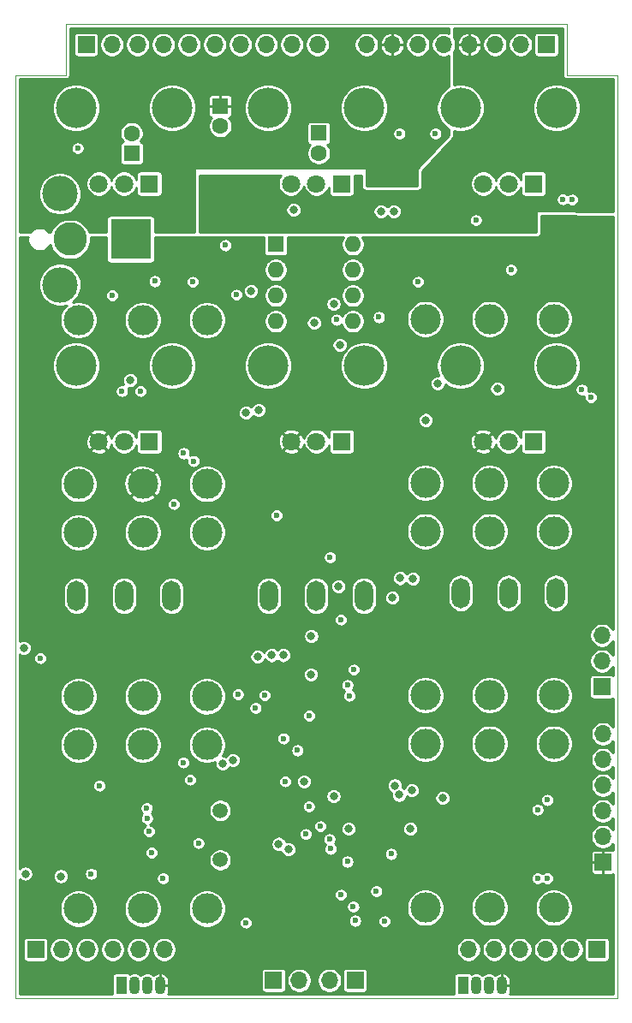
<source format=gbr>
%TF.GenerationSoftware,KiCad,Pcbnew,(5.1.7)-1*%
%TF.CreationDate,2021-10-21T20:17:54-07:00*%
%TF.ProjectId,Digital Board Rev 2,44696769-7461-46c2-9042-6f6172642052,rev?*%
%TF.SameCoordinates,Original*%
%TF.FileFunction,Copper,L3,Inr*%
%TF.FilePolarity,Positive*%
%FSLAX46Y46*%
G04 Gerber Fmt 4.6, Leading zero omitted, Abs format (unit mm)*
G04 Created by KiCad (PCBNEW (5.1.7)-1) date 2021-10-21 20:17:54*
%MOMM*%
%LPD*%
G01*
G04 APERTURE LIST*
%TA.AperFunction,Profile*%
%ADD10C,0.050000*%
%TD*%
%TA.AperFunction,ComponentPad*%
%ADD11O,1.700000X1.700000*%
%TD*%
%TA.AperFunction,ComponentPad*%
%ADD12R,1.700000X1.700000*%
%TD*%
%TA.AperFunction,ComponentPad*%
%ADD13C,3.500000*%
%TD*%
%TA.AperFunction,ComponentPad*%
%ADD14C,3.300000*%
%TD*%
%TA.AperFunction,ComponentPad*%
%ADD15R,4.000000X4.000000*%
%TD*%
%TA.AperFunction,ComponentPad*%
%ADD16C,3.000000*%
%TD*%
%TA.AperFunction,ComponentPad*%
%ADD17O,1.800000X3.000000*%
%TD*%
%TA.AperFunction,ComponentPad*%
%ADD18R,1.800000X1.800000*%
%TD*%
%TA.AperFunction,ComponentPad*%
%ADD19C,1.800000*%
%TD*%
%TA.AperFunction,ComponentPad*%
%ADD20O,4.000000X4.000000*%
%TD*%
%TA.AperFunction,ComponentPad*%
%ADD21C,1.500000*%
%TD*%
%TA.AperFunction,ComponentPad*%
%ADD22O,1.600000X1.600000*%
%TD*%
%TA.AperFunction,ComponentPad*%
%ADD23R,1.600000X1.600000*%
%TD*%
%TA.AperFunction,ComponentPad*%
%ADD24O,1.070000X1.800000*%
%TD*%
%TA.AperFunction,ComponentPad*%
%ADD25R,1.070000X1.800000*%
%TD*%
%TA.AperFunction,ComponentPad*%
%ADD26C,1.600000*%
%TD*%
%TA.AperFunction,ViaPad*%
%ADD27C,0.600000*%
%TD*%
%TA.AperFunction,ViaPad*%
%ADD28C,0.800000*%
%TD*%
%TA.AperFunction,Conductor*%
%ADD29C,0.250000*%
%TD*%
%TA.AperFunction,Conductor*%
%ADD30C,0.100000*%
%TD*%
G04 APERTURE END LIST*
D10*
X177750000Y-40750000D02*
X182750000Y-40750000D01*
X177750000Y-35750000D02*
X177750000Y-40750000D01*
X128250000Y-40750000D02*
X128250000Y-35750000D01*
X123250000Y-40750000D02*
X128250000Y-40750000D01*
X182750000Y-40750000D02*
X182750000Y-132080000D01*
X128250000Y-35750000D02*
X177750000Y-35750000D01*
X123250000Y-132080000D02*
X123250000Y-40750000D01*
X182750000Y-132080000D02*
X123250000Y-132080000D01*
D11*
%TO.N,/UART_TX*%
%TO.C,J15*%
X181250000Y-96170000D03*
%TO.N,/UART_RX*%
X181250000Y-98710000D03*
D12*
%TO.N,GNDD*%
X181250000Y-101250000D03*
%TD*%
D13*
%TO.N,N/C*%
%TO.C,J12*%
X127650000Y-61500000D03*
X127650000Y-52500000D03*
D14*
%TO.N,GNDD*%
X128650000Y-57000000D03*
D15*
%TO.N,Net-(J12-Pad1)*%
X134650000Y-57000000D03*
%TD*%
D11*
%TO.N,GNDA*%
%TO.C,J4*%
X157970000Y-37750000D03*
%TO.N,+9V*%
X160510000Y-37750000D03*
%TO.N,/TRIM1*%
X163050000Y-37750000D03*
%TO.N,/TRIM2*%
X165590000Y-37750000D03*
%TO.N,-9V*%
X168130000Y-37750000D03*
%TO.N,/CH2_EFF*%
X170670000Y-37750000D03*
%TO.N,/CH2_BYP*%
X173210000Y-37750000D03*
D12*
%TO.N,/CH2_IN*%
X175750000Y-37750000D03*
%TD*%
D16*
%TO.N,Net-(J7-PadTN)*%
%TO.C,J7*%
X142200000Y-107000000D03*
%TO.N,/Audio Jacks/CH2_OUT*%
X142200000Y-123200000D03*
%TO.N,Net-(J7-PadRN)*%
X135850000Y-107000000D03*
%TO.N,Net-(J7-PadSN)*%
X129500000Y-107000000D03*
%TO.N,Net-(J7-PadR)*%
X135850000Y-123200000D03*
%TO.N,GNDA*%
X129500000Y-123200000D03*
%TD*%
D11*
%TO.N,GNDA*%
%TO.C,J11*%
X153110000Y-37750000D03*
%TO.N,+3V3*%
X150570000Y-37750000D03*
%TO.N,/DIP1*%
X148030000Y-37750000D03*
%TO.N,/DIP2*%
X145490000Y-37750000D03*
%TO.N,/DIP3*%
X142950000Y-37750000D03*
%TO.N,/DIP4*%
X140410000Y-37750000D03*
%TO.N,GNDD*%
X137870000Y-37750000D03*
%TO.N,/CH1_EFF*%
X135330000Y-37750000D03*
%TO.N,/CH1_BYP*%
X132790000Y-37750000D03*
D12*
%TO.N,/CH1_IN*%
X130250000Y-37750000D03*
%TD*%
D16*
%TO.N,GNDA*%
%TO.C,J5*%
X176500000Y-106900000D03*
%TO.N,Net-(J5-PadR)*%
X170150000Y-106900000D03*
%TO.N,/CH1_SW*%
X176500000Y-123100000D03*
%TO.N,Net-(J5-PadRN)*%
X170150000Y-123100000D03*
%TO.N,/CH1_IN*%
X163800000Y-106900000D03*
%TO.N,Net-(J5-PadTN)*%
X163800000Y-123100000D03*
%TD*%
D17*
%TO.N,/ENV_MODE_1*%
%TO.C,SW3*%
X129300000Y-92250000D03*
%TO.N,/ENV_MODE_2*%
X138700000Y-92250000D03*
%TO.N,GNDD*%
X134000000Y-92250000D03*
%TD*%
%TO.N,/PAN_MODE_1*%
%TO.C,SW2*%
X148300000Y-92250000D03*
%TO.N,/PAN_MODE_2*%
X157700000Y-92250000D03*
%TO.N,GNDD*%
X153000000Y-92250000D03*
%TD*%
D11*
%TO.N,/PWM_OUT_VOL_2*%
%TO.C,J14*%
X168050000Y-127250000D03*
%TO.N,/PWM_RTN_VOL_2*%
X170590000Y-127250000D03*
%TO.N,/PWM_OUT_4*%
X173130000Y-127250000D03*
%TO.N,/PWM_RTN_4*%
X175670000Y-127250000D03*
%TO.N,/PWM_OUT_3*%
X178210000Y-127250000D03*
D12*
%TO.N,/PWM_RTN_3*%
X180750000Y-127250000D03*
%TD*%
D11*
%TO.N,/PWM_RTN_VOL_1*%
%TO.C,J13*%
X137950000Y-127250000D03*
%TO.N,/PWM_OUT_VOL_1*%
X135410000Y-127250000D03*
%TO.N,/PWM_RTN_2*%
X132870000Y-127250000D03*
%TO.N,/PWM_OUT_2*%
X130330000Y-127250000D03*
%TO.N,/PWM_RTN_1*%
X127790000Y-127250000D03*
D12*
%TO.N,/PWM_OUT_1*%
X125250000Y-127250000D03*
%TD*%
D18*
%TO.N,GNDD*%
%TO.C,RV10*%
X155500000Y-51500000D03*
D19*
%TO.N,/VOL*%
X153000000Y-51500000D03*
%TO.N,+3V3*%
X150500000Y-51500000D03*
D20*
%TO.N,*%
X157750000Y-44000000D03*
X148250000Y-44000000D03*
%TD*%
D18*
%TO.N,GNDD*%
%TO.C,RV4*%
X136500000Y-51500000D03*
D19*
%TO.N,/OFFSET*%
X134000000Y-51500000D03*
%TO.N,+3V3*%
X131500000Y-51500000D03*
D20*
%TO.N,*%
X138750000Y-44000000D03*
X129250000Y-44000000D03*
%TD*%
D18*
%TO.N,GNDD*%
%TO.C,RV5*%
X136500000Y-77000000D03*
D19*
%TO.N,/SUBDIV*%
X134000000Y-77000000D03*
%TO.N,+3V3*%
X131500000Y-77000000D03*
D20*
%TO.N,*%
X138750000Y-69500000D03*
X129250000Y-69500000D03*
%TD*%
D18*
%TO.N,GNDD*%
%TO.C,RV3*%
X155500000Y-77000000D03*
D19*
%TO.N,/SHAPE*%
X153000000Y-77000000D03*
%TO.N,+3V3*%
X150500000Y-77000000D03*
D20*
%TO.N,*%
X157750000Y-69500000D03*
X148250000Y-69500000D03*
%TD*%
%TO.N,*%
%TO.C,RV2*%
X167250000Y-44000000D03*
X176750000Y-44000000D03*
D19*
%TO.N,+3V3*%
X169500000Y-51500000D03*
%TO.N,/DEPTH*%
X172000000Y-51500000D03*
D18*
%TO.N,GNDD*%
X174500000Y-51500000D03*
%TD*%
%TO.N,GNDD*%
%TO.C,RV1*%
X174500000Y-77000000D03*
D19*
%TO.N,/RATE*%
X172000000Y-77000000D03*
%TO.N,+3V3*%
X169500000Y-77000000D03*
D20*
%TO.N,*%
X176750000Y-69500000D03*
X167250000Y-69500000D03*
%TD*%
D21*
%TO.N,/OSC1*%
%TO.C,Y1*%
X143500000Y-118380000D03*
%TO.N,/OSC2*%
X143500000Y-113500000D03*
%TD*%
D22*
%TO.N,/Audio Jacks/CH1_OUT_PRE*%
%TO.C,U26*%
X156620000Y-57500000D03*
%TO.N,GNDD*%
X149000000Y-65120000D03*
%TO.N,GNDA*%
X156620000Y-60040000D03*
%TO.N,Net-(R54-Pad1)*%
X149000000Y-62580000D03*
%TO.N,/Audio Jacks/CH2_OUT_PRE*%
X156620000Y-62580000D03*
%TO.N,GNDD*%
X149000000Y-60040000D03*
%TO.N,GNDA*%
X156620000Y-65120000D03*
D23*
%TO.N,Net-(R53-Pad1)*%
X149000000Y-57500000D03*
%TD*%
D17*
%TO.N,/HARM_MODE_1*%
%TO.C,SW1*%
X176700000Y-91984000D03*
%TO.N,/HARM_MODE_2*%
X167300000Y-91984000D03*
%TO.N,GNDD*%
X172000000Y-91984000D03*
%TD*%
D16*
%TO.N,Net-(J10-PadS)*%
%TO.C,J10*%
X176500000Y-64900000D03*
%TO.N,Net-(J10-PadR)*%
X170150000Y-64900000D03*
%TO.N,Net-(J10-PadSN)*%
X176500000Y-81100000D03*
%TO.N,Net-(J10-PadRN)*%
X170150000Y-81100000D03*
%TO.N,Net-(J10-PadT)*%
X163800000Y-64900000D03*
%TO.N,Net-(J10-PadTN)*%
X163800000Y-81100000D03*
%TD*%
%TO.N,Net-(J9-PadTN)*%
%TO.C,J9*%
X142200000Y-65000000D03*
%TO.N,Net-(J9-PadT)*%
X142200000Y-81200000D03*
%TO.N,Net-(J9-PadRN)*%
X135850000Y-65000000D03*
%TO.N,/EXP_SW*%
X129500000Y-65000000D03*
%TO.N,+3V3*%
X135850000Y-81200000D03*
%TO.N,GNDD*%
X129500000Y-81200000D03*
%TD*%
%TO.N,GNDA*%
%TO.C,J8*%
X129500000Y-102200000D03*
%TO.N,Net-(J8-PadR)*%
X135850000Y-102200000D03*
%TO.N,Net-(J8-PadSN)*%
X129500000Y-86000000D03*
%TO.N,Net-(J8-PadRN)*%
X135850000Y-86000000D03*
%TO.N,/Audio Jacks/CH1_OUT*%
X142200000Y-102200000D03*
%TO.N,Net-(J8-PadTN)*%
X142200000Y-86000000D03*
%TD*%
%TO.N,GNDA*%
%TO.C,J6*%
X176500000Y-85900000D03*
%TO.N,Net-(J6-PadR)*%
X170150000Y-85900000D03*
%TO.N,/CH2_SW*%
X176500000Y-102100000D03*
%TO.N,Net-(J6-PadRN)*%
X170150000Y-102100000D03*
%TO.N,/CH2_IN*%
X163800000Y-85900000D03*
%TO.N,/CH1_IN*%
X163800000Y-102100000D03*
%TD*%
D11*
%TO.N,Net-(J3-Pad6)*%
%TO.C,J3*%
X181348000Y-105918000D03*
%TO.N,/NRST*%
X181348000Y-108458000D03*
%TO.N,/SWDIO*%
X181348000Y-110998000D03*
%TO.N,GNDD*%
X181348000Y-113538000D03*
%TO.N,/SWCLK*%
X181348000Y-116078000D03*
D12*
%TO.N,+3V3*%
X181348000Y-118618000D03*
%TD*%
D11*
%TO.N,/TAP*%
%TO.C,J2*%
X151320500Y-130302000D03*
D12*
%TO.N,GNDD*%
X148780500Y-130302000D03*
%TD*%
D11*
%TO.N,/BYP*%
%TO.C,J1*%
X154305000Y-130302000D03*
D12*
%TO.N,GNDD*%
X156845000Y-130302000D03*
%TD*%
D24*
%TO.N,+3V3*%
%TO.C,D2*%
X137541000Y-130810000D03*
%TO.N,/LEDs/B2_R*%
X136271000Y-130810000D03*
%TO.N,/LEDs/G2_R*%
X135001000Y-130810000D03*
D25*
%TO.N,/LEDs/R2_R*%
X133731000Y-130810000D03*
%TD*%
D24*
%TO.N,+3V3*%
%TO.C,D1*%
X171323000Y-130810000D03*
%TO.N,/LEDs/B1_R*%
X170053000Y-130810000D03*
%TO.N,/LEDs/G1_R*%
X168783000Y-130810000D03*
D25*
%TO.N,/LEDs/R1_R*%
X167513000Y-130810000D03*
%TD*%
D26*
%TO.N,-9V*%
%TO.C,C25*%
X134747000Y-46514000D03*
D23*
%TO.N,GNDD*%
X134747000Y-48514000D03*
%TD*%
D26*
%TO.N,Net-(C24-Pad2)*%
%TO.C,C24*%
X153250000Y-48500000D03*
D23*
%TO.N,Net-(C24-Pad1)*%
X153250000Y-46500000D03*
%TD*%
D26*
%TO.N,GNDD*%
%TO.C,C23*%
X143510000Y-45815000D03*
D23*
%TO.N,+9V*%
X143510000Y-43815000D03*
%TD*%
D27*
%TO.N,GNDD*%
X146050004Y-124587000D03*
X149082000Y-84312000D03*
X163068000Y-61214000D03*
X161226500Y-46545500D03*
X156845002Y-124396500D03*
X137033000Y-61150500D03*
X149775382Y-106367171D03*
X160401000Y-117792500D03*
X141351000Y-116713000D03*
X137858500Y-120205500D03*
X129413000Y-48006000D03*
D28*
X159385000Y-54229000D03*
X160655000Y-54229000D03*
D27*
X151959824Y-115828324D03*
X156263389Y-102144807D03*
D28*
X150749000Y-54102000D03*
D27*
X147000000Y-103353110D03*
X172250000Y-60000000D03*
X159766000Y-124460000D03*
%TO.N,+3V3*%
X146050000Y-122555000D03*
X177800000Y-55626000D03*
X177800000Y-56705500D03*
X177800000Y-57785000D03*
X150758827Y-106255184D03*
X164719000Y-67183000D03*
X158413422Y-102108000D03*
X145875010Y-103439080D03*
X164750000Y-119250000D03*
D28*
X131024990Y-60452000D03*
D27*
%TO.N,/NRST*%
X152273000Y-113093500D03*
%TO.N,/RATE*%
X140525500Y-110449956D03*
X140875010Y-78940193D03*
%TO.N,/DEPTH*%
X131572000Y-111029750D03*
D28*
X134622470Y-70945206D03*
X170899990Y-71791990D03*
D27*
%TO.N,/SHAPE*%
X139890502Y-78168500D03*
X139861296Y-108746306D03*
%TO.N,/OFFSET*%
X147891500Y-102108000D03*
X145097500Y-62484000D03*
X132842000Y-62547500D03*
%TO.N,/SUBDIV*%
X136715500Y-117665500D03*
%TO.N,/TRIM1*%
X136271000Y-114300000D03*
X133794500Y-72009000D03*
X179260500Y-71882000D03*
X177382068Y-53044462D03*
%TO.N,/TRIM2*%
X136241510Y-113249990D03*
X180149504Y-72644000D03*
X178307996Y-53085996D03*
X135636000Y-72008998D03*
%TO.N,/EXP*%
X136461500Y-115570000D03*
X138938000Y-83185000D03*
%TO.N,+9V*%
X168783000Y-55118000D03*
X160591500Y-50800000D03*
X159575500Y-50800000D03*
D28*
X137668000Y-54102000D03*
D27*
%TO.N,-9V*%
X143065500Y-51117500D03*
X177636010Y-49022000D03*
%TO.N,Net-(D3-Pad2)*%
X164782500Y-46545500D03*
%TO.N,/BYP*%
X154305000Y-116332002D03*
%TO.N,/TAP*%
X158940500Y-121475500D03*
%TO.N,GNDA*%
X140779500Y-61214000D03*
X144018000Y-57594500D03*
%TO.N,/Audio Jacks/CH2_OUT*%
X130750000Y-119750000D03*
%TO.N,/Audio Jacks/CH1_OUT*%
X125730000Y-98425000D03*
D28*
%TO.N,/EXP_SW*%
X156185005Y-115316000D03*
X155321000Y-67437000D03*
%TO.N,/TAP_EXT*%
X165481000Y-112268000D03*
X165000000Y-71250000D03*
D27*
%TO.N,/PWM4*%
X174879000Y-120205500D03*
X174879000Y-113411000D03*
%TO.N,/PWM3*%
X175831500Y-120205500D03*
X175831500Y-112458500D03*
%TO.N,/PWM2*%
X149923500Y-110617000D03*
D28*
X143750000Y-108864978D03*
%TO.N,/PWM1*%
X151790980Y-110617000D03*
X144750000Y-108500000D03*
D27*
%TO.N,/RLY_SET*%
X156073000Y-118554500D03*
X159194500Y-64706500D03*
D28*
%TO.N,/MUTE1*%
X154723000Y-63373000D03*
X150240996Y-117348000D03*
%TO.N,/MUTE2*%
X152781000Y-65278000D03*
X149282458Y-116792516D03*
%TO.N,/UART_TX*%
X152470847Y-100034013D03*
X152500000Y-96250000D03*
D27*
%TO.N,/VOL*%
X152285000Y-104130500D03*
X155003500Y-64960500D03*
D28*
%TO.N,/CH1_IN*%
X124079002Y-97409002D03*
D27*
%TO.N,/CH2_SW*%
X155447995Y-121836400D03*
X156717992Y-99568000D03*
D28*
%TO.N,/DIP1*%
X147193000Y-98298000D03*
X146558000Y-62103000D03*
%TO.N,/DIP2*%
X146050002Y-74168000D03*
X148590000Y-98134002D03*
%TO.N,/DIP3*%
X149733000Y-98134002D03*
X147296840Y-73877505D03*
%TO.N,/DIP4*%
X162306000Y-115316000D03*
X163830000Y-74880846D03*
D27*
%TO.N,/PWM_VOL_1*%
X151139999Y-107548038D03*
X145250000Y-102000004D03*
D28*
X124243000Y-119750000D03*
X127750000Y-120000000D03*
D27*
%TO.N,/PWM_VOL_2*%
X156660010Y-123005010D03*
X154422000Y-117284500D03*
%TO.N,/HARM_MODE_1*%
X153416000Y-115062000D03*
X154368496Y-88459979D03*
%TO.N,/HARM_MODE_2*%
X155448000Y-94615000D03*
X156083000Y-101092000D03*
D28*
%TO.N,/PAN_MODE_1*%
X154723000Y-112068501D03*
X155194000Y-91313000D03*
%TO.N,/PAN_MODE_2*%
X160782000Y-111024500D03*
X160528000Y-92456000D03*
%TO.N,/ENV_MODE_1*%
X161186072Y-111939230D03*
X161290000Y-90514000D03*
%TO.N,/ENV_MODE_2*%
X162433000Y-111506000D03*
X162560000Y-90551000D03*
%TD*%
D29*
%TO.N,+3V3*%
X182346000Y-54731730D02*
X182346001Y-95604447D01*
X182339126Y-95587850D01*
X182204627Y-95386558D01*
X182033442Y-95215373D01*
X181832150Y-95080874D01*
X181608486Y-94988229D01*
X181371046Y-94941000D01*
X181128954Y-94941000D01*
X180891514Y-94988229D01*
X180667850Y-95080874D01*
X180466558Y-95215373D01*
X180295373Y-95386558D01*
X180160874Y-95587850D01*
X180068229Y-95811514D01*
X180021000Y-96048954D01*
X180021000Y-96291046D01*
X180068229Y-96528486D01*
X180160874Y-96752150D01*
X180295373Y-96953442D01*
X180466558Y-97124627D01*
X180667850Y-97259126D01*
X180891514Y-97351771D01*
X181128954Y-97399000D01*
X181371046Y-97399000D01*
X181608486Y-97351771D01*
X181832150Y-97259126D01*
X182033442Y-97124627D01*
X182204627Y-96953442D01*
X182339126Y-96752150D01*
X182346001Y-96735553D01*
X182346001Y-98144447D01*
X182339126Y-98127850D01*
X182204627Y-97926558D01*
X182033442Y-97755373D01*
X181832150Y-97620874D01*
X181608486Y-97528229D01*
X181371046Y-97481000D01*
X181128954Y-97481000D01*
X180891514Y-97528229D01*
X180667850Y-97620874D01*
X180466558Y-97755373D01*
X180295373Y-97926558D01*
X180160874Y-98127850D01*
X180068229Y-98351514D01*
X180021000Y-98588954D01*
X180021000Y-98831046D01*
X180068229Y-99068486D01*
X180160874Y-99292150D01*
X180295373Y-99493442D01*
X180466558Y-99664627D01*
X180667850Y-99799126D01*
X180891514Y-99891771D01*
X181128954Y-99939000D01*
X181371046Y-99939000D01*
X181608486Y-99891771D01*
X181832150Y-99799126D01*
X182033442Y-99664627D01*
X182204627Y-99493442D01*
X182339126Y-99292150D01*
X182346001Y-99275553D01*
X182346001Y-100111597D01*
X182311579Y-100083349D01*
X182245738Y-100048156D01*
X182174297Y-100026485D01*
X182100000Y-100019167D01*
X180400000Y-100019167D01*
X180325703Y-100026485D01*
X180254262Y-100048156D01*
X180188421Y-100083349D01*
X180130710Y-100130710D01*
X180083349Y-100188421D01*
X180048156Y-100254262D01*
X180026485Y-100325703D01*
X180019167Y-100400000D01*
X180019167Y-102100000D01*
X180026485Y-102174297D01*
X180048156Y-102245738D01*
X180083349Y-102311579D01*
X180130710Y-102369290D01*
X180188421Y-102416651D01*
X180254262Y-102451844D01*
X180325703Y-102473515D01*
X180400000Y-102480833D01*
X182100000Y-102480833D01*
X182174297Y-102473515D01*
X182245738Y-102451844D01*
X182311579Y-102416651D01*
X182346001Y-102388403D01*
X182346001Y-105199471D01*
X182302627Y-105134558D01*
X182131442Y-104963373D01*
X181930150Y-104828874D01*
X181706486Y-104736229D01*
X181469046Y-104689000D01*
X181226954Y-104689000D01*
X180989514Y-104736229D01*
X180765850Y-104828874D01*
X180564558Y-104963373D01*
X180393373Y-105134558D01*
X180258874Y-105335850D01*
X180166229Y-105559514D01*
X180119000Y-105796954D01*
X180119000Y-106039046D01*
X180166229Y-106276486D01*
X180258874Y-106500150D01*
X180393373Y-106701442D01*
X180564558Y-106872627D01*
X180765850Y-107007126D01*
X180989514Y-107099771D01*
X181226954Y-107147000D01*
X181469046Y-107147000D01*
X181706486Y-107099771D01*
X181930150Y-107007126D01*
X182131442Y-106872627D01*
X182302627Y-106701442D01*
X182346001Y-106636529D01*
X182346001Y-107739471D01*
X182302627Y-107674558D01*
X182131442Y-107503373D01*
X181930150Y-107368874D01*
X181706486Y-107276229D01*
X181469046Y-107229000D01*
X181226954Y-107229000D01*
X180989514Y-107276229D01*
X180765850Y-107368874D01*
X180564558Y-107503373D01*
X180393373Y-107674558D01*
X180258874Y-107875850D01*
X180166229Y-108099514D01*
X180119000Y-108336954D01*
X180119000Y-108579046D01*
X180166229Y-108816486D01*
X180258874Y-109040150D01*
X180393373Y-109241442D01*
X180564558Y-109412627D01*
X180765850Y-109547126D01*
X180989514Y-109639771D01*
X181226954Y-109687000D01*
X181469046Y-109687000D01*
X181706486Y-109639771D01*
X181930150Y-109547126D01*
X182131442Y-109412627D01*
X182302627Y-109241442D01*
X182346001Y-109176529D01*
X182346001Y-110279471D01*
X182302627Y-110214558D01*
X182131442Y-110043373D01*
X181930150Y-109908874D01*
X181706486Y-109816229D01*
X181469046Y-109769000D01*
X181226954Y-109769000D01*
X180989514Y-109816229D01*
X180765850Y-109908874D01*
X180564558Y-110043373D01*
X180393373Y-110214558D01*
X180258874Y-110415850D01*
X180166229Y-110639514D01*
X180119000Y-110876954D01*
X180119000Y-111119046D01*
X180166229Y-111356486D01*
X180258874Y-111580150D01*
X180393373Y-111781442D01*
X180564558Y-111952627D01*
X180765850Y-112087126D01*
X180989514Y-112179771D01*
X181226954Y-112227000D01*
X181469046Y-112227000D01*
X181706486Y-112179771D01*
X181930150Y-112087126D01*
X182131442Y-111952627D01*
X182302627Y-111781442D01*
X182346001Y-111716529D01*
X182346001Y-112819471D01*
X182302627Y-112754558D01*
X182131442Y-112583373D01*
X181930150Y-112448874D01*
X181706486Y-112356229D01*
X181469046Y-112309000D01*
X181226954Y-112309000D01*
X180989514Y-112356229D01*
X180765850Y-112448874D01*
X180564558Y-112583373D01*
X180393373Y-112754558D01*
X180258874Y-112955850D01*
X180166229Y-113179514D01*
X180119000Y-113416954D01*
X180119000Y-113659046D01*
X180166229Y-113896486D01*
X180258874Y-114120150D01*
X180393373Y-114321442D01*
X180564558Y-114492627D01*
X180765850Y-114627126D01*
X180989514Y-114719771D01*
X181226954Y-114767000D01*
X181469046Y-114767000D01*
X181706486Y-114719771D01*
X181930150Y-114627126D01*
X182131442Y-114492627D01*
X182302627Y-114321442D01*
X182346001Y-114256529D01*
X182346001Y-115359472D01*
X182302627Y-115294558D01*
X182131442Y-115123373D01*
X181930150Y-114988874D01*
X181706486Y-114896229D01*
X181469046Y-114849000D01*
X181226954Y-114849000D01*
X180989514Y-114896229D01*
X180765850Y-114988874D01*
X180564558Y-115123373D01*
X180393373Y-115294558D01*
X180258874Y-115495850D01*
X180166229Y-115719514D01*
X180119000Y-115956954D01*
X180119000Y-116199046D01*
X180166229Y-116436486D01*
X180258874Y-116660150D01*
X180393373Y-116861442D01*
X180564558Y-117032627D01*
X180765850Y-117167126D01*
X180989514Y-117259771D01*
X181226954Y-117307000D01*
X181469046Y-117307000D01*
X181706486Y-117259771D01*
X181930150Y-117167126D01*
X182131442Y-117032627D01*
X182302627Y-116861442D01*
X182346001Y-116796528D01*
X182346001Y-117417364D01*
X182343739Y-117416155D01*
X182272297Y-117394484D01*
X182198000Y-117387166D01*
X181444750Y-117389000D01*
X181350000Y-117483750D01*
X181350000Y-118616000D01*
X181370000Y-118616000D01*
X181370000Y-118620000D01*
X181350000Y-118620000D01*
X181350000Y-119752250D01*
X181444750Y-119847000D01*
X182198000Y-119848834D01*
X182272297Y-119841516D01*
X182343739Y-119819845D01*
X182346001Y-119818636D01*
X182346001Y-131676000D01*
X172086396Y-131676000D01*
X172166661Y-131526620D01*
X172219048Y-131355274D01*
X172237000Y-131177000D01*
X172237000Y-130812000D01*
X171325000Y-130812000D01*
X171325000Y-130832000D01*
X171321000Y-130832000D01*
X171321000Y-130812000D01*
X171301000Y-130812000D01*
X171301000Y-130808000D01*
X171321000Y-130808000D01*
X171321000Y-129625752D01*
X171325000Y-129625752D01*
X171325000Y-130808000D01*
X172237000Y-130808000D01*
X172237000Y-130443000D01*
X172219048Y-130264726D01*
X172166661Y-130093380D01*
X172081853Y-129935546D01*
X171967882Y-129797290D01*
X171829129Y-129683925D01*
X171670926Y-129599808D01*
X171499352Y-129548171D01*
X171467956Y-129542568D01*
X171325000Y-129625752D01*
X171321000Y-129625752D01*
X171178044Y-129542568D01*
X171146648Y-129548171D01*
X170975074Y-129599808D01*
X170816871Y-129683925D01*
X170691342Y-129786485D01*
X170563247Y-129681360D01*
X170404464Y-129596489D01*
X170232174Y-129544225D01*
X170053000Y-129526578D01*
X169873825Y-129544225D01*
X169701535Y-129596489D01*
X169542752Y-129681360D01*
X169418000Y-129783742D01*
X169293247Y-129681360D01*
X169134464Y-129596489D01*
X168962174Y-129544225D01*
X168783000Y-129526578D01*
X168603825Y-129544225D01*
X168431535Y-129596489D01*
X168326898Y-129652418D01*
X168317290Y-129640710D01*
X168259579Y-129593349D01*
X168193738Y-129558156D01*
X168122297Y-129536485D01*
X168048000Y-129529167D01*
X166978000Y-129529167D01*
X166903703Y-129536485D01*
X166832262Y-129558156D01*
X166766421Y-129593349D01*
X166708710Y-129640710D01*
X166661349Y-129698421D01*
X166626156Y-129764262D01*
X166604485Y-129835703D01*
X166597167Y-129910000D01*
X166597167Y-131676000D01*
X138304396Y-131676000D01*
X138384661Y-131526620D01*
X138437048Y-131355274D01*
X138455000Y-131177000D01*
X138455000Y-130812000D01*
X137543000Y-130812000D01*
X137543000Y-130832000D01*
X137539000Y-130832000D01*
X137539000Y-130812000D01*
X137519000Y-130812000D01*
X137519000Y-130808000D01*
X137539000Y-130808000D01*
X137539000Y-129625752D01*
X137543000Y-129625752D01*
X137543000Y-130808000D01*
X138455000Y-130808000D01*
X138455000Y-130443000D01*
X138437048Y-130264726D01*
X138384661Y-130093380D01*
X138299853Y-129935546D01*
X138185882Y-129797290D01*
X138047129Y-129683925D01*
X137888926Y-129599808D01*
X137717352Y-129548171D01*
X137685956Y-129542568D01*
X137543000Y-129625752D01*
X137539000Y-129625752D01*
X137396044Y-129542568D01*
X137364648Y-129548171D01*
X137193074Y-129599808D01*
X137034871Y-129683925D01*
X136909342Y-129786485D01*
X136781247Y-129681360D01*
X136622464Y-129596489D01*
X136450174Y-129544225D01*
X136271000Y-129526578D01*
X136091825Y-129544225D01*
X135919535Y-129596489D01*
X135760752Y-129681360D01*
X135636000Y-129783742D01*
X135511247Y-129681360D01*
X135352464Y-129596489D01*
X135180174Y-129544225D01*
X135001000Y-129526578D01*
X134821825Y-129544225D01*
X134649535Y-129596489D01*
X134544898Y-129652418D01*
X134535290Y-129640710D01*
X134477579Y-129593349D01*
X134411738Y-129558156D01*
X134340297Y-129536485D01*
X134266000Y-129529167D01*
X133196000Y-129529167D01*
X133121703Y-129536485D01*
X133050262Y-129558156D01*
X132984421Y-129593349D01*
X132926710Y-129640710D01*
X132879349Y-129698421D01*
X132844156Y-129764262D01*
X132822485Y-129835703D01*
X132815167Y-129910000D01*
X132815167Y-131676000D01*
X123654000Y-131676000D01*
X123654000Y-129452000D01*
X147549667Y-129452000D01*
X147549667Y-131152000D01*
X147556985Y-131226297D01*
X147578656Y-131297738D01*
X147613849Y-131363579D01*
X147661210Y-131421290D01*
X147718921Y-131468651D01*
X147784762Y-131503844D01*
X147856203Y-131525515D01*
X147930500Y-131532833D01*
X149630500Y-131532833D01*
X149704797Y-131525515D01*
X149776238Y-131503844D01*
X149842079Y-131468651D01*
X149899790Y-131421290D01*
X149947151Y-131363579D01*
X149982344Y-131297738D01*
X150004015Y-131226297D01*
X150011333Y-131152000D01*
X150011333Y-130180954D01*
X150091500Y-130180954D01*
X150091500Y-130423046D01*
X150138729Y-130660486D01*
X150231374Y-130884150D01*
X150365873Y-131085442D01*
X150537058Y-131256627D01*
X150738350Y-131391126D01*
X150962014Y-131483771D01*
X151199454Y-131531000D01*
X151441546Y-131531000D01*
X151678986Y-131483771D01*
X151902650Y-131391126D01*
X152103942Y-131256627D01*
X152275127Y-131085442D01*
X152409626Y-130884150D01*
X152502271Y-130660486D01*
X152549500Y-130423046D01*
X152549500Y-130180954D01*
X153076000Y-130180954D01*
X153076000Y-130423046D01*
X153123229Y-130660486D01*
X153215874Y-130884150D01*
X153350373Y-131085442D01*
X153521558Y-131256627D01*
X153722850Y-131391126D01*
X153946514Y-131483771D01*
X154183954Y-131531000D01*
X154426046Y-131531000D01*
X154663486Y-131483771D01*
X154887150Y-131391126D01*
X155088442Y-131256627D01*
X155259627Y-131085442D01*
X155394126Y-130884150D01*
X155486771Y-130660486D01*
X155534000Y-130423046D01*
X155534000Y-130180954D01*
X155486771Y-129943514D01*
X155394126Y-129719850D01*
X155259627Y-129518558D01*
X155193069Y-129452000D01*
X155614167Y-129452000D01*
X155614167Y-131152000D01*
X155621485Y-131226297D01*
X155643156Y-131297738D01*
X155678349Y-131363579D01*
X155725710Y-131421290D01*
X155783421Y-131468651D01*
X155849262Y-131503844D01*
X155920703Y-131525515D01*
X155995000Y-131532833D01*
X157695000Y-131532833D01*
X157769297Y-131525515D01*
X157840738Y-131503844D01*
X157906579Y-131468651D01*
X157964290Y-131421290D01*
X158011651Y-131363579D01*
X158046844Y-131297738D01*
X158068515Y-131226297D01*
X158075833Y-131152000D01*
X158075833Y-129452000D01*
X158068515Y-129377703D01*
X158046844Y-129306262D01*
X158011651Y-129240421D01*
X157964290Y-129182710D01*
X157906579Y-129135349D01*
X157840738Y-129100156D01*
X157769297Y-129078485D01*
X157695000Y-129071167D01*
X155995000Y-129071167D01*
X155920703Y-129078485D01*
X155849262Y-129100156D01*
X155783421Y-129135349D01*
X155725710Y-129182710D01*
X155678349Y-129240421D01*
X155643156Y-129306262D01*
X155621485Y-129377703D01*
X155614167Y-129452000D01*
X155193069Y-129452000D01*
X155088442Y-129347373D01*
X154887150Y-129212874D01*
X154663486Y-129120229D01*
X154426046Y-129073000D01*
X154183954Y-129073000D01*
X153946514Y-129120229D01*
X153722850Y-129212874D01*
X153521558Y-129347373D01*
X153350373Y-129518558D01*
X153215874Y-129719850D01*
X153123229Y-129943514D01*
X153076000Y-130180954D01*
X152549500Y-130180954D01*
X152502271Y-129943514D01*
X152409626Y-129719850D01*
X152275127Y-129518558D01*
X152103942Y-129347373D01*
X151902650Y-129212874D01*
X151678986Y-129120229D01*
X151441546Y-129073000D01*
X151199454Y-129073000D01*
X150962014Y-129120229D01*
X150738350Y-129212874D01*
X150537058Y-129347373D01*
X150365873Y-129518558D01*
X150231374Y-129719850D01*
X150138729Y-129943514D01*
X150091500Y-130180954D01*
X150011333Y-130180954D01*
X150011333Y-129452000D01*
X150004015Y-129377703D01*
X149982344Y-129306262D01*
X149947151Y-129240421D01*
X149899790Y-129182710D01*
X149842079Y-129135349D01*
X149776238Y-129100156D01*
X149704797Y-129078485D01*
X149630500Y-129071167D01*
X147930500Y-129071167D01*
X147856203Y-129078485D01*
X147784762Y-129100156D01*
X147718921Y-129135349D01*
X147661210Y-129182710D01*
X147613849Y-129240421D01*
X147578656Y-129306262D01*
X147556985Y-129377703D01*
X147549667Y-129452000D01*
X123654000Y-129452000D01*
X123654000Y-126400000D01*
X124019167Y-126400000D01*
X124019167Y-128100000D01*
X124026485Y-128174297D01*
X124048156Y-128245738D01*
X124083349Y-128311579D01*
X124130710Y-128369290D01*
X124188421Y-128416651D01*
X124254262Y-128451844D01*
X124325703Y-128473515D01*
X124400000Y-128480833D01*
X126100000Y-128480833D01*
X126174297Y-128473515D01*
X126245738Y-128451844D01*
X126311579Y-128416651D01*
X126369290Y-128369290D01*
X126416651Y-128311579D01*
X126451844Y-128245738D01*
X126473515Y-128174297D01*
X126480833Y-128100000D01*
X126480833Y-127128954D01*
X126561000Y-127128954D01*
X126561000Y-127371046D01*
X126608229Y-127608486D01*
X126700874Y-127832150D01*
X126835373Y-128033442D01*
X127006558Y-128204627D01*
X127207850Y-128339126D01*
X127431514Y-128431771D01*
X127668954Y-128479000D01*
X127911046Y-128479000D01*
X128148486Y-128431771D01*
X128372150Y-128339126D01*
X128573442Y-128204627D01*
X128744627Y-128033442D01*
X128879126Y-127832150D01*
X128971771Y-127608486D01*
X129019000Y-127371046D01*
X129019000Y-127128954D01*
X129101000Y-127128954D01*
X129101000Y-127371046D01*
X129148229Y-127608486D01*
X129240874Y-127832150D01*
X129375373Y-128033442D01*
X129546558Y-128204627D01*
X129747850Y-128339126D01*
X129971514Y-128431771D01*
X130208954Y-128479000D01*
X130451046Y-128479000D01*
X130688486Y-128431771D01*
X130912150Y-128339126D01*
X131113442Y-128204627D01*
X131284627Y-128033442D01*
X131419126Y-127832150D01*
X131511771Y-127608486D01*
X131559000Y-127371046D01*
X131559000Y-127128954D01*
X131641000Y-127128954D01*
X131641000Y-127371046D01*
X131688229Y-127608486D01*
X131780874Y-127832150D01*
X131915373Y-128033442D01*
X132086558Y-128204627D01*
X132287850Y-128339126D01*
X132511514Y-128431771D01*
X132748954Y-128479000D01*
X132991046Y-128479000D01*
X133228486Y-128431771D01*
X133452150Y-128339126D01*
X133653442Y-128204627D01*
X133824627Y-128033442D01*
X133959126Y-127832150D01*
X134051771Y-127608486D01*
X134099000Y-127371046D01*
X134099000Y-127128954D01*
X134181000Y-127128954D01*
X134181000Y-127371046D01*
X134228229Y-127608486D01*
X134320874Y-127832150D01*
X134455373Y-128033442D01*
X134626558Y-128204627D01*
X134827850Y-128339126D01*
X135051514Y-128431771D01*
X135288954Y-128479000D01*
X135531046Y-128479000D01*
X135768486Y-128431771D01*
X135992150Y-128339126D01*
X136193442Y-128204627D01*
X136364627Y-128033442D01*
X136499126Y-127832150D01*
X136591771Y-127608486D01*
X136639000Y-127371046D01*
X136639000Y-127128954D01*
X136721000Y-127128954D01*
X136721000Y-127371046D01*
X136768229Y-127608486D01*
X136860874Y-127832150D01*
X136995373Y-128033442D01*
X137166558Y-128204627D01*
X137367850Y-128339126D01*
X137591514Y-128431771D01*
X137828954Y-128479000D01*
X138071046Y-128479000D01*
X138308486Y-128431771D01*
X138532150Y-128339126D01*
X138733442Y-128204627D01*
X138904627Y-128033442D01*
X139039126Y-127832150D01*
X139131771Y-127608486D01*
X139179000Y-127371046D01*
X139179000Y-127128954D01*
X166821000Y-127128954D01*
X166821000Y-127371046D01*
X166868229Y-127608486D01*
X166960874Y-127832150D01*
X167095373Y-128033442D01*
X167266558Y-128204627D01*
X167467850Y-128339126D01*
X167691514Y-128431771D01*
X167928954Y-128479000D01*
X168171046Y-128479000D01*
X168408486Y-128431771D01*
X168632150Y-128339126D01*
X168833442Y-128204627D01*
X169004627Y-128033442D01*
X169139126Y-127832150D01*
X169231771Y-127608486D01*
X169279000Y-127371046D01*
X169279000Y-127128954D01*
X169361000Y-127128954D01*
X169361000Y-127371046D01*
X169408229Y-127608486D01*
X169500874Y-127832150D01*
X169635373Y-128033442D01*
X169806558Y-128204627D01*
X170007850Y-128339126D01*
X170231514Y-128431771D01*
X170468954Y-128479000D01*
X170711046Y-128479000D01*
X170948486Y-128431771D01*
X171172150Y-128339126D01*
X171373442Y-128204627D01*
X171544627Y-128033442D01*
X171679126Y-127832150D01*
X171771771Y-127608486D01*
X171819000Y-127371046D01*
X171819000Y-127128954D01*
X171901000Y-127128954D01*
X171901000Y-127371046D01*
X171948229Y-127608486D01*
X172040874Y-127832150D01*
X172175373Y-128033442D01*
X172346558Y-128204627D01*
X172547850Y-128339126D01*
X172771514Y-128431771D01*
X173008954Y-128479000D01*
X173251046Y-128479000D01*
X173488486Y-128431771D01*
X173712150Y-128339126D01*
X173913442Y-128204627D01*
X174084627Y-128033442D01*
X174219126Y-127832150D01*
X174311771Y-127608486D01*
X174359000Y-127371046D01*
X174359000Y-127128954D01*
X174441000Y-127128954D01*
X174441000Y-127371046D01*
X174488229Y-127608486D01*
X174580874Y-127832150D01*
X174715373Y-128033442D01*
X174886558Y-128204627D01*
X175087850Y-128339126D01*
X175311514Y-128431771D01*
X175548954Y-128479000D01*
X175791046Y-128479000D01*
X176028486Y-128431771D01*
X176252150Y-128339126D01*
X176453442Y-128204627D01*
X176624627Y-128033442D01*
X176759126Y-127832150D01*
X176851771Y-127608486D01*
X176899000Y-127371046D01*
X176899000Y-127128954D01*
X176981000Y-127128954D01*
X176981000Y-127371046D01*
X177028229Y-127608486D01*
X177120874Y-127832150D01*
X177255373Y-128033442D01*
X177426558Y-128204627D01*
X177627850Y-128339126D01*
X177851514Y-128431771D01*
X178088954Y-128479000D01*
X178331046Y-128479000D01*
X178568486Y-128431771D01*
X178792150Y-128339126D01*
X178993442Y-128204627D01*
X179164627Y-128033442D01*
X179299126Y-127832150D01*
X179391771Y-127608486D01*
X179439000Y-127371046D01*
X179439000Y-127128954D01*
X179391771Y-126891514D01*
X179299126Y-126667850D01*
X179164627Y-126466558D01*
X179098069Y-126400000D01*
X179519167Y-126400000D01*
X179519167Y-128100000D01*
X179526485Y-128174297D01*
X179548156Y-128245738D01*
X179583349Y-128311579D01*
X179630710Y-128369290D01*
X179688421Y-128416651D01*
X179754262Y-128451844D01*
X179825703Y-128473515D01*
X179900000Y-128480833D01*
X181600000Y-128480833D01*
X181674297Y-128473515D01*
X181745738Y-128451844D01*
X181811579Y-128416651D01*
X181869290Y-128369290D01*
X181916651Y-128311579D01*
X181951844Y-128245738D01*
X181973515Y-128174297D01*
X181980833Y-128100000D01*
X181980833Y-126400000D01*
X181973515Y-126325703D01*
X181951844Y-126254262D01*
X181916651Y-126188421D01*
X181869290Y-126130710D01*
X181811579Y-126083349D01*
X181745738Y-126048156D01*
X181674297Y-126026485D01*
X181600000Y-126019167D01*
X179900000Y-126019167D01*
X179825703Y-126026485D01*
X179754262Y-126048156D01*
X179688421Y-126083349D01*
X179630710Y-126130710D01*
X179583349Y-126188421D01*
X179548156Y-126254262D01*
X179526485Y-126325703D01*
X179519167Y-126400000D01*
X179098069Y-126400000D01*
X178993442Y-126295373D01*
X178792150Y-126160874D01*
X178568486Y-126068229D01*
X178331046Y-126021000D01*
X178088954Y-126021000D01*
X177851514Y-126068229D01*
X177627850Y-126160874D01*
X177426558Y-126295373D01*
X177255373Y-126466558D01*
X177120874Y-126667850D01*
X177028229Y-126891514D01*
X176981000Y-127128954D01*
X176899000Y-127128954D01*
X176851771Y-126891514D01*
X176759126Y-126667850D01*
X176624627Y-126466558D01*
X176453442Y-126295373D01*
X176252150Y-126160874D01*
X176028486Y-126068229D01*
X175791046Y-126021000D01*
X175548954Y-126021000D01*
X175311514Y-126068229D01*
X175087850Y-126160874D01*
X174886558Y-126295373D01*
X174715373Y-126466558D01*
X174580874Y-126667850D01*
X174488229Y-126891514D01*
X174441000Y-127128954D01*
X174359000Y-127128954D01*
X174311771Y-126891514D01*
X174219126Y-126667850D01*
X174084627Y-126466558D01*
X173913442Y-126295373D01*
X173712150Y-126160874D01*
X173488486Y-126068229D01*
X173251046Y-126021000D01*
X173008954Y-126021000D01*
X172771514Y-126068229D01*
X172547850Y-126160874D01*
X172346558Y-126295373D01*
X172175373Y-126466558D01*
X172040874Y-126667850D01*
X171948229Y-126891514D01*
X171901000Y-127128954D01*
X171819000Y-127128954D01*
X171771771Y-126891514D01*
X171679126Y-126667850D01*
X171544627Y-126466558D01*
X171373442Y-126295373D01*
X171172150Y-126160874D01*
X170948486Y-126068229D01*
X170711046Y-126021000D01*
X170468954Y-126021000D01*
X170231514Y-126068229D01*
X170007850Y-126160874D01*
X169806558Y-126295373D01*
X169635373Y-126466558D01*
X169500874Y-126667850D01*
X169408229Y-126891514D01*
X169361000Y-127128954D01*
X169279000Y-127128954D01*
X169231771Y-126891514D01*
X169139126Y-126667850D01*
X169004627Y-126466558D01*
X168833442Y-126295373D01*
X168632150Y-126160874D01*
X168408486Y-126068229D01*
X168171046Y-126021000D01*
X167928954Y-126021000D01*
X167691514Y-126068229D01*
X167467850Y-126160874D01*
X167266558Y-126295373D01*
X167095373Y-126466558D01*
X166960874Y-126667850D01*
X166868229Y-126891514D01*
X166821000Y-127128954D01*
X139179000Y-127128954D01*
X139131771Y-126891514D01*
X139039126Y-126667850D01*
X138904627Y-126466558D01*
X138733442Y-126295373D01*
X138532150Y-126160874D01*
X138308486Y-126068229D01*
X138071046Y-126021000D01*
X137828954Y-126021000D01*
X137591514Y-126068229D01*
X137367850Y-126160874D01*
X137166558Y-126295373D01*
X136995373Y-126466558D01*
X136860874Y-126667850D01*
X136768229Y-126891514D01*
X136721000Y-127128954D01*
X136639000Y-127128954D01*
X136591771Y-126891514D01*
X136499126Y-126667850D01*
X136364627Y-126466558D01*
X136193442Y-126295373D01*
X135992150Y-126160874D01*
X135768486Y-126068229D01*
X135531046Y-126021000D01*
X135288954Y-126021000D01*
X135051514Y-126068229D01*
X134827850Y-126160874D01*
X134626558Y-126295373D01*
X134455373Y-126466558D01*
X134320874Y-126667850D01*
X134228229Y-126891514D01*
X134181000Y-127128954D01*
X134099000Y-127128954D01*
X134051771Y-126891514D01*
X133959126Y-126667850D01*
X133824627Y-126466558D01*
X133653442Y-126295373D01*
X133452150Y-126160874D01*
X133228486Y-126068229D01*
X132991046Y-126021000D01*
X132748954Y-126021000D01*
X132511514Y-126068229D01*
X132287850Y-126160874D01*
X132086558Y-126295373D01*
X131915373Y-126466558D01*
X131780874Y-126667850D01*
X131688229Y-126891514D01*
X131641000Y-127128954D01*
X131559000Y-127128954D01*
X131511771Y-126891514D01*
X131419126Y-126667850D01*
X131284627Y-126466558D01*
X131113442Y-126295373D01*
X130912150Y-126160874D01*
X130688486Y-126068229D01*
X130451046Y-126021000D01*
X130208954Y-126021000D01*
X129971514Y-126068229D01*
X129747850Y-126160874D01*
X129546558Y-126295373D01*
X129375373Y-126466558D01*
X129240874Y-126667850D01*
X129148229Y-126891514D01*
X129101000Y-127128954D01*
X129019000Y-127128954D01*
X128971771Y-126891514D01*
X128879126Y-126667850D01*
X128744627Y-126466558D01*
X128573442Y-126295373D01*
X128372150Y-126160874D01*
X128148486Y-126068229D01*
X127911046Y-126021000D01*
X127668954Y-126021000D01*
X127431514Y-126068229D01*
X127207850Y-126160874D01*
X127006558Y-126295373D01*
X126835373Y-126466558D01*
X126700874Y-126667850D01*
X126608229Y-126891514D01*
X126561000Y-127128954D01*
X126480833Y-127128954D01*
X126480833Y-126400000D01*
X126473515Y-126325703D01*
X126451844Y-126254262D01*
X126416651Y-126188421D01*
X126369290Y-126130710D01*
X126311579Y-126083349D01*
X126245738Y-126048156D01*
X126174297Y-126026485D01*
X126100000Y-126019167D01*
X124400000Y-126019167D01*
X124325703Y-126026485D01*
X124254262Y-126048156D01*
X124188421Y-126083349D01*
X124130710Y-126130710D01*
X124083349Y-126188421D01*
X124048156Y-126254262D01*
X124026485Y-126325703D01*
X124019167Y-126400000D01*
X123654000Y-126400000D01*
X123654000Y-123014935D01*
X127621000Y-123014935D01*
X127621000Y-123385065D01*
X127693209Y-123748084D01*
X127834852Y-124090040D01*
X128040485Y-124397793D01*
X128302207Y-124659515D01*
X128609960Y-124865148D01*
X128951916Y-125006791D01*
X129314935Y-125079000D01*
X129685065Y-125079000D01*
X130048084Y-125006791D01*
X130390040Y-124865148D01*
X130697793Y-124659515D01*
X130959515Y-124397793D01*
X131165148Y-124090040D01*
X131306791Y-123748084D01*
X131379000Y-123385065D01*
X131379000Y-123014935D01*
X133971000Y-123014935D01*
X133971000Y-123385065D01*
X134043209Y-123748084D01*
X134184852Y-124090040D01*
X134390485Y-124397793D01*
X134652207Y-124659515D01*
X134959960Y-124865148D01*
X135301916Y-125006791D01*
X135664935Y-125079000D01*
X136035065Y-125079000D01*
X136398084Y-125006791D01*
X136740040Y-124865148D01*
X137047793Y-124659515D01*
X137309515Y-124397793D01*
X137515148Y-124090040D01*
X137656791Y-123748084D01*
X137729000Y-123385065D01*
X137729000Y-123014935D01*
X140321000Y-123014935D01*
X140321000Y-123385065D01*
X140393209Y-123748084D01*
X140534852Y-124090040D01*
X140740485Y-124397793D01*
X141002207Y-124659515D01*
X141309960Y-124865148D01*
X141651916Y-125006791D01*
X142014935Y-125079000D01*
X142385065Y-125079000D01*
X142748084Y-125006791D01*
X143090040Y-124865148D01*
X143397793Y-124659515D01*
X143537184Y-124520124D01*
X145371004Y-124520124D01*
X145371004Y-124653876D01*
X145397098Y-124785057D01*
X145448282Y-124908627D01*
X145522591Y-125019837D01*
X145617167Y-125114413D01*
X145728377Y-125188722D01*
X145851947Y-125239906D01*
X145983128Y-125266000D01*
X146116880Y-125266000D01*
X146248061Y-125239906D01*
X146371631Y-125188722D01*
X146482841Y-125114413D01*
X146577417Y-125019837D01*
X146651726Y-124908627D01*
X146702910Y-124785057D01*
X146729004Y-124653876D01*
X146729004Y-124520124D01*
X146702910Y-124388943D01*
X146678340Y-124329624D01*
X156166002Y-124329624D01*
X156166002Y-124463376D01*
X156192096Y-124594557D01*
X156243280Y-124718127D01*
X156317589Y-124829337D01*
X156412165Y-124923913D01*
X156523375Y-124998222D01*
X156646945Y-125049406D01*
X156778126Y-125075500D01*
X156911878Y-125075500D01*
X157043059Y-125049406D01*
X157166629Y-124998222D01*
X157277839Y-124923913D01*
X157372415Y-124829337D01*
X157446724Y-124718127D01*
X157497908Y-124594557D01*
X157524002Y-124463376D01*
X157524002Y-124393124D01*
X159087000Y-124393124D01*
X159087000Y-124526876D01*
X159113094Y-124658057D01*
X159164278Y-124781627D01*
X159238587Y-124892837D01*
X159333163Y-124987413D01*
X159444373Y-125061722D01*
X159567943Y-125112906D01*
X159699124Y-125139000D01*
X159832876Y-125139000D01*
X159964057Y-125112906D01*
X160087627Y-125061722D01*
X160198837Y-124987413D01*
X160293413Y-124892837D01*
X160367722Y-124781627D01*
X160418906Y-124658057D01*
X160445000Y-124526876D01*
X160445000Y-124393124D01*
X160418906Y-124261943D01*
X160367722Y-124138373D01*
X160293413Y-124027163D01*
X160198837Y-123932587D01*
X160087627Y-123858278D01*
X159964057Y-123807094D01*
X159832876Y-123781000D01*
X159699124Y-123781000D01*
X159567943Y-123807094D01*
X159444373Y-123858278D01*
X159333163Y-123932587D01*
X159238587Y-124027163D01*
X159164278Y-124138373D01*
X159113094Y-124261943D01*
X159087000Y-124393124D01*
X157524002Y-124393124D01*
X157524002Y-124329624D01*
X157497908Y-124198443D01*
X157446724Y-124074873D01*
X157372415Y-123963663D01*
X157277839Y-123869087D01*
X157166629Y-123794778D01*
X157043059Y-123743594D01*
X156911878Y-123717500D01*
X156778126Y-123717500D01*
X156646945Y-123743594D01*
X156523375Y-123794778D01*
X156412165Y-123869087D01*
X156317589Y-123963663D01*
X156243280Y-124074873D01*
X156192096Y-124198443D01*
X156166002Y-124329624D01*
X146678340Y-124329624D01*
X146651726Y-124265373D01*
X146577417Y-124154163D01*
X146482841Y-124059587D01*
X146371631Y-123985278D01*
X146248061Y-123934094D01*
X146116880Y-123908000D01*
X145983128Y-123908000D01*
X145851947Y-123934094D01*
X145728377Y-123985278D01*
X145617167Y-124059587D01*
X145522591Y-124154163D01*
X145448282Y-124265373D01*
X145397098Y-124388943D01*
X145371004Y-124520124D01*
X143537184Y-124520124D01*
X143659515Y-124397793D01*
X143865148Y-124090040D01*
X144006791Y-123748084D01*
X144079000Y-123385065D01*
X144079000Y-123014935D01*
X144063724Y-122938134D01*
X155981010Y-122938134D01*
X155981010Y-123071886D01*
X156007104Y-123203067D01*
X156058288Y-123326637D01*
X156132597Y-123437847D01*
X156227173Y-123532423D01*
X156338383Y-123606732D01*
X156461953Y-123657916D01*
X156593134Y-123684010D01*
X156726886Y-123684010D01*
X156858067Y-123657916D01*
X156981637Y-123606732D01*
X157092847Y-123532423D01*
X157187423Y-123437847D01*
X157261732Y-123326637D01*
X157312916Y-123203067D01*
X157339010Y-123071886D01*
X157339010Y-122938134D01*
X157334396Y-122914935D01*
X161921000Y-122914935D01*
X161921000Y-123285065D01*
X161993209Y-123648084D01*
X162134852Y-123990040D01*
X162340485Y-124297793D01*
X162602207Y-124559515D01*
X162909960Y-124765148D01*
X163251916Y-124906791D01*
X163614935Y-124979000D01*
X163985065Y-124979000D01*
X164348084Y-124906791D01*
X164690040Y-124765148D01*
X164997793Y-124559515D01*
X165259515Y-124297793D01*
X165465148Y-123990040D01*
X165606791Y-123648084D01*
X165679000Y-123285065D01*
X165679000Y-122914935D01*
X168271000Y-122914935D01*
X168271000Y-123285065D01*
X168343209Y-123648084D01*
X168484852Y-123990040D01*
X168690485Y-124297793D01*
X168952207Y-124559515D01*
X169259960Y-124765148D01*
X169601916Y-124906791D01*
X169964935Y-124979000D01*
X170335065Y-124979000D01*
X170698084Y-124906791D01*
X171040040Y-124765148D01*
X171347793Y-124559515D01*
X171609515Y-124297793D01*
X171815148Y-123990040D01*
X171956791Y-123648084D01*
X172029000Y-123285065D01*
X172029000Y-122914935D01*
X174621000Y-122914935D01*
X174621000Y-123285065D01*
X174693209Y-123648084D01*
X174834852Y-123990040D01*
X175040485Y-124297793D01*
X175302207Y-124559515D01*
X175609960Y-124765148D01*
X175951916Y-124906791D01*
X176314935Y-124979000D01*
X176685065Y-124979000D01*
X177048084Y-124906791D01*
X177390040Y-124765148D01*
X177697793Y-124559515D01*
X177959515Y-124297793D01*
X178165148Y-123990040D01*
X178306791Y-123648084D01*
X178379000Y-123285065D01*
X178379000Y-122914935D01*
X178306791Y-122551916D01*
X178165148Y-122209960D01*
X177959515Y-121902207D01*
X177697793Y-121640485D01*
X177390040Y-121434852D01*
X177048084Y-121293209D01*
X176685065Y-121221000D01*
X176314935Y-121221000D01*
X175951916Y-121293209D01*
X175609960Y-121434852D01*
X175302207Y-121640485D01*
X175040485Y-121902207D01*
X174834852Y-122209960D01*
X174693209Y-122551916D01*
X174621000Y-122914935D01*
X172029000Y-122914935D01*
X171956791Y-122551916D01*
X171815148Y-122209960D01*
X171609515Y-121902207D01*
X171347793Y-121640485D01*
X171040040Y-121434852D01*
X170698084Y-121293209D01*
X170335065Y-121221000D01*
X169964935Y-121221000D01*
X169601916Y-121293209D01*
X169259960Y-121434852D01*
X168952207Y-121640485D01*
X168690485Y-121902207D01*
X168484852Y-122209960D01*
X168343209Y-122551916D01*
X168271000Y-122914935D01*
X165679000Y-122914935D01*
X165606791Y-122551916D01*
X165465148Y-122209960D01*
X165259515Y-121902207D01*
X164997793Y-121640485D01*
X164690040Y-121434852D01*
X164348084Y-121293209D01*
X163985065Y-121221000D01*
X163614935Y-121221000D01*
X163251916Y-121293209D01*
X162909960Y-121434852D01*
X162602207Y-121640485D01*
X162340485Y-121902207D01*
X162134852Y-122209960D01*
X161993209Y-122551916D01*
X161921000Y-122914935D01*
X157334396Y-122914935D01*
X157312916Y-122806953D01*
X157261732Y-122683383D01*
X157187423Y-122572173D01*
X157092847Y-122477597D01*
X156981637Y-122403288D01*
X156858067Y-122352104D01*
X156726886Y-122326010D01*
X156593134Y-122326010D01*
X156461953Y-122352104D01*
X156338383Y-122403288D01*
X156227173Y-122477597D01*
X156132597Y-122572173D01*
X156058288Y-122683383D01*
X156007104Y-122806953D01*
X155981010Y-122938134D01*
X144063724Y-122938134D01*
X144006791Y-122651916D01*
X143865148Y-122309960D01*
X143659515Y-122002207D01*
X143426832Y-121769524D01*
X154768995Y-121769524D01*
X154768995Y-121903276D01*
X154795089Y-122034457D01*
X154846273Y-122158027D01*
X154920582Y-122269237D01*
X155015158Y-122363813D01*
X155126368Y-122438122D01*
X155249938Y-122489306D01*
X155381119Y-122515400D01*
X155514871Y-122515400D01*
X155646052Y-122489306D01*
X155769622Y-122438122D01*
X155880832Y-122363813D01*
X155975408Y-122269237D01*
X156049717Y-122158027D01*
X156100901Y-122034457D01*
X156126995Y-121903276D01*
X156126995Y-121769524D01*
X156100901Y-121638343D01*
X156049717Y-121514773D01*
X155978790Y-121408624D01*
X158261500Y-121408624D01*
X158261500Y-121542376D01*
X158287594Y-121673557D01*
X158338778Y-121797127D01*
X158413087Y-121908337D01*
X158507663Y-122002913D01*
X158618873Y-122077222D01*
X158742443Y-122128406D01*
X158873624Y-122154500D01*
X159007376Y-122154500D01*
X159138557Y-122128406D01*
X159262127Y-122077222D01*
X159373337Y-122002913D01*
X159467913Y-121908337D01*
X159542222Y-121797127D01*
X159593406Y-121673557D01*
X159619500Y-121542376D01*
X159619500Y-121408624D01*
X159593406Y-121277443D01*
X159542222Y-121153873D01*
X159467913Y-121042663D01*
X159373337Y-120948087D01*
X159262127Y-120873778D01*
X159138557Y-120822594D01*
X159007376Y-120796500D01*
X158873624Y-120796500D01*
X158742443Y-120822594D01*
X158618873Y-120873778D01*
X158507663Y-120948087D01*
X158413087Y-121042663D01*
X158338778Y-121153873D01*
X158287594Y-121277443D01*
X158261500Y-121408624D01*
X155978790Y-121408624D01*
X155975408Y-121403563D01*
X155880832Y-121308987D01*
X155769622Y-121234678D01*
X155646052Y-121183494D01*
X155514871Y-121157400D01*
X155381119Y-121157400D01*
X155249938Y-121183494D01*
X155126368Y-121234678D01*
X155015158Y-121308987D01*
X154920582Y-121403563D01*
X154846273Y-121514773D01*
X154795089Y-121638343D01*
X154768995Y-121769524D01*
X143426832Y-121769524D01*
X143397793Y-121740485D01*
X143090040Y-121534852D01*
X142748084Y-121393209D01*
X142385065Y-121321000D01*
X142014935Y-121321000D01*
X141651916Y-121393209D01*
X141309960Y-121534852D01*
X141002207Y-121740485D01*
X140740485Y-122002207D01*
X140534852Y-122309960D01*
X140393209Y-122651916D01*
X140321000Y-123014935D01*
X137729000Y-123014935D01*
X137656791Y-122651916D01*
X137515148Y-122309960D01*
X137309515Y-122002207D01*
X137047793Y-121740485D01*
X136740040Y-121534852D01*
X136398084Y-121393209D01*
X136035065Y-121321000D01*
X135664935Y-121321000D01*
X135301916Y-121393209D01*
X134959960Y-121534852D01*
X134652207Y-121740485D01*
X134390485Y-122002207D01*
X134184852Y-122309960D01*
X134043209Y-122651916D01*
X133971000Y-123014935D01*
X131379000Y-123014935D01*
X131306791Y-122651916D01*
X131165148Y-122309960D01*
X130959515Y-122002207D01*
X130697793Y-121740485D01*
X130390040Y-121534852D01*
X130048084Y-121393209D01*
X129685065Y-121321000D01*
X129314935Y-121321000D01*
X128951916Y-121393209D01*
X128609960Y-121534852D01*
X128302207Y-121740485D01*
X128040485Y-122002207D01*
X127834852Y-122309960D01*
X127693209Y-122651916D01*
X127621000Y-123014935D01*
X123654000Y-123014935D01*
X123654000Y-120262672D01*
X123746417Y-120355089D01*
X123874005Y-120440341D01*
X124015774Y-120499063D01*
X124166275Y-120529000D01*
X124319725Y-120529000D01*
X124470226Y-120499063D01*
X124611995Y-120440341D01*
X124739583Y-120355089D01*
X124848089Y-120246583D01*
X124933341Y-120118995D01*
X124992063Y-119977226D01*
X125002794Y-119923275D01*
X126971000Y-119923275D01*
X126971000Y-120076725D01*
X127000937Y-120227226D01*
X127059659Y-120368995D01*
X127144911Y-120496583D01*
X127253417Y-120605089D01*
X127381005Y-120690341D01*
X127522774Y-120749063D01*
X127673275Y-120779000D01*
X127826725Y-120779000D01*
X127977226Y-120749063D01*
X128118995Y-120690341D01*
X128246583Y-120605089D01*
X128355089Y-120496583D01*
X128440341Y-120368995D01*
X128499063Y-120227226D01*
X128529000Y-120076725D01*
X128529000Y-119923275D01*
X128499063Y-119772774D01*
X128461930Y-119683124D01*
X130071000Y-119683124D01*
X130071000Y-119816876D01*
X130097094Y-119948057D01*
X130148278Y-120071627D01*
X130222587Y-120182837D01*
X130317163Y-120277413D01*
X130428373Y-120351722D01*
X130551943Y-120402906D01*
X130683124Y-120429000D01*
X130816876Y-120429000D01*
X130948057Y-120402906D01*
X131071627Y-120351722D01*
X131182837Y-120277413D01*
X131277413Y-120182837D01*
X131306955Y-120138624D01*
X137179500Y-120138624D01*
X137179500Y-120272376D01*
X137205594Y-120403557D01*
X137256778Y-120527127D01*
X137331087Y-120638337D01*
X137425663Y-120732913D01*
X137536873Y-120807222D01*
X137660443Y-120858406D01*
X137791624Y-120884500D01*
X137925376Y-120884500D01*
X138056557Y-120858406D01*
X138180127Y-120807222D01*
X138291337Y-120732913D01*
X138385913Y-120638337D01*
X138460222Y-120527127D01*
X138511406Y-120403557D01*
X138537500Y-120272376D01*
X138537500Y-120138624D01*
X174200000Y-120138624D01*
X174200000Y-120272376D01*
X174226094Y-120403557D01*
X174277278Y-120527127D01*
X174351587Y-120638337D01*
X174446163Y-120732913D01*
X174557373Y-120807222D01*
X174680943Y-120858406D01*
X174812124Y-120884500D01*
X174945876Y-120884500D01*
X175077057Y-120858406D01*
X175200627Y-120807222D01*
X175311837Y-120732913D01*
X175355250Y-120689500D01*
X175398663Y-120732913D01*
X175509873Y-120807222D01*
X175633443Y-120858406D01*
X175764624Y-120884500D01*
X175898376Y-120884500D01*
X176029557Y-120858406D01*
X176153127Y-120807222D01*
X176264337Y-120732913D01*
X176358913Y-120638337D01*
X176433222Y-120527127D01*
X176484406Y-120403557D01*
X176510500Y-120272376D01*
X176510500Y-120138624D01*
X176484406Y-120007443D01*
X176433222Y-119883873D01*
X176358913Y-119772663D01*
X176264337Y-119678087D01*
X176153127Y-119603778D01*
X176029557Y-119552594D01*
X175898376Y-119526500D01*
X175764624Y-119526500D01*
X175633443Y-119552594D01*
X175509873Y-119603778D01*
X175398663Y-119678087D01*
X175355250Y-119721500D01*
X175311837Y-119678087D01*
X175200627Y-119603778D01*
X175077057Y-119552594D01*
X174945876Y-119526500D01*
X174812124Y-119526500D01*
X174680943Y-119552594D01*
X174557373Y-119603778D01*
X174446163Y-119678087D01*
X174351587Y-119772663D01*
X174277278Y-119883873D01*
X174226094Y-120007443D01*
X174200000Y-120138624D01*
X138537500Y-120138624D01*
X138511406Y-120007443D01*
X138460222Y-119883873D01*
X138385913Y-119772663D01*
X138291337Y-119678087D01*
X138180127Y-119603778D01*
X138056557Y-119552594D01*
X137925376Y-119526500D01*
X137791624Y-119526500D01*
X137660443Y-119552594D01*
X137536873Y-119603778D01*
X137425663Y-119678087D01*
X137331087Y-119772663D01*
X137256778Y-119883873D01*
X137205594Y-120007443D01*
X137179500Y-120138624D01*
X131306955Y-120138624D01*
X131351722Y-120071627D01*
X131402906Y-119948057D01*
X131429000Y-119816876D01*
X131429000Y-119683124D01*
X131402906Y-119551943D01*
X131351722Y-119428373D01*
X131277413Y-119317163D01*
X131182837Y-119222587D01*
X131071627Y-119148278D01*
X130948057Y-119097094D01*
X130816876Y-119071000D01*
X130683124Y-119071000D01*
X130551943Y-119097094D01*
X130428373Y-119148278D01*
X130317163Y-119222587D01*
X130222587Y-119317163D01*
X130148278Y-119428373D01*
X130097094Y-119551943D01*
X130071000Y-119683124D01*
X128461930Y-119683124D01*
X128440341Y-119631005D01*
X128355089Y-119503417D01*
X128246583Y-119394911D01*
X128118995Y-119309659D01*
X127977226Y-119250937D01*
X127826725Y-119221000D01*
X127673275Y-119221000D01*
X127522774Y-119250937D01*
X127381005Y-119309659D01*
X127253417Y-119394911D01*
X127144911Y-119503417D01*
X127059659Y-119631005D01*
X127000937Y-119772774D01*
X126971000Y-119923275D01*
X125002794Y-119923275D01*
X125022000Y-119826725D01*
X125022000Y-119673275D01*
X124992063Y-119522774D01*
X124933341Y-119381005D01*
X124848089Y-119253417D01*
X124739583Y-119144911D01*
X124611995Y-119059659D01*
X124470226Y-119000937D01*
X124319725Y-118971000D01*
X124166275Y-118971000D01*
X124015774Y-119000937D01*
X123874005Y-119059659D01*
X123746417Y-119144911D01*
X123654000Y-119237328D01*
X123654000Y-117598624D01*
X136036500Y-117598624D01*
X136036500Y-117732376D01*
X136062594Y-117863557D01*
X136113778Y-117987127D01*
X136188087Y-118098337D01*
X136282663Y-118192913D01*
X136393873Y-118267222D01*
X136517443Y-118318406D01*
X136648624Y-118344500D01*
X136782376Y-118344500D01*
X136913557Y-118318406D01*
X137033310Y-118268803D01*
X142371000Y-118268803D01*
X142371000Y-118491197D01*
X142414387Y-118709317D01*
X142499493Y-118914782D01*
X142623048Y-119099696D01*
X142780304Y-119256952D01*
X142965218Y-119380507D01*
X143170683Y-119465613D01*
X143388803Y-119509000D01*
X143611197Y-119509000D01*
X143817316Y-119468000D01*
X180117166Y-119468000D01*
X180124484Y-119542297D01*
X180146155Y-119613739D01*
X180181348Y-119679580D01*
X180228710Y-119737290D01*
X180286420Y-119784652D01*
X180352261Y-119819845D01*
X180423703Y-119841516D01*
X180498000Y-119848834D01*
X181251250Y-119847000D01*
X181346000Y-119752250D01*
X181346000Y-118620000D01*
X180213750Y-118620000D01*
X180119000Y-118714750D01*
X180117166Y-119468000D01*
X143817316Y-119468000D01*
X143829317Y-119465613D01*
X144034782Y-119380507D01*
X144219696Y-119256952D01*
X144376952Y-119099696D01*
X144500507Y-118914782D01*
X144585613Y-118709317D01*
X144629000Y-118491197D01*
X144629000Y-118487624D01*
X155394000Y-118487624D01*
X155394000Y-118621376D01*
X155420094Y-118752557D01*
X155471278Y-118876127D01*
X155545587Y-118987337D01*
X155640163Y-119081913D01*
X155751373Y-119156222D01*
X155874943Y-119207406D01*
X156006124Y-119233500D01*
X156139876Y-119233500D01*
X156271057Y-119207406D01*
X156394627Y-119156222D01*
X156505837Y-119081913D01*
X156600413Y-118987337D01*
X156674722Y-118876127D01*
X156725906Y-118752557D01*
X156752000Y-118621376D01*
X156752000Y-118487624D01*
X156725906Y-118356443D01*
X156674722Y-118232873D01*
X156600413Y-118121663D01*
X156505837Y-118027087D01*
X156394627Y-117952778D01*
X156271057Y-117901594D01*
X156139876Y-117875500D01*
X156006124Y-117875500D01*
X155874943Y-117901594D01*
X155751373Y-117952778D01*
X155640163Y-118027087D01*
X155545587Y-118121663D01*
X155471278Y-118232873D01*
X155420094Y-118356443D01*
X155394000Y-118487624D01*
X144629000Y-118487624D01*
X144629000Y-118268803D01*
X144585613Y-118050683D01*
X144500507Y-117845218D01*
X144376952Y-117660304D01*
X144219696Y-117503048D01*
X144034782Y-117379493D01*
X143829317Y-117294387D01*
X143611197Y-117251000D01*
X143388803Y-117251000D01*
X143170683Y-117294387D01*
X142965218Y-117379493D01*
X142780304Y-117503048D01*
X142623048Y-117660304D01*
X142499493Y-117845218D01*
X142414387Y-118050683D01*
X142371000Y-118268803D01*
X137033310Y-118268803D01*
X137037127Y-118267222D01*
X137148337Y-118192913D01*
X137242913Y-118098337D01*
X137317222Y-117987127D01*
X137368406Y-117863557D01*
X137394500Y-117732376D01*
X137394500Y-117598624D01*
X137368406Y-117467443D01*
X137317222Y-117343873D01*
X137242913Y-117232663D01*
X137148337Y-117138087D01*
X137037127Y-117063778D01*
X136913557Y-117012594D01*
X136782376Y-116986500D01*
X136648624Y-116986500D01*
X136517443Y-117012594D01*
X136393873Y-117063778D01*
X136282663Y-117138087D01*
X136188087Y-117232663D01*
X136113778Y-117343873D01*
X136062594Y-117467443D01*
X136036500Y-117598624D01*
X123654000Y-117598624D01*
X123654000Y-116646124D01*
X140672000Y-116646124D01*
X140672000Y-116779876D01*
X140698094Y-116911057D01*
X140749278Y-117034627D01*
X140823587Y-117145837D01*
X140918163Y-117240413D01*
X141029373Y-117314722D01*
X141152943Y-117365906D01*
X141284124Y-117392000D01*
X141417876Y-117392000D01*
X141549057Y-117365906D01*
X141672627Y-117314722D01*
X141783837Y-117240413D01*
X141878413Y-117145837D01*
X141952722Y-117034627D01*
X142003906Y-116911057D01*
X142030000Y-116779876D01*
X142030000Y-116715791D01*
X148503458Y-116715791D01*
X148503458Y-116869241D01*
X148533395Y-117019742D01*
X148592117Y-117161511D01*
X148677369Y-117289099D01*
X148785875Y-117397605D01*
X148913463Y-117482857D01*
X149055232Y-117541579D01*
X149205733Y-117571516D01*
X149359183Y-117571516D01*
X149486170Y-117546256D01*
X149491933Y-117575226D01*
X149550655Y-117716995D01*
X149635907Y-117844583D01*
X149744413Y-117953089D01*
X149872001Y-118038341D01*
X150013770Y-118097063D01*
X150164271Y-118127000D01*
X150317721Y-118127000D01*
X150468222Y-118097063D01*
X150609991Y-118038341D01*
X150737579Y-117953089D01*
X150846085Y-117844583D01*
X150931337Y-117716995D01*
X150990059Y-117575226D01*
X151019996Y-117424725D01*
X151019996Y-117271275D01*
X150990059Y-117120774D01*
X150931337Y-116979005D01*
X150846085Y-116851417D01*
X150737579Y-116742911D01*
X150609991Y-116657659D01*
X150468222Y-116598937D01*
X150317721Y-116569000D01*
X150164271Y-116569000D01*
X150037284Y-116594260D01*
X150031521Y-116565290D01*
X149972799Y-116423521D01*
X149887547Y-116295933D01*
X149779041Y-116187427D01*
X149651453Y-116102175D01*
X149509684Y-116043453D01*
X149359183Y-116013516D01*
X149205733Y-116013516D01*
X149055232Y-116043453D01*
X148913463Y-116102175D01*
X148785875Y-116187427D01*
X148677369Y-116295933D01*
X148592117Y-116423521D01*
X148533395Y-116565290D01*
X148503458Y-116715791D01*
X142030000Y-116715791D01*
X142030000Y-116646124D01*
X142003906Y-116514943D01*
X141952722Y-116391373D01*
X141878413Y-116280163D01*
X141783837Y-116185587D01*
X141672627Y-116111278D01*
X141549057Y-116060094D01*
X141417876Y-116034000D01*
X141284124Y-116034000D01*
X141152943Y-116060094D01*
X141029373Y-116111278D01*
X140918163Y-116185587D01*
X140823587Y-116280163D01*
X140749278Y-116391373D01*
X140698094Y-116514943D01*
X140672000Y-116646124D01*
X123654000Y-116646124D01*
X123654000Y-113183114D01*
X135562510Y-113183114D01*
X135562510Y-113316866D01*
X135588604Y-113448047D01*
X135639788Y-113571617D01*
X135714097Y-113682827D01*
X135808673Y-113777403D01*
X135823464Y-113787286D01*
X135743587Y-113867163D01*
X135669278Y-113978373D01*
X135618094Y-114101943D01*
X135592000Y-114233124D01*
X135592000Y-114366876D01*
X135618094Y-114498057D01*
X135669278Y-114621627D01*
X135743587Y-114732837D01*
X135838163Y-114827413D01*
X135949373Y-114901722D01*
X136072943Y-114952906D01*
X136143230Y-114966887D01*
X136139873Y-114968278D01*
X136028663Y-115042587D01*
X135934087Y-115137163D01*
X135859778Y-115248373D01*
X135808594Y-115371943D01*
X135782500Y-115503124D01*
X135782500Y-115636876D01*
X135808594Y-115768057D01*
X135859778Y-115891627D01*
X135934087Y-116002837D01*
X136028663Y-116097413D01*
X136139873Y-116171722D01*
X136263443Y-116222906D01*
X136394624Y-116249000D01*
X136528376Y-116249000D01*
X136659557Y-116222906D01*
X136783127Y-116171722D01*
X136894337Y-116097413D01*
X136988913Y-116002837D01*
X137063222Y-115891627D01*
X137114406Y-115768057D01*
X137115720Y-115761448D01*
X151280824Y-115761448D01*
X151280824Y-115895200D01*
X151306918Y-116026381D01*
X151358102Y-116149951D01*
X151432411Y-116261161D01*
X151526987Y-116355737D01*
X151638197Y-116430046D01*
X151761767Y-116481230D01*
X151892948Y-116507324D01*
X152026700Y-116507324D01*
X152157881Y-116481230D01*
X152281451Y-116430046D01*
X152392661Y-116355737D01*
X152483272Y-116265126D01*
X153626000Y-116265126D01*
X153626000Y-116398878D01*
X153652094Y-116530059D01*
X153703278Y-116653629D01*
X153777587Y-116764839D01*
X153872163Y-116859415D01*
X153884085Y-116867381D01*
X153820278Y-116962873D01*
X153769094Y-117086443D01*
X153743000Y-117217624D01*
X153743000Y-117351376D01*
X153769094Y-117482557D01*
X153820278Y-117606127D01*
X153894587Y-117717337D01*
X153989163Y-117811913D01*
X154100373Y-117886222D01*
X154223943Y-117937406D01*
X154355124Y-117963500D01*
X154488876Y-117963500D01*
X154620057Y-117937406D01*
X154743627Y-117886222D01*
X154854837Y-117811913D01*
X154941126Y-117725624D01*
X159722000Y-117725624D01*
X159722000Y-117859376D01*
X159748094Y-117990557D01*
X159799278Y-118114127D01*
X159873587Y-118225337D01*
X159968163Y-118319913D01*
X160079373Y-118394222D01*
X160202943Y-118445406D01*
X160334124Y-118471500D01*
X160467876Y-118471500D01*
X160599057Y-118445406D01*
X160722627Y-118394222D01*
X160833837Y-118319913D01*
X160928413Y-118225337D01*
X161002722Y-118114127D01*
X161053906Y-117990557D01*
X161080000Y-117859376D01*
X161080000Y-117768000D01*
X180117166Y-117768000D01*
X180119000Y-118521250D01*
X180213750Y-118616000D01*
X181346000Y-118616000D01*
X181346000Y-117483750D01*
X181251250Y-117389000D01*
X180498000Y-117387166D01*
X180423703Y-117394484D01*
X180352261Y-117416155D01*
X180286420Y-117451348D01*
X180228710Y-117498710D01*
X180181348Y-117556420D01*
X180146155Y-117622261D01*
X180124484Y-117693703D01*
X180117166Y-117768000D01*
X161080000Y-117768000D01*
X161080000Y-117725624D01*
X161053906Y-117594443D01*
X161002722Y-117470873D01*
X160928413Y-117359663D01*
X160833837Y-117265087D01*
X160722627Y-117190778D01*
X160599057Y-117139594D01*
X160467876Y-117113500D01*
X160334124Y-117113500D01*
X160202943Y-117139594D01*
X160079373Y-117190778D01*
X159968163Y-117265087D01*
X159873587Y-117359663D01*
X159799278Y-117470873D01*
X159748094Y-117594443D01*
X159722000Y-117725624D01*
X154941126Y-117725624D01*
X154949413Y-117717337D01*
X155023722Y-117606127D01*
X155074906Y-117482557D01*
X155101000Y-117351376D01*
X155101000Y-117217624D01*
X155074906Y-117086443D01*
X155023722Y-116962873D01*
X154949413Y-116851663D01*
X154854837Y-116757087D01*
X154842915Y-116749121D01*
X154906722Y-116653629D01*
X154957906Y-116530059D01*
X154984000Y-116398878D01*
X154984000Y-116265126D01*
X154957906Y-116133945D01*
X154906722Y-116010375D01*
X154832413Y-115899165D01*
X154737837Y-115804589D01*
X154626627Y-115730280D01*
X154503057Y-115679096D01*
X154371876Y-115653002D01*
X154238124Y-115653002D01*
X154106943Y-115679096D01*
X153983373Y-115730280D01*
X153872163Y-115804589D01*
X153777587Y-115899165D01*
X153703278Y-116010375D01*
X153652094Y-116133945D01*
X153626000Y-116265126D01*
X152483272Y-116265126D01*
X152487237Y-116261161D01*
X152561546Y-116149951D01*
X152612730Y-116026381D01*
X152638824Y-115895200D01*
X152638824Y-115761448D01*
X152612730Y-115630267D01*
X152561546Y-115506697D01*
X152487237Y-115395487D01*
X152392661Y-115300911D01*
X152281451Y-115226602D01*
X152157881Y-115175418D01*
X152026700Y-115149324D01*
X151892948Y-115149324D01*
X151761767Y-115175418D01*
X151638197Y-115226602D01*
X151526987Y-115300911D01*
X151432411Y-115395487D01*
X151358102Y-115506697D01*
X151306918Y-115630267D01*
X151280824Y-115761448D01*
X137115720Y-115761448D01*
X137140500Y-115636876D01*
X137140500Y-115503124D01*
X137114406Y-115371943D01*
X137063222Y-115248373D01*
X136988913Y-115137163D01*
X136894337Y-115042587D01*
X136823305Y-114995124D01*
X152737000Y-114995124D01*
X152737000Y-115128876D01*
X152763094Y-115260057D01*
X152814278Y-115383627D01*
X152888587Y-115494837D01*
X152983163Y-115589413D01*
X153094373Y-115663722D01*
X153217943Y-115714906D01*
X153349124Y-115741000D01*
X153482876Y-115741000D01*
X153614057Y-115714906D01*
X153737627Y-115663722D01*
X153848837Y-115589413D01*
X153943413Y-115494837D01*
X154017722Y-115383627D01*
X154068906Y-115260057D01*
X154073039Y-115239275D01*
X155406005Y-115239275D01*
X155406005Y-115392725D01*
X155435942Y-115543226D01*
X155494664Y-115684995D01*
X155579916Y-115812583D01*
X155688422Y-115921089D01*
X155816010Y-116006341D01*
X155957779Y-116065063D01*
X156108280Y-116095000D01*
X156261730Y-116095000D01*
X156412231Y-116065063D01*
X156554000Y-116006341D01*
X156681588Y-115921089D01*
X156790094Y-115812583D01*
X156875346Y-115684995D01*
X156934068Y-115543226D01*
X156964005Y-115392725D01*
X156964005Y-115239275D01*
X161527000Y-115239275D01*
X161527000Y-115392725D01*
X161556937Y-115543226D01*
X161615659Y-115684995D01*
X161700911Y-115812583D01*
X161809417Y-115921089D01*
X161937005Y-116006341D01*
X162078774Y-116065063D01*
X162229275Y-116095000D01*
X162382725Y-116095000D01*
X162533226Y-116065063D01*
X162674995Y-116006341D01*
X162802583Y-115921089D01*
X162911089Y-115812583D01*
X162996341Y-115684995D01*
X163055063Y-115543226D01*
X163085000Y-115392725D01*
X163085000Y-115239275D01*
X163055063Y-115088774D01*
X162996341Y-114947005D01*
X162911089Y-114819417D01*
X162802583Y-114710911D01*
X162674995Y-114625659D01*
X162533226Y-114566937D01*
X162382725Y-114537000D01*
X162229275Y-114537000D01*
X162078774Y-114566937D01*
X161937005Y-114625659D01*
X161809417Y-114710911D01*
X161700911Y-114819417D01*
X161615659Y-114947005D01*
X161556937Y-115088774D01*
X161527000Y-115239275D01*
X156964005Y-115239275D01*
X156934068Y-115088774D01*
X156875346Y-114947005D01*
X156790094Y-114819417D01*
X156681588Y-114710911D01*
X156554000Y-114625659D01*
X156412231Y-114566937D01*
X156261730Y-114537000D01*
X156108280Y-114537000D01*
X155957779Y-114566937D01*
X155816010Y-114625659D01*
X155688422Y-114710911D01*
X155579916Y-114819417D01*
X155494664Y-114947005D01*
X155435942Y-115088774D01*
X155406005Y-115239275D01*
X154073039Y-115239275D01*
X154095000Y-115128876D01*
X154095000Y-114995124D01*
X154068906Y-114863943D01*
X154017722Y-114740373D01*
X153943413Y-114629163D01*
X153848837Y-114534587D01*
X153737627Y-114460278D01*
X153614057Y-114409094D01*
X153482876Y-114383000D01*
X153349124Y-114383000D01*
X153217943Y-114409094D01*
X153094373Y-114460278D01*
X152983163Y-114534587D01*
X152888587Y-114629163D01*
X152814278Y-114740373D01*
X152763094Y-114863943D01*
X152737000Y-114995124D01*
X136823305Y-114995124D01*
X136783127Y-114968278D01*
X136659557Y-114917094D01*
X136589270Y-114903113D01*
X136592627Y-114901722D01*
X136703837Y-114827413D01*
X136798413Y-114732837D01*
X136872722Y-114621627D01*
X136923906Y-114498057D01*
X136950000Y-114366876D01*
X136950000Y-114233124D01*
X136923906Y-114101943D01*
X136872722Y-113978373D01*
X136798413Y-113867163D01*
X136703837Y-113772587D01*
X136689046Y-113762704D01*
X136768923Y-113682827D01*
X136843232Y-113571617D01*
X136894416Y-113448047D01*
X136906200Y-113388803D01*
X142371000Y-113388803D01*
X142371000Y-113611197D01*
X142414387Y-113829317D01*
X142499493Y-114034782D01*
X142623048Y-114219696D01*
X142780304Y-114376952D01*
X142965218Y-114500507D01*
X143170683Y-114585613D01*
X143388803Y-114629000D01*
X143611197Y-114629000D01*
X143829317Y-114585613D01*
X144034782Y-114500507D01*
X144219696Y-114376952D01*
X144376952Y-114219696D01*
X144500507Y-114034782D01*
X144585613Y-113829317D01*
X144629000Y-113611197D01*
X144629000Y-113388803D01*
X144585613Y-113170683D01*
X144525943Y-113026624D01*
X151594000Y-113026624D01*
X151594000Y-113160376D01*
X151620094Y-113291557D01*
X151671278Y-113415127D01*
X151745587Y-113526337D01*
X151840163Y-113620913D01*
X151951373Y-113695222D01*
X152074943Y-113746406D01*
X152206124Y-113772500D01*
X152339876Y-113772500D01*
X152471057Y-113746406D01*
X152594627Y-113695222D01*
X152705837Y-113620913D01*
X152800413Y-113526337D01*
X152874722Y-113415127D01*
X152904132Y-113344124D01*
X174200000Y-113344124D01*
X174200000Y-113477876D01*
X174226094Y-113609057D01*
X174277278Y-113732627D01*
X174351587Y-113843837D01*
X174446163Y-113938413D01*
X174557373Y-114012722D01*
X174680943Y-114063906D01*
X174812124Y-114090000D01*
X174945876Y-114090000D01*
X175077057Y-114063906D01*
X175200627Y-114012722D01*
X175311837Y-113938413D01*
X175406413Y-113843837D01*
X175480722Y-113732627D01*
X175531906Y-113609057D01*
X175558000Y-113477876D01*
X175558000Y-113344124D01*
X175531906Y-113212943D01*
X175480722Y-113089373D01*
X175422019Y-113001519D01*
X175509873Y-113060222D01*
X175633443Y-113111406D01*
X175764624Y-113137500D01*
X175898376Y-113137500D01*
X176029557Y-113111406D01*
X176153127Y-113060222D01*
X176264337Y-112985913D01*
X176358913Y-112891337D01*
X176433222Y-112780127D01*
X176484406Y-112656557D01*
X176510500Y-112525376D01*
X176510500Y-112391624D01*
X176484406Y-112260443D01*
X176433222Y-112136873D01*
X176358913Y-112025663D01*
X176264337Y-111931087D01*
X176153127Y-111856778D01*
X176029557Y-111805594D01*
X175898376Y-111779500D01*
X175764624Y-111779500D01*
X175633443Y-111805594D01*
X175509873Y-111856778D01*
X175398663Y-111931087D01*
X175304087Y-112025663D01*
X175229778Y-112136873D01*
X175178594Y-112260443D01*
X175152500Y-112391624D01*
X175152500Y-112525376D01*
X175178594Y-112656557D01*
X175229778Y-112780127D01*
X175288481Y-112867981D01*
X175200627Y-112809278D01*
X175077057Y-112758094D01*
X174945876Y-112732000D01*
X174812124Y-112732000D01*
X174680943Y-112758094D01*
X174557373Y-112809278D01*
X174446163Y-112883587D01*
X174351587Y-112978163D01*
X174277278Y-113089373D01*
X174226094Y-113212943D01*
X174200000Y-113344124D01*
X152904132Y-113344124D01*
X152925906Y-113291557D01*
X152952000Y-113160376D01*
X152952000Y-113026624D01*
X152925906Y-112895443D01*
X152874722Y-112771873D01*
X152800413Y-112660663D01*
X152705837Y-112566087D01*
X152594627Y-112491778D01*
X152471057Y-112440594D01*
X152339876Y-112414500D01*
X152206124Y-112414500D01*
X152074943Y-112440594D01*
X151951373Y-112491778D01*
X151840163Y-112566087D01*
X151745587Y-112660663D01*
X151671278Y-112771873D01*
X151620094Y-112895443D01*
X151594000Y-113026624D01*
X144525943Y-113026624D01*
X144500507Y-112965218D01*
X144376952Y-112780304D01*
X144219696Y-112623048D01*
X144034782Y-112499493D01*
X143829317Y-112414387D01*
X143611197Y-112371000D01*
X143388803Y-112371000D01*
X143170683Y-112414387D01*
X142965218Y-112499493D01*
X142780304Y-112623048D01*
X142623048Y-112780304D01*
X142499493Y-112965218D01*
X142414387Y-113170683D01*
X142371000Y-113388803D01*
X136906200Y-113388803D01*
X136920510Y-113316866D01*
X136920510Y-113183114D01*
X136894416Y-113051933D01*
X136843232Y-112928363D01*
X136768923Y-112817153D01*
X136674347Y-112722577D01*
X136563137Y-112648268D01*
X136439567Y-112597084D01*
X136308386Y-112570990D01*
X136174634Y-112570990D01*
X136043453Y-112597084D01*
X135919883Y-112648268D01*
X135808673Y-112722577D01*
X135714097Y-112817153D01*
X135639788Y-112928363D01*
X135588604Y-113051933D01*
X135562510Y-113183114D01*
X123654000Y-113183114D01*
X123654000Y-111991776D01*
X153944000Y-111991776D01*
X153944000Y-112145226D01*
X153973937Y-112295727D01*
X154032659Y-112437496D01*
X154117911Y-112565084D01*
X154226417Y-112673590D01*
X154354005Y-112758842D01*
X154495774Y-112817564D01*
X154646275Y-112847501D01*
X154799725Y-112847501D01*
X154950226Y-112817564D01*
X155091995Y-112758842D01*
X155219583Y-112673590D01*
X155328089Y-112565084D01*
X155413341Y-112437496D01*
X155472063Y-112295727D01*
X155502000Y-112145226D01*
X155502000Y-111991776D01*
X155472063Y-111841275D01*
X155413341Y-111699506D01*
X155328089Y-111571918D01*
X155219583Y-111463412D01*
X155091995Y-111378160D01*
X154950226Y-111319438D01*
X154799725Y-111289501D01*
X154646275Y-111289501D01*
X154495774Y-111319438D01*
X154354005Y-111378160D01*
X154226417Y-111463412D01*
X154117911Y-111571918D01*
X154032659Y-111699506D01*
X153973937Y-111841275D01*
X153944000Y-111991776D01*
X123654000Y-111991776D01*
X123654000Y-110962874D01*
X130893000Y-110962874D01*
X130893000Y-111096626D01*
X130919094Y-111227807D01*
X130970278Y-111351377D01*
X131044587Y-111462587D01*
X131139163Y-111557163D01*
X131250373Y-111631472D01*
X131373943Y-111682656D01*
X131505124Y-111708750D01*
X131638876Y-111708750D01*
X131770057Y-111682656D01*
X131893627Y-111631472D01*
X132004837Y-111557163D01*
X132099413Y-111462587D01*
X132173722Y-111351377D01*
X132224906Y-111227807D01*
X132251000Y-111096626D01*
X132251000Y-110962874D01*
X132224906Y-110831693D01*
X132173722Y-110708123D01*
X132099413Y-110596913D01*
X132004837Y-110502337D01*
X131893627Y-110428028D01*
X131785113Y-110383080D01*
X139846500Y-110383080D01*
X139846500Y-110516832D01*
X139872594Y-110648013D01*
X139923778Y-110771583D01*
X139998087Y-110882793D01*
X140092663Y-110977369D01*
X140203873Y-111051678D01*
X140327443Y-111102862D01*
X140458624Y-111128956D01*
X140592376Y-111128956D01*
X140723557Y-111102862D01*
X140847127Y-111051678D01*
X140958337Y-110977369D01*
X141052913Y-110882793D01*
X141127222Y-110771583D01*
X141178406Y-110648013D01*
X141197877Y-110550124D01*
X149244500Y-110550124D01*
X149244500Y-110683876D01*
X149270594Y-110815057D01*
X149321778Y-110938627D01*
X149396087Y-111049837D01*
X149490663Y-111144413D01*
X149601873Y-111218722D01*
X149725443Y-111269906D01*
X149856624Y-111296000D01*
X149990376Y-111296000D01*
X150121557Y-111269906D01*
X150245127Y-111218722D01*
X150356337Y-111144413D01*
X150450913Y-111049837D01*
X150525222Y-110938627D01*
X150576406Y-110815057D01*
X150602500Y-110683876D01*
X150602500Y-110550124D01*
X150600541Y-110540275D01*
X151011980Y-110540275D01*
X151011980Y-110693725D01*
X151041917Y-110844226D01*
X151100639Y-110985995D01*
X151185891Y-111113583D01*
X151294397Y-111222089D01*
X151421985Y-111307341D01*
X151563754Y-111366063D01*
X151714255Y-111396000D01*
X151867705Y-111396000D01*
X152018206Y-111366063D01*
X152159975Y-111307341D01*
X152287563Y-111222089D01*
X152396069Y-111113583D01*
X152481321Y-110985995D01*
X152497152Y-110947775D01*
X160003000Y-110947775D01*
X160003000Y-111101225D01*
X160032937Y-111251726D01*
X160091659Y-111393495D01*
X160176911Y-111521083D01*
X160285417Y-111629589D01*
X160413005Y-111714841D01*
X160434660Y-111723811D01*
X160407072Y-111862505D01*
X160407072Y-112015955D01*
X160437009Y-112166456D01*
X160495731Y-112308225D01*
X160580983Y-112435813D01*
X160689489Y-112544319D01*
X160817077Y-112629571D01*
X160958846Y-112688293D01*
X161109347Y-112718230D01*
X161262797Y-112718230D01*
X161413298Y-112688293D01*
X161555067Y-112629571D01*
X161682655Y-112544319D01*
X161791161Y-112435813D01*
X161876413Y-112308225D01*
X161935135Y-112166456D01*
X161945007Y-112116828D01*
X162064005Y-112196341D01*
X162205774Y-112255063D01*
X162356275Y-112285000D01*
X162509725Y-112285000D01*
X162660226Y-112255063D01*
X162801995Y-112196341D01*
X162809576Y-112191275D01*
X164702000Y-112191275D01*
X164702000Y-112344725D01*
X164731937Y-112495226D01*
X164790659Y-112636995D01*
X164875911Y-112764583D01*
X164984417Y-112873089D01*
X165112005Y-112958341D01*
X165253774Y-113017063D01*
X165404275Y-113047000D01*
X165557725Y-113047000D01*
X165708226Y-113017063D01*
X165849995Y-112958341D01*
X165977583Y-112873089D01*
X166086089Y-112764583D01*
X166171341Y-112636995D01*
X166230063Y-112495226D01*
X166260000Y-112344725D01*
X166260000Y-112191275D01*
X166230063Y-112040774D01*
X166171341Y-111899005D01*
X166086089Y-111771417D01*
X165977583Y-111662911D01*
X165849995Y-111577659D01*
X165708226Y-111518937D01*
X165557725Y-111489000D01*
X165404275Y-111489000D01*
X165253774Y-111518937D01*
X165112005Y-111577659D01*
X164984417Y-111662911D01*
X164875911Y-111771417D01*
X164790659Y-111899005D01*
X164731937Y-112040774D01*
X164702000Y-112191275D01*
X162809576Y-112191275D01*
X162929583Y-112111089D01*
X163038089Y-112002583D01*
X163123341Y-111874995D01*
X163182063Y-111733226D01*
X163212000Y-111582725D01*
X163212000Y-111429275D01*
X163182063Y-111278774D01*
X163123341Y-111137005D01*
X163038089Y-111009417D01*
X162929583Y-110900911D01*
X162801995Y-110815659D01*
X162660226Y-110756937D01*
X162509725Y-110727000D01*
X162356275Y-110727000D01*
X162205774Y-110756937D01*
X162064005Y-110815659D01*
X161936417Y-110900911D01*
X161827911Y-111009417D01*
X161742659Y-111137005D01*
X161683937Y-111278774D01*
X161674065Y-111328402D01*
X161555067Y-111248889D01*
X161533412Y-111239919D01*
X161561000Y-111101225D01*
X161561000Y-110947775D01*
X161531063Y-110797274D01*
X161472341Y-110655505D01*
X161387089Y-110527917D01*
X161278583Y-110419411D01*
X161150995Y-110334159D01*
X161009226Y-110275437D01*
X160858725Y-110245500D01*
X160705275Y-110245500D01*
X160554774Y-110275437D01*
X160413005Y-110334159D01*
X160285417Y-110419411D01*
X160176911Y-110527917D01*
X160091659Y-110655505D01*
X160032937Y-110797274D01*
X160003000Y-110947775D01*
X152497152Y-110947775D01*
X152540043Y-110844226D01*
X152569980Y-110693725D01*
X152569980Y-110540275D01*
X152540043Y-110389774D01*
X152481321Y-110248005D01*
X152396069Y-110120417D01*
X152287563Y-110011911D01*
X152159975Y-109926659D01*
X152018206Y-109867937D01*
X151867705Y-109838000D01*
X151714255Y-109838000D01*
X151563754Y-109867937D01*
X151421985Y-109926659D01*
X151294397Y-110011911D01*
X151185891Y-110120417D01*
X151100639Y-110248005D01*
X151041917Y-110389774D01*
X151011980Y-110540275D01*
X150600541Y-110540275D01*
X150576406Y-110418943D01*
X150525222Y-110295373D01*
X150450913Y-110184163D01*
X150356337Y-110089587D01*
X150245127Y-110015278D01*
X150121557Y-109964094D01*
X149990376Y-109938000D01*
X149856624Y-109938000D01*
X149725443Y-109964094D01*
X149601873Y-110015278D01*
X149490663Y-110089587D01*
X149396087Y-110184163D01*
X149321778Y-110295373D01*
X149270594Y-110418943D01*
X149244500Y-110550124D01*
X141197877Y-110550124D01*
X141204500Y-110516832D01*
X141204500Y-110383080D01*
X141178406Y-110251899D01*
X141127222Y-110128329D01*
X141052913Y-110017119D01*
X140958337Y-109922543D01*
X140847127Y-109848234D01*
X140723557Y-109797050D01*
X140592376Y-109770956D01*
X140458624Y-109770956D01*
X140327443Y-109797050D01*
X140203873Y-109848234D01*
X140092663Y-109922543D01*
X139998087Y-110017119D01*
X139923778Y-110128329D01*
X139872594Y-110251899D01*
X139846500Y-110383080D01*
X131785113Y-110383080D01*
X131770057Y-110376844D01*
X131638876Y-110350750D01*
X131505124Y-110350750D01*
X131373943Y-110376844D01*
X131250373Y-110428028D01*
X131139163Y-110502337D01*
X131044587Y-110596913D01*
X130970278Y-110708123D01*
X130919094Y-110831693D01*
X130893000Y-110962874D01*
X123654000Y-110962874D01*
X123654000Y-106814935D01*
X127621000Y-106814935D01*
X127621000Y-107185065D01*
X127693209Y-107548084D01*
X127834852Y-107890040D01*
X128040485Y-108197793D01*
X128302207Y-108459515D01*
X128609960Y-108665148D01*
X128951916Y-108806791D01*
X129314935Y-108879000D01*
X129685065Y-108879000D01*
X130048084Y-108806791D01*
X130390040Y-108665148D01*
X130697793Y-108459515D01*
X130959515Y-108197793D01*
X131165148Y-107890040D01*
X131306791Y-107548084D01*
X131379000Y-107185065D01*
X131379000Y-106814935D01*
X133971000Y-106814935D01*
X133971000Y-107185065D01*
X134043209Y-107548084D01*
X134184852Y-107890040D01*
X134390485Y-108197793D01*
X134652207Y-108459515D01*
X134959960Y-108665148D01*
X135301916Y-108806791D01*
X135664935Y-108879000D01*
X136035065Y-108879000D01*
X136398084Y-108806791D01*
X136705560Y-108679430D01*
X139182296Y-108679430D01*
X139182296Y-108813182D01*
X139208390Y-108944363D01*
X139259574Y-109067933D01*
X139333883Y-109179143D01*
X139428459Y-109273719D01*
X139539669Y-109348028D01*
X139663239Y-109399212D01*
X139794420Y-109425306D01*
X139928172Y-109425306D01*
X140059353Y-109399212D01*
X140182923Y-109348028D01*
X140294133Y-109273719D01*
X140388709Y-109179143D01*
X140463018Y-109067933D01*
X140514202Y-108944363D01*
X140540296Y-108813182D01*
X140540296Y-108679430D01*
X140514202Y-108548249D01*
X140463018Y-108424679D01*
X140388709Y-108313469D01*
X140294133Y-108218893D01*
X140182923Y-108144584D01*
X140059353Y-108093400D01*
X139928172Y-108067306D01*
X139794420Y-108067306D01*
X139663239Y-108093400D01*
X139539669Y-108144584D01*
X139428459Y-108218893D01*
X139333883Y-108313469D01*
X139259574Y-108424679D01*
X139208390Y-108548249D01*
X139182296Y-108679430D01*
X136705560Y-108679430D01*
X136740040Y-108665148D01*
X137047793Y-108459515D01*
X137309515Y-108197793D01*
X137515148Y-107890040D01*
X137656791Y-107548084D01*
X137729000Y-107185065D01*
X137729000Y-106814935D01*
X140321000Y-106814935D01*
X140321000Y-107185065D01*
X140393209Y-107548084D01*
X140534852Y-107890040D01*
X140740485Y-108197793D01*
X141002207Y-108459515D01*
X141309960Y-108665148D01*
X141651916Y-108806791D01*
X142014935Y-108879000D01*
X142385065Y-108879000D01*
X142748084Y-108806791D01*
X142986997Y-108707830D01*
X142971000Y-108788253D01*
X142971000Y-108941703D01*
X143000937Y-109092204D01*
X143059659Y-109233973D01*
X143144911Y-109361561D01*
X143253417Y-109470067D01*
X143381005Y-109555319D01*
X143522774Y-109614041D01*
X143673275Y-109643978D01*
X143826725Y-109643978D01*
X143977226Y-109614041D01*
X144118995Y-109555319D01*
X144246583Y-109470067D01*
X144355089Y-109361561D01*
X144440341Y-109233973D01*
X144447078Y-109217709D01*
X144522774Y-109249063D01*
X144673275Y-109279000D01*
X144826725Y-109279000D01*
X144977226Y-109249063D01*
X145118995Y-109190341D01*
X145246583Y-109105089D01*
X145355089Y-108996583D01*
X145440341Y-108868995D01*
X145499063Y-108727226D01*
X145529000Y-108576725D01*
X145529000Y-108423275D01*
X145499063Y-108272774D01*
X145440341Y-108131005D01*
X145355089Y-108003417D01*
X145246583Y-107894911D01*
X145118995Y-107809659D01*
X144977226Y-107750937D01*
X144826725Y-107721000D01*
X144673275Y-107721000D01*
X144522774Y-107750937D01*
X144381005Y-107809659D01*
X144253417Y-107894911D01*
X144144911Y-108003417D01*
X144059659Y-108131005D01*
X144052922Y-108147269D01*
X143977226Y-108115915D01*
X143826725Y-108085978D01*
X143734227Y-108085978D01*
X143865148Y-107890040D01*
X144006791Y-107548084D01*
X144020102Y-107481162D01*
X150460999Y-107481162D01*
X150460999Y-107614914D01*
X150487093Y-107746095D01*
X150538277Y-107869665D01*
X150612586Y-107980875D01*
X150707162Y-108075451D01*
X150818372Y-108149760D01*
X150941942Y-108200944D01*
X151073123Y-108227038D01*
X151206875Y-108227038D01*
X151338056Y-108200944D01*
X151461626Y-108149760D01*
X151572836Y-108075451D01*
X151667412Y-107980875D01*
X151741721Y-107869665D01*
X151792905Y-107746095D01*
X151818999Y-107614914D01*
X151818999Y-107481162D01*
X151792905Y-107349981D01*
X151741721Y-107226411D01*
X151667412Y-107115201D01*
X151572836Y-107020625D01*
X151461626Y-106946316D01*
X151338056Y-106895132D01*
X151206875Y-106869038D01*
X151073123Y-106869038D01*
X150941942Y-106895132D01*
X150818372Y-106946316D01*
X150707162Y-107020625D01*
X150612586Y-107115201D01*
X150538277Y-107226411D01*
X150487093Y-107349981D01*
X150460999Y-107481162D01*
X144020102Y-107481162D01*
X144079000Y-107185065D01*
X144079000Y-106814935D01*
X144006791Y-106451916D01*
X143943988Y-106300295D01*
X149096382Y-106300295D01*
X149096382Y-106434047D01*
X149122476Y-106565228D01*
X149173660Y-106688798D01*
X149247969Y-106800008D01*
X149342545Y-106894584D01*
X149453755Y-106968893D01*
X149577325Y-107020077D01*
X149708506Y-107046171D01*
X149842258Y-107046171D01*
X149973439Y-107020077D01*
X150097009Y-106968893D01*
X150208219Y-106894584D01*
X150302795Y-106800008D01*
X150359639Y-106714935D01*
X161921000Y-106714935D01*
X161921000Y-107085065D01*
X161993209Y-107448084D01*
X162134852Y-107790040D01*
X162340485Y-108097793D01*
X162602207Y-108359515D01*
X162909960Y-108565148D01*
X163251916Y-108706791D01*
X163614935Y-108779000D01*
X163985065Y-108779000D01*
X164348084Y-108706791D01*
X164690040Y-108565148D01*
X164997793Y-108359515D01*
X165259515Y-108097793D01*
X165465148Y-107790040D01*
X165606791Y-107448084D01*
X165679000Y-107085065D01*
X165679000Y-106714935D01*
X168271000Y-106714935D01*
X168271000Y-107085065D01*
X168343209Y-107448084D01*
X168484852Y-107790040D01*
X168690485Y-108097793D01*
X168952207Y-108359515D01*
X169259960Y-108565148D01*
X169601916Y-108706791D01*
X169964935Y-108779000D01*
X170335065Y-108779000D01*
X170698084Y-108706791D01*
X171040040Y-108565148D01*
X171347793Y-108359515D01*
X171609515Y-108097793D01*
X171815148Y-107790040D01*
X171956791Y-107448084D01*
X172029000Y-107085065D01*
X172029000Y-106714935D01*
X174621000Y-106714935D01*
X174621000Y-107085065D01*
X174693209Y-107448084D01*
X174834852Y-107790040D01*
X175040485Y-108097793D01*
X175302207Y-108359515D01*
X175609960Y-108565148D01*
X175951916Y-108706791D01*
X176314935Y-108779000D01*
X176685065Y-108779000D01*
X177048084Y-108706791D01*
X177390040Y-108565148D01*
X177697793Y-108359515D01*
X177959515Y-108097793D01*
X178165148Y-107790040D01*
X178306791Y-107448084D01*
X178379000Y-107085065D01*
X178379000Y-106714935D01*
X178306791Y-106351916D01*
X178165148Y-106009960D01*
X177959515Y-105702207D01*
X177697793Y-105440485D01*
X177390040Y-105234852D01*
X177048084Y-105093209D01*
X176685065Y-105021000D01*
X176314935Y-105021000D01*
X175951916Y-105093209D01*
X175609960Y-105234852D01*
X175302207Y-105440485D01*
X175040485Y-105702207D01*
X174834852Y-106009960D01*
X174693209Y-106351916D01*
X174621000Y-106714935D01*
X172029000Y-106714935D01*
X171956791Y-106351916D01*
X171815148Y-106009960D01*
X171609515Y-105702207D01*
X171347793Y-105440485D01*
X171040040Y-105234852D01*
X170698084Y-105093209D01*
X170335065Y-105021000D01*
X169964935Y-105021000D01*
X169601916Y-105093209D01*
X169259960Y-105234852D01*
X168952207Y-105440485D01*
X168690485Y-105702207D01*
X168484852Y-106009960D01*
X168343209Y-106351916D01*
X168271000Y-106714935D01*
X165679000Y-106714935D01*
X165606791Y-106351916D01*
X165465148Y-106009960D01*
X165259515Y-105702207D01*
X164997793Y-105440485D01*
X164690040Y-105234852D01*
X164348084Y-105093209D01*
X163985065Y-105021000D01*
X163614935Y-105021000D01*
X163251916Y-105093209D01*
X162909960Y-105234852D01*
X162602207Y-105440485D01*
X162340485Y-105702207D01*
X162134852Y-106009960D01*
X161993209Y-106351916D01*
X161921000Y-106714935D01*
X150359639Y-106714935D01*
X150377104Y-106688798D01*
X150428288Y-106565228D01*
X150454382Y-106434047D01*
X150454382Y-106300295D01*
X150428288Y-106169114D01*
X150377104Y-106045544D01*
X150302795Y-105934334D01*
X150208219Y-105839758D01*
X150097009Y-105765449D01*
X149973439Y-105714265D01*
X149842258Y-105688171D01*
X149708506Y-105688171D01*
X149577325Y-105714265D01*
X149453755Y-105765449D01*
X149342545Y-105839758D01*
X149247969Y-105934334D01*
X149173660Y-106045544D01*
X149122476Y-106169114D01*
X149096382Y-106300295D01*
X143943988Y-106300295D01*
X143865148Y-106109960D01*
X143659515Y-105802207D01*
X143397793Y-105540485D01*
X143090040Y-105334852D01*
X142748084Y-105193209D01*
X142385065Y-105121000D01*
X142014935Y-105121000D01*
X141651916Y-105193209D01*
X141309960Y-105334852D01*
X141002207Y-105540485D01*
X140740485Y-105802207D01*
X140534852Y-106109960D01*
X140393209Y-106451916D01*
X140321000Y-106814935D01*
X137729000Y-106814935D01*
X137656791Y-106451916D01*
X137515148Y-106109960D01*
X137309515Y-105802207D01*
X137047793Y-105540485D01*
X136740040Y-105334852D01*
X136398084Y-105193209D01*
X136035065Y-105121000D01*
X135664935Y-105121000D01*
X135301916Y-105193209D01*
X134959960Y-105334852D01*
X134652207Y-105540485D01*
X134390485Y-105802207D01*
X134184852Y-106109960D01*
X134043209Y-106451916D01*
X133971000Y-106814935D01*
X131379000Y-106814935D01*
X131306791Y-106451916D01*
X131165148Y-106109960D01*
X130959515Y-105802207D01*
X130697793Y-105540485D01*
X130390040Y-105334852D01*
X130048084Y-105193209D01*
X129685065Y-105121000D01*
X129314935Y-105121000D01*
X128951916Y-105193209D01*
X128609960Y-105334852D01*
X128302207Y-105540485D01*
X128040485Y-105802207D01*
X127834852Y-106109960D01*
X127693209Y-106451916D01*
X127621000Y-106814935D01*
X123654000Y-106814935D01*
X123654000Y-102014935D01*
X127621000Y-102014935D01*
X127621000Y-102385065D01*
X127693209Y-102748084D01*
X127834852Y-103090040D01*
X128040485Y-103397793D01*
X128302207Y-103659515D01*
X128609960Y-103865148D01*
X128951916Y-104006791D01*
X129314935Y-104079000D01*
X129685065Y-104079000D01*
X130048084Y-104006791D01*
X130390040Y-103865148D01*
X130697793Y-103659515D01*
X130959515Y-103397793D01*
X131165148Y-103090040D01*
X131306791Y-102748084D01*
X131379000Y-102385065D01*
X131379000Y-102014935D01*
X133971000Y-102014935D01*
X133971000Y-102385065D01*
X134043209Y-102748084D01*
X134184852Y-103090040D01*
X134390485Y-103397793D01*
X134652207Y-103659515D01*
X134959960Y-103865148D01*
X135301916Y-104006791D01*
X135664935Y-104079000D01*
X136035065Y-104079000D01*
X136398084Y-104006791D01*
X136740040Y-103865148D01*
X137047793Y-103659515D01*
X137309515Y-103397793D01*
X137515148Y-103090040D01*
X137656791Y-102748084D01*
X137729000Y-102385065D01*
X137729000Y-102014935D01*
X140321000Y-102014935D01*
X140321000Y-102385065D01*
X140393209Y-102748084D01*
X140534852Y-103090040D01*
X140740485Y-103397793D01*
X141002207Y-103659515D01*
X141309960Y-103865148D01*
X141651916Y-104006791D01*
X142014935Y-104079000D01*
X142385065Y-104079000D01*
X142462365Y-104063624D01*
X151606000Y-104063624D01*
X151606000Y-104197376D01*
X151632094Y-104328557D01*
X151683278Y-104452127D01*
X151757587Y-104563337D01*
X151852163Y-104657913D01*
X151963373Y-104732222D01*
X152086943Y-104783406D01*
X152218124Y-104809500D01*
X152351876Y-104809500D01*
X152483057Y-104783406D01*
X152606627Y-104732222D01*
X152717837Y-104657913D01*
X152812413Y-104563337D01*
X152886722Y-104452127D01*
X152937906Y-104328557D01*
X152964000Y-104197376D01*
X152964000Y-104063624D01*
X152937906Y-103932443D01*
X152886722Y-103808873D01*
X152812413Y-103697663D01*
X152717837Y-103603087D01*
X152606627Y-103528778D01*
X152483057Y-103477594D01*
X152351876Y-103451500D01*
X152218124Y-103451500D01*
X152086943Y-103477594D01*
X151963373Y-103528778D01*
X151852163Y-103603087D01*
X151757587Y-103697663D01*
X151683278Y-103808873D01*
X151632094Y-103932443D01*
X151606000Y-104063624D01*
X142462365Y-104063624D01*
X142748084Y-104006791D01*
X143090040Y-103865148D01*
X143397793Y-103659515D01*
X143659515Y-103397793D01*
X143734055Y-103286234D01*
X146321000Y-103286234D01*
X146321000Y-103419986D01*
X146347094Y-103551167D01*
X146398278Y-103674737D01*
X146472587Y-103785947D01*
X146567163Y-103880523D01*
X146678373Y-103954832D01*
X146801943Y-104006016D01*
X146933124Y-104032110D01*
X147066876Y-104032110D01*
X147198057Y-104006016D01*
X147321627Y-103954832D01*
X147432837Y-103880523D01*
X147527413Y-103785947D01*
X147601722Y-103674737D01*
X147652906Y-103551167D01*
X147679000Y-103419986D01*
X147679000Y-103286234D01*
X147652906Y-103155053D01*
X147601722Y-103031483D01*
X147527413Y-102920273D01*
X147432837Y-102825697D01*
X147321627Y-102751388D01*
X147198057Y-102700204D01*
X147066876Y-102674110D01*
X146933124Y-102674110D01*
X146801943Y-102700204D01*
X146678373Y-102751388D01*
X146567163Y-102825697D01*
X146472587Y-102920273D01*
X146398278Y-103031483D01*
X146347094Y-103155053D01*
X146321000Y-103286234D01*
X143734055Y-103286234D01*
X143865148Y-103090040D01*
X144006791Y-102748084D01*
X144079000Y-102385065D01*
X144079000Y-102014935D01*
X144062728Y-101933128D01*
X144571000Y-101933128D01*
X144571000Y-102066880D01*
X144597094Y-102198061D01*
X144648278Y-102321631D01*
X144722587Y-102432841D01*
X144817163Y-102527417D01*
X144928373Y-102601726D01*
X145051943Y-102652910D01*
X145183124Y-102679004D01*
X145316876Y-102679004D01*
X145448057Y-102652910D01*
X145571627Y-102601726D01*
X145682837Y-102527417D01*
X145777413Y-102432841D01*
X145851722Y-102321631D01*
X145902906Y-102198061D01*
X145929000Y-102066880D01*
X145929000Y-102041124D01*
X147212500Y-102041124D01*
X147212500Y-102174876D01*
X147238594Y-102306057D01*
X147289778Y-102429627D01*
X147364087Y-102540837D01*
X147458663Y-102635413D01*
X147569873Y-102709722D01*
X147693443Y-102760906D01*
X147824624Y-102787000D01*
X147958376Y-102787000D01*
X148089557Y-102760906D01*
X148213127Y-102709722D01*
X148324337Y-102635413D01*
X148418913Y-102540837D01*
X148493222Y-102429627D01*
X148544406Y-102306057D01*
X148570500Y-102174876D01*
X148570500Y-102041124D01*
X148544406Y-101909943D01*
X148493222Y-101786373D01*
X148418913Y-101675163D01*
X148324337Y-101580587D01*
X148213127Y-101506278D01*
X148089557Y-101455094D01*
X147958376Y-101429000D01*
X147824624Y-101429000D01*
X147693443Y-101455094D01*
X147569873Y-101506278D01*
X147458663Y-101580587D01*
X147364087Y-101675163D01*
X147289778Y-101786373D01*
X147238594Y-101909943D01*
X147212500Y-102041124D01*
X145929000Y-102041124D01*
X145929000Y-101933128D01*
X145902906Y-101801947D01*
X145851722Y-101678377D01*
X145777413Y-101567167D01*
X145682837Y-101472591D01*
X145571627Y-101398282D01*
X145448057Y-101347098D01*
X145316876Y-101321004D01*
X145183124Y-101321004D01*
X145051943Y-101347098D01*
X144928373Y-101398282D01*
X144817163Y-101472591D01*
X144722587Y-101567167D01*
X144648278Y-101678377D01*
X144597094Y-101801947D01*
X144571000Y-101933128D01*
X144062728Y-101933128D01*
X144006791Y-101651916D01*
X143865148Y-101309960D01*
X143674828Y-101025124D01*
X155404000Y-101025124D01*
X155404000Y-101158876D01*
X155430094Y-101290057D01*
X155481278Y-101413627D01*
X155555587Y-101524837D01*
X155650163Y-101619413D01*
X155757088Y-101690858D01*
X155735976Y-101711970D01*
X155661667Y-101823180D01*
X155610483Y-101946750D01*
X155584389Y-102077931D01*
X155584389Y-102211683D01*
X155610483Y-102342864D01*
X155661667Y-102466434D01*
X155735976Y-102577644D01*
X155830552Y-102672220D01*
X155941762Y-102746529D01*
X156065332Y-102797713D01*
X156196513Y-102823807D01*
X156330265Y-102823807D01*
X156461446Y-102797713D01*
X156585016Y-102746529D01*
X156696226Y-102672220D01*
X156790802Y-102577644D01*
X156865111Y-102466434D01*
X156916295Y-102342864D01*
X156942389Y-102211683D01*
X156942389Y-102077931D01*
X156916295Y-101946750D01*
X156903117Y-101914935D01*
X161921000Y-101914935D01*
X161921000Y-102285065D01*
X161993209Y-102648084D01*
X162134852Y-102990040D01*
X162340485Y-103297793D01*
X162602207Y-103559515D01*
X162909960Y-103765148D01*
X163251916Y-103906791D01*
X163614935Y-103979000D01*
X163985065Y-103979000D01*
X164348084Y-103906791D01*
X164690040Y-103765148D01*
X164997793Y-103559515D01*
X165259515Y-103297793D01*
X165465148Y-102990040D01*
X165606791Y-102648084D01*
X165679000Y-102285065D01*
X165679000Y-101914935D01*
X168271000Y-101914935D01*
X168271000Y-102285065D01*
X168343209Y-102648084D01*
X168484852Y-102990040D01*
X168690485Y-103297793D01*
X168952207Y-103559515D01*
X169259960Y-103765148D01*
X169601916Y-103906791D01*
X169964935Y-103979000D01*
X170335065Y-103979000D01*
X170698084Y-103906791D01*
X171040040Y-103765148D01*
X171347793Y-103559515D01*
X171609515Y-103297793D01*
X171815148Y-102990040D01*
X171956791Y-102648084D01*
X172029000Y-102285065D01*
X172029000Y-101914935D01*
X174621000Y-101914935D01*
X174621000Y-102285065D01*
X174693209Y-102648084D01*
X174834852Y-102990040D01*
X175040485Y-103297793D01*
X175302207Y-103559515D01*
X175609960Y-103765148D01*
X175951916Y-103906791D01*
X176314935Y-103979000D01*
X176685065Y-103979000D01*
X177048084Y-103906791D01*
X177390040Y-103765148D01*
X177697793Y-103559515D01*
X177959515Y-103297793D01*
X178165148Y-102990040D01*
X178306791Y-102648084D01*
X178379000Y-102285065D01*
X178379000Y-101914935D01*
X178306791Y-101551916D01*
X178165148Y-101209960D01*
X177959515Y-100902207D01*
X177697793Y-100640485D01*
X177390040Y-100434852D01*
X177048084Y-100293209D01*
X176685065Y-100221000D01*
X176314935Y-100221000D01*
X175951916Y-100293209D01*
X175609960Y-100434852D01*
X175302207Y-100640485D01*
X175040485Y-100902207D01*
X174834852Y-101209960D01*
X174693209Y-101551916D01*
X174621000Y-101914935D01*
X172029000Y-101914935D01*
X171956791Y-101551916D01*
X171815148Y-101209960D01*
X171609515Y-100902207D01*
X171347793Y-100640485D01*
X171040040Y-100434852D01*
X170698084Y-100293209D01*
X170335065Y-100221000D01*
X169964935Y-100221000D01*
X169601916Y-100293209D01*
X169259960Y-100434852D01*
X168952207Y-100640485D01*
X168690485Y-100902207D01*
X168484852Y-101209960D01*
X168343209Y-101551916D01*
X168271000Y-101914935D01*
X165679000Y-101914935D01*
X165606791Y-101551916D01*
X165465148Y-101209960D01*
X165259515Y-100902207D01*
X164997793Y-100640485D01*
X164690040Y-100434852D01*
X164348084Y-100293209D01*
X163985065Y-100221000D01*
X163614935Y-100221000D01*
X163251916Y-100293209D01*
X162909960Y-100434852D01*
X162602207Y-100640485D01*
X162340485Y-100902207D01*
X162134852Y-101209960D01*
X161993209Y-101551916D01*
X161921000Y-101914935D01*
X156903117Y-101914935D01*
X156865111Y-101823180D01*
X156790802Y-101711970D01*
X156696226Y-101617394D01*
X156589301Y-101545949D01*
X156610413Y-101524837D01*
X156684722Y-101413627D01*
X156735906Y-101290057D01*
X156762000Y-101158876D01*
X156762000Y-101025124D01*
X156735906Y-100893943D01*
X156684722Y-100770373D01*
X156610413Y-100659163D01*
X156515837Y-100564587D01*
X156404627Y-100490278D01*
X156281057Y-100439094D01*
X156149876Y-100413000D01*
X156016124Y-100413000D01*
X155884943Y-100439094D01*
X155761373Y-100490278D01*
X155650163Y-100564587D01*
X155555587Y-100659163D01*
X155481278Y-100770373D01*
X155430094Y-100893943D01*
X155404000Y-101025124D01*
X143674828Y-101025124D01*
X143659515Y-101002207D01*
X143397793Y-100740485D01*
X143090040Y-100534852D01*
X142748084Y-100393209D01*
X142385065Y-100321000D01*
X142014935Y-100321000D01*
X141651916Y-100393209D01*
X141309960Y-100534852D01*
X141002207Y-100740485D01*
X140740485Y-101002207D01*
X140534852Y-101309960D01*
X140393209Y-101651916D01*
X140321000Y-102014935D01*
X137729000Y-102014935D01*
X137656791Y-101651916D01*
X137515148Y-101309960D01*
X137309515Y-101002207D01*
X137047793Y-100740485D01*
X136740040Y-100534852D01*
X136398084Y-100393209D01*
X136035065Y-100321000D01*
X135664935Y-100321000D01*
X135301916Y-100393209D01*
X134959960Y-100534852D01*
X134652207Y-100740485D01*
X134390485Y-101002207D01*
X134184852Y-101309960D01*
X134043209Y-101651916D01*
X133971000Y-102014935D01*
X131379000Y-102014935D01*
X131306791Y-101651916D01*
X131165148Y-101309960D01*
X130959515Y-101002207D01*
X130697793Y-100740485D01*
X130390040Y-100534852D01*
X130048084Y-100393209D01*
X129685065Y-100321000D01*
X129314935Y-100321000D01*
X128951916Y-100393209D01*
X128609960Y-100534852D01*
X128302207Y-100740485D01*
X128040485Y-101002207D01*
X127834852Y-101309960D01*
X127693209Y-101651916D01*
X127621000Y-102014935D01*
X123654000Y-102014935D01*
X123654000Y-99957288D01*
X151691847Y-99957288D01*
X151691847Y-100110738D01*
X151721784Y-100261239D01*
X151780506Y-100403008D01*
X151865758Y-100530596D01*
X151974264Y-100639102D01*
X152101852Y-100724354D01*
X152243621Y-100783076D01*
X152394122Y-100813013D01*
X152547572Y-100813013D01*
X152698073Y-100783076D01*
X152839842Y-100724354D01*
X152967430Y-100639102D01*
X153075936Y-100530596D01*
X153161188Y-100403008D01*
X153219910Y-100261239D01*
X153249847Y-100110738D01*
X153249847Y-99957288D01*
X153219910Y-99806787D01*
X153161188Y-99665018D01*
X153075936Y-99537430D01*
X153039630Y-99501124D01*
X156038992Y-99501124D01*
X156038992Y-99634876D01*
X156065086Y-99766057D01*
X156116270Y-99889627D01*
X156190579Y-100000837D01*
X156285155Y-100095413D01*
X156396365Y-100169722D01*
X156519935Y-100220906D01*
X156651116Y-100247000D01*
X156784868Y-100247000D01*
X156916049Y-100220906D01*
X157039619Y-100169722D01*
X157150829Y-100095413D01*
X157245405Y-100000837D01*
X157319714Y-99889627D01*
X157370898Y-99766057D01*
X157396992Y-99634876D01*
X157396992Y-99501124D01*
X157370898Y-99369943D01*
X157319714Y-99246373D01*
X157245405Y-99135163D01*
X157150829Y-99040587D01*
X157039619Y-98966278D01*
X156916049Y-98915094D01*
X156784868Y-98889000D01*
X156651116Y-98889000D01*
X156519935Y-98915094D01*
X156396365Y-98966278D01*
X156285155Y-99040587D01*
X156190579Y-99135163D01*
X156116270Y-99246373D01*
X156065086Y-99369943D01*
X156038992Y-99501124D01*
X153039630Y-99501124D01*
X152967430Y-99428924D01*
X152839842Y-99343672D01*
X152698073Y-99284950D01*
X152547572Y-99255013D01*
X152394122Y-99255013D01*
X152243621Y-99284950D01*
X152101852Y-99343672D01*
X151974264Y-99428924D01*
X151865758Y-99537430D01*
X151780506Y-99665018D01*
X151721784Y-99806787D01*
X151691847Y-99957288D01*
X123654000Y-99957288D01*
X123654000Y-98358124D01*
X125051000Y-98358124D01*
X125051000Y-98491876D01*
X125077094Y-98623057D01*
X125128278Y-98746627D01*
X125202587Y-98857837D01*
X125297163Y-98952413D01*
X125408373Y-99026722D01*
X125531943Y-99077906D01*
X125663124Y-99104000D01*
X125796876Y-99104000D01*
X125928057Y-99077906D01*
X126051627Y-99026722D01*
X126162837Y-98952413D01*
X126257413Y-98857837D01*
X126331722Y-98746627D01*
X126382906Y-98623057D01*
X126409000Y-98491876D01*
X126409000Y-98358124D01*
X126382906Y-98226943D01*
X126380559Y-98221275D01*
X146414000Y-98221275D01*
X146414000Y-98374725D01*
X146443937Y-98525226D01*
X146502659Y-98666995D01*
X146587911Y-98794583D01*
X146696417Y-98903089D01*
X146824005Y-98988341D01*
X146965774Y-99047063D01*
X147116275Y-99077000D01*
X147269725Y-99077000D01*
X147420226Y-99047063D01*
X147561995Y-98988341D01*
X147689583Y-98903089D01*
X147798089Y-98794583D01*
X147883341Y-98666995D01*
X147931520Y-98550680D01*
X147984911Y-98630585D01*
X148093417Y-98739091D01*
X148221005Y-98824343D01*
X148362774Y-98883065D01*
X148513275Y-98913002D01*
X148666725Y-98913002D01*
X148817226Y-98883065D01*
X148958995Y-98824343D01*
X149086583Y-98739091D01*
X149161500Y-98664174D01*
X149236417Y-98739091D01*
X149364005Y-98824343D01*
X149505774Y-98883065D01*
X149656275Y-98913002D01*
X149809725Y-98913002D01*
X149960226Y-98883065D01*
X150101995Y-98824343D01*
X150229583Y-98739091D01*
X150338089Y-98630585D01*
X150423341Y-98502997D01*
X150482063Y-98361228D01*
X150512000Y-98210727D01*
X150512000Y-98057277D01*
X150482063Y-97906776D01*
X150423341Y-97765007D01*
X150338089Y-97637419D01*
X150229583Y-97528913D01*
X150101995Y-97443661D01*
X149960226Y-97384939D01*
X149809725Y-97355002D01*
X149656275Y-97355002D01*
X149505774Y-97384939D01*
X149364005Y-97443661D01*
X149236417Y-97528913D01*
X149161500Y-97603830D01*
X149086583Y-97528913D01*
X148958995Y-97443661D01*
X148817226Y-97384939D01*
X148666725Y-97355002D01*
X148513275Y-97355002D01*
X148362774Y-97384939D01*
X148221005Y-97443661D01*
X148093417Y-97528913D01*
X147984911Y-97637419D01*
X147899659Y-97765007D01*
X147851480Y-97881322D01*
X147798089Y-97801417D01*
X147689583Y-97692911D01*
X147561995Y-97607659D01*
X147420226Y-97548937D01*
X147269725Y-97519000D01*
X147116275Y-97519000D01*
X146965774Y-97548937D01*
X146824005Y-97607659D01*
X146696417Y-97692911D01*
X146587911Y-97801417D01*
X146502659Y-97929005D01*
X146443937Y-98070774D01*
X146414000Y-98221275D01*
X126380559Y-98221275D01*
X126331722Y-98103373D01*
X126257413Y-97992163D01*
X126162837Y-97897587D01*
X126051627Y-97823278D01*
X125928057Y-97772094D01*
X125796876Y-97746000D01*
X125663124Y-97746000D01*
X125531943Y-97772094D01*
X125408373Y-97823278D01*
X125297163Y-97897587D01*
X125202587Y-97992163D01*
X125128278Y-98103373D01*
X125077094Y-98226943D01*
X125051000Y-98358124D01*
X123654000Y-98358124D01*
X123654000Y-98061920D01*
X123710007Y-98099343D01*
X123851776Y-98158065D01*
X124002277Y-98188002D01*
X124155727Y-98188002D01*
X124306228Y-98158065D01*
X124447997Y-98099343D01*
X124575585Y-98014091D01*
X124684091Y-97905585D01*
X124769343Y-97777997D01*
X124828065Y-97636228D01*
X124858002Y-97485727D01*
X124858002Y-97332277D01*
X124828065Y-97181776D01*
X124769343Y-97040007D01*
X124684091Y-96912419D01*
X124575585Y-96803913D01*
X124447997Y-96718661D01*
X124306228Y-96659939D01*
X124155727Y-96630002D01*
X124002277Y-96630002D01*
X123851776Y-96659939D01*
X123710007Y-96718661D01*
X123654000Y-96756084D01*
X123654000Y-96173275D01*
X151721000Y-96173275D01*
X151721000Y-96326725D01*
X151750937Y-96477226D01*
X151809659Y-96618995D01*
X151894911Y-96746583D01*
X152003417Y-96855089D01*
X152131005Y-96940341D01*
X152272774Y-96999063D01*
X152423275Y-97029000D01*
X152576725Y-97029000D01*
X152727226Y-96999063D01*
X152868995Y-96940341D01*
X152996583Y-96855089D01*
X153105089Y-96746583D01*
X153190341Y-96618995D01*
X153249063Y-96477226D01*
X153279000Y-96326725D01*
X153279000Y-96173275D01*
X153249063Y-96022774D01*
X153190341Y-95881005D01*
X153105089Y-95753417D01*
X152996583Y-95644911D01*
X152868995Y-95559659D01*
X152727226Y-95500937D01*
X152576725Y-95471000D01*
X152423275Y-95471000D01*
X152272774Y-95500937D01*
X152131005Y-95559659D01*
X152003417Y-95644911D01*
X151894911Y-95753417D01*
X151809659Y-95881005D01*
X151750937Y-96022774D01*
X151721000Y-96173275D01*
X123654000Y-96173275D01*
X123654000Y-94548124D01*
X154769000Y-94548124D01*
X154769000Y-94681876D01*
X154795094Y-94813057D01*
X154846278Y-94936627D01*
X154920587Y-95047837D01*
X155015163Y-95142413D01*
X155126373Y-95216722D01*
X155249943Y-95267906D01*
X155381124Y-95294000D01*
X155514876Y-95294000D01*
X155646057Y-95267906D01*
X155769627Y-95216722D01*
X155880837Y-95142413D01*
X155975413Y-95047837D01*
X156049722Y-94936627D01*
X156100906Y-94813057D01*
X156127000Y-94681876D01*
X156127000Y-94548124D01*
X156100906Y-94416943D01*
X156049722Y-94293373D01*
X155975413Y-94182163D01*
X155880837Y-94087587D01*
X155769627Y-94013278D01*
X155646057Y-93962094D01*
X155514876Y-93936000D01*
X155381124Y-93936000D01*
X155249943Y-93962094D01*
X155126373Y-94013278D01*
X155015163Y-94087587D01*
X154920587Y-94182163D01*
X154846278Y-94293373D01*
X154795094Y-94416943D01*
X154769000Y-94548124D01*
X123654000Y-94548124D01*
X123654000Y-91587174D01*
X128021000Y-91587174D01*
X128021000Y-92912827D01*
X128039507Y-93100728D01*
X128112641Y-93341820D01*
X128231406Y-93564012D01*
X128391236Y-93758765D01*
X128585989Y-93918595D01*
X128808181Y-94037359D01*
X129049273Y-94110493D01*
X129300000Y-94135188D01*
X129550728Y-94110493D01*
X129791820Y-94037359D01*
X130014012Y-93918595D01*
X130208765Y-93758765D01*
X130368595Y-93564012D01*
X130487359Y-93341820D01*
X130560493Y-93100728D01*
X130579000Y-92912827D01*
X130579000Y-91587174D01*
X132721000Y-91587174D01*
X132721000Y-92912827D01*
X132739507Y-93100728D01*
X132812641Y-93341820D01*
X132931406Y-93564012D01*
X133091236Y-93758765D01*
X133285989Y-93918595D01*
X133508181Y-94037359D01*
X133749273Y-94110493D01*
X134000000Y-94135188D01*
X134250728Y-94110493D01*
X134491820Y-94037359D01*
X134714012Y-93918595D01*
X134908765Y-93758765D01*
X135068595Y-93564012D01*
X135187359Y-93341820D01*
X135260493Y-93100728D01*
X135279000Y-92912827D01*
X135279000Y-91587174D01*
X137421000Y-91587174D01*
X137421000Y-92912827D01*
X137439507Y-93100728D01*
X137512641Y-93341820D01*
X137631406Y-93564012D01*
X137791236Y-93758765D01*
X137985989Y-93918595D01*
X138208181Y-94037359D01*
X138449273Y-94110493D01*
X138700000Y-94135188D01*
X138950728Y-94110493D01*
X139191820Y-94037359D01*
X139414012Y-93918595D01*
X139608765Y-93758765D01*
X139768595Y-93564012D01*
X139887359Y-93341820D01*
X139960493Y-93100728D01*
X139979000Y-92912827D01*
X139979000Y-91587174D01*
X147021000Y-91587174D01*
X147021000Y-92912827D01*
X147039507Y-93100728D01*
X147112641Y-93341820D01*
X147231406Y-93564012D01*
X147391236Y-93758765D01*
X147585989Y-93918595D01*
X147808181Y-94037359D01*
X148049273Y-94110493D01*
X148300000Y-94135188D01*
X148550728Y-94110493D01*
X148791820Y-94037359D01*
X149014012Y-93918595D01*
X149208765Y-93758765D01*
X149368595Y-93564012D01*
X149487359Y-93341820D01*
X149560493Y-93100728D01*
X149579000Y-92912827D01*
X149579000Y-91587174D01*
X151721000Y-91587174D01*
X151721000Y-92912827D01*
X151739507Y-93100728D01*
X151812641Y-93341820D01*
X151931406Y-93564012D01*
X152091236Y-93758765D01*
X152285989Y-93918595D01*
X152508181Y-94037359D01*
X152749273Y-94110493D01*
X153000000Y-94135188D01*
X153250728Y-94110493D01*
X153491820Y-94037359D01*
X153714012Y-93918595D01*
X153908765Y-93758765D01*
X154068595Y-93564012D01*
X154187359Y-93341820D01*
X154260493Y-93100728D01*
X154279000Y-92912827D01*
X154279000Y-91587173D01*
X154260493Y-91399272D01*
X154211049Y-91236275D01*
X154415000Y-91236275D01*
X154415000Y-91389725D01*
X154444937Y-91540226D01*
X154503659Y-91681995D01*
X154588911Y-91809583D01*
X154697417Y-91918089D01*
X154825005Y-92003341D01*
X154966774Y-92062063D01*
X155117275Y-92092000D01*
X155270725Y-92092000D01*
X155421226Y-92062063D01*
X155562995Y-92003341D01*
X155690583Y-91918089D01*
X155799089Y-91809583D01*
X155884341Y-91681995D01*
X155923616Y-91587174D01*
X156421000Y-91587174D01*
X156421000Y-92912827D01*
X156439507Y-93100728D01*
X156512641Y-93341820D01*
X156631406Y-93564012D01*
X156791236Y-93758765D01*
X156985989Y-93918595D01*
X157208181Y-94037359D01*
X157449273Y-94110493D01*
X157700000Y-94135188D01*
X157950728Y-94110493D01*
X158191820Y-94037359D01*
X158414012Y-93918595D01*
X158608765Y-93758765D01*
X158768595Y-93564012D01*
X158887359Y-93341820D01*
X158960493Y-93100728D01*
X158979000Y-92912827D01*
X158979000Y-92379275D01*
X159749000Y-92379275D01*
X159749000Y-92532725D01*
X159778937Y-92683226D01*
X159837659Y-92824995D01*
X159922911Y-92952583D01*
X160031417Y-93061089D01*
X160159005Y-93146341D01*
X160300774Y-93205063D01*
X160451275Y-93235000D01*
X160604725Y-93235000D01*
X160755226Y-93205063D01*
X160896995Y-93146341D01*
X161024583Y-93061089D01*
X161133089Y-92952583D01*
X161218341Y-92824995D01*
X161277063Y-92683226D01*
X161307000Y-92532725D01*
X161307000Y-92379275D01*
X161277063Y-92228774D01*
X161218341Y-92087005D01*
X161133089Y-91959417D01*
X161024583Y-91850911D01*
X160896995Y-91765659D01*
X160755226Y-91706937D01*
X160604725Y-91677000D01*
X160451275Y-91677000D01*
X160300774Y-91706937D01*
X160159005Y-91765659D01*
X160031417Y-91850911D01*
X159922911Y-91959417D01*
X159837659Y-92087005D01*
X159778937Y-92228774D01*
X159749000Y-92379275D01*
X158979000Y-92379275D01*
X158979000Y-91587173D01*
X158960493Y-91399272D01*
X158887359Y-91158180D01*
X158768595Y-90935988D01*
X158608765Y-90741235D01*
X158414011Y-90581405D01*
X158191819Y-90462641D01*
X158108198Y-90437275D01*
X160511000Y-90437275D01*
X160511000Y-90590725D01*
X160540937Y-90741226D01*
X160599659Y-90882995D01*
X160684911Y-91010583D01*
X160793417Y-91119089D01*
X160921005Y-91204341D01*
X161062774Y-91263063D01*
X161213275Y-91293000D01*
X161366725Y-91293000D01*
X161517226Y-91263063D01*
X161658995Y-91204341D01*
X161786583Y-91119089D01*
X161895089Y-91010583D01*
X161912639Y-90984318D01*
X161954911Y-91047583D01*
X162063417Y-91156089D01*
X162191005Y-91241341D01*
X162332774Y-91300063D01*
X162483275Y-91330000D01*
X162636725Y-91330000D01*
X162681100Y-91321173D01*
X166021000Y-91321173D01*
X166021000Y-92646826D01*
X166039507Y-92834727D01*
X166112641Y-93075819D01*
X166231405Y-93298011D01*
X166391235Y-93492765D01*
X166585988Y-93652595D01*
X166808180Y-93771359D01*
X167049272Y-93844493D01*
X167300000Y-93869188D01*
X167550727Y-93844493D01*
X167791819Y-93771359D01*
X168014011Y-93652595D01*
X168208765Y-93492765D01*
X168368595Y-93298012D01*
X168487359Y-93075820D01*
X168560493Y-92834728D01*
X168579000Y-92646827D01*
X168579000Y-91321173D01*
X170721000Y-91321173D01*
X170721000Y-92646826D01*
X170739507Y-92834727D01*
X170812641Y-93075819D01*
X170931405Y-93298011D01*
X171091235Y-93492765D01*
X171285988Y-93652595D01*
X171508180Y-93771359D01*
X171749272Y-93844493D01*
X172000000Y-93869188D01*
X172250727Y-93844493D01*
X172491819Y-93771359D01*
X172714011Y-93652595D01*
X172908765Y-93492765D01*
X173068595Y-93298012D01*
X173187359Y-93075820D01*
X173260493Y-92834728D01*
X173279000Y-92646827D01*
X173279000Y-91321173D01*
X175421000Y-91321173D01*
X175421000Y-92646826D01*
X175439507Y-92834727D01*
X175512641Y-93075819D01*
X175631405Y-93298011D01*
X175791235Y-93492765D01*
X175985988Y-93652595D01*
X176208180Y-93771359D01*
X176449272Y-93844493D01*
X176700000Y-93869188D01*
X176950727Y-93844493D01*
X177191819Y-93771359D01*
X177414011Y-93652595D01*
X177608765Y-93492765D01*
X177768595Y-93298012D01*
X177887359Y-93075820D01*
X177960493Y-92834728D01*
X177979000Y-92646827D01*
X177979000Y-91321173D01*
X177960493Y-91133272D01*
X177887359Y-90892180D01*
X177768595Y-90669988D01*
X177608765Y-90475235D01*
X177414012Y-90315405D01*
X177191820Y-90196641D01*
X176950728Y-90123507D01*
X176700000Y-90098812D01*
X176449273Y-90123507D01*
X176208181Y-90196641D01*
X175985989Y-90315405D01*
X175791236Y-90475235D01*
X175631406Y-90669988D01*
X175512641Y-90892180D01*
X175439507Y-91133272D01*
X175421000Y-91321173D01*
X173279000Y-91321173D01*
X173260493Y-91133272D01*
X173187359Y-90892180D01*
X173068595Y-90669988D01*
X172908765Y-90475235D01*
X172714012Y-90315405D01*
X172491820Y-90196641D01*
X172250728Y-90123507D01*
X172000000Y-90098812D01*
X171749273Y-90123507D01*
X171508181Y-90196641D01*
X171285989Y-90315405D01*
X171091236Y-90475235D01*
X170931406Y-90669988D01*
X170812641Y-90892180D01*
X170739507Y-91133272D01*
X170721000Y-91321173D01*
X168579000Y-91321173D01*
X168560493Y-91133272D01*
X168487359Y-90892180D01*
X168368595Y-90669988D01*
X168208765Y-90475235D01*
X168014012Y-90315405D01*
X167791820Y-90196641D01*
X167550728Y-90123507D01*
X167300000Y-90098812D01*
X167049273Y-90123507D01*
X166808181Y-90196641D01*
X166585989Y-90315405D01*
X166391236Y-90475235D01*
X166231406Y-90669988D01*
X166112641Y-90892180D01*
X166039507Y-91133272D01*
X166021000Y-91321173D01*
X162681100Y-91321173D01*
X162787226Y-91300063D01*
X162928995Y-91241341D01*
X163056583Y-91156089D01*
X163165089Y-91047583D01*
X163250341Y-90919995D01*
X163309063Y-90778226D01*
X163339000Y-90627725D01*
X163339000Y-90474275D01*
X163309063Y-90323774D01*
X163250341Y-90182005D01*
X163165089Y-90054417D01*
X163056583Y-89945911D01*
X162928995Y-89860659D01*
X162787226Y-89801937D01*
X162636725Y-89772000D01*
X162483275Y-89772000D01*
X162332774Y-89801937D01*
X162191005Y-89860659D01*
X162063417Y-89945911D01*
X161954911Y-90054417D01*
X161937361Y-90080682D01*
X161895089Y-90017417D01*
X161786583Y-89908911D01*
X161658995Y-89823659D01*
X161517226Y-89764937D01*
X161366725Y-89735000D01*
X161213275Y-89735000D01*
X161062774Y-89764937D01*
X160921005Y-89823659D01*
X160793417Y-89908911D01*
X160684911Y-90017417D01*
X160599659Y-90145005D01*
X160540937Y-90286774D01*
X160511000Y-90437275D01*
X158108198Y-90437275D01*
X157950727Y-90389507D01*
X157700000Y-90364812D01*
X157449272Y-90389507D01*
X157208180Y-90462641D01*
X156985988Y-90581405D01*
X156791235Y-90741235D01*
X156631405Y-90935989D01*
X156512641Y-91158181D01*
X156439507Y-91399273D01*
X156421000Y-91587174D01*
X155923616Y-91587174D01*
X155943063Y-91540226D01*
X155973000Y-91389725D01*
X155973000Y-91236275D01*
X155943063Y-91085774D01*
X155884341Y-90944005D01*
X155799089Y-90816417D01*
X155690583Y-90707911D01*
X155562995Y-90622659D01*
X155421226Y-90563937D01*
X155270725Y-90534000D01*
X155117275Y-90534000D01*
X154966774Y-90563937D01*
X154825005Y-90622659D01*
X154697417Y-90707911D01*
X154588911Y-90816417D01*
X154503659Y-90944005D01*
X154444937Y-91085774D01*
X154415000Y-91236275D01*
X154211049Y-91236275D01*
X154187359Y-91158180D01*
X154068595Y-90935988D01*
X153908765Y-90741235D01*
X153714011Y-90581405D01*
X153491819Y-90462641D01*
X153250727Y-90389507D01*
X153000000Y-90364812D01*
X152749272Y-90389507D01*
X152508180Y-90462641D01*
X152285988Y-90581405D01*
X152091235Y-90741235D01*
X151931405Y-90935989D01*
X151812641Y-91158181D01*
X151739507Y-91399273D01*
X151721000Y-91587174D01*
X149579000Y-91587174D01*
X149579000Y-91587173D01*
X149560493Y-91399272D01*
X149487359Y-91158180D01*
X149368595Y-90935988D01*
X149208765Y-90741235D01*
X149014011Y-90581405D01*
X148791819Y-90462641D01*
X148550727Y-90389507D01*
X148300000Y-90364812D01*
X148049272Y-90389507D01*
X147808180Y-90462641D01*
X147585988Y-90581405D01*
X147391235Y-90741235D01*
X147231405Y-90935989D01*
X147112641Y-91158181D01*
X147039507Y-91399273D01*
X147021000Y-91587174D01*
X139979000Y-91587174D01*
X139979000Y-91587173D01*
X139960493Y-91399272D01*
X139887359Y-91158180D01*
X139768595Y-90935988D01*
X139608765Y-90741235D01*
X139414011Y-90581405D01*
X139191819Y-90462641D01*
X138950727Y-90389507D01*
X138700000Y-90364812D01*
X138449272Y-90389507D01*
X138208180Y-90462641D01*
X137985988Y-90581405D01*
X137791235Y-90741235D01*
X137631405Y-90935989D01*
X137512641Y-91158181D01*
X137439507Y-91399273D01*
X137421000Y-91587174D01*
X135279000Y-91587174D01*
X135279000Y-91587173D01*
X135260493Y-91399272D01*
X135187359Y-91158180D01*
X135068595Y-90935988D01*
X134908765Y-90741235D01*
X134714011Y-90581405D01*
X134491819Y-90462641D01*
X134250727Y-90389507D01*
X134000000Y-90364812D01*
X133749272Y-90389507D01*
X133508180Y-90462641D01*
X133285988Y-90581405D01*
X133091235Y-90741235D01*
X132931405Y-90935989D01*
X132812641Y-91158181D01*
X132739507Y-91399273D01*
X132721000Y-91587174D01*
X130579000Y-91587174D01*
X130579000Y-91587173D01*
X130560493Y-91399272D01*
X130487359Y-91158180D01*
X130368595Y-90935988D01*
X130208765Y-90741235D01*
X130014011Y-90581405D01*
X129791819Y-90462641D01*
X129550727Y-90389507D01*
X129300000Y-90364812D01*
X129049272Y-90389507D01*
X128808180Y-90462641D01*
X128585988Y-90581405D01*
X128391235Y-90741235D01*
X128231405Y-90935989D01*
X128112641Y-91158181D01*
X128039507Y-91399273D01*
X128021000Y-91587174D01*
X123654000Y-91587174D01*
X123654000Y-88393103D01*
X153689496Y-88393103D01*
X153689496Y-88526855D01*
X153715590Y-88658036D01*
X153766774Y-88781606D01*
X153841083Y-88892816D01*
X153935659Y-88987392D01*
X154046869Y-89061701D01*
X154170439Y-89112885D01*
X154301620Y-89138979D01*
X154435372Y-89138979D01*
X154566553Y-89112885D01*
X154690123Y-89061701D01*
X154801333Y-88987392D01*
X154895909Y-88892816D01*
X154970218Y-88781606D01*
X155021402Y-88658036D01*
X155047496Y-88526855D01*
X155047496Y-88393103D01*
X155021402Y-88261922D01*
X154970218Y-88138352D01*
X154895909Y-88027142D01*
X154801333Y-87932566D01*
X154690123Y-87858257D01*
X154566553Y-87807073D01*
X154435372Y-87780979D01*
X154301620Y-87780979D01*
X154170439Y-87807073D01*
X154046869Y-87858257D01*
X153935659Y-87932566D01*
X153841083Y-88027142D01*
X153766774Y-88138352D01*
X153715590Y-88261922D01*
X153689496Y-88393103D01*
X123654000Y-88393103D01*
X123654000Y-85814935D01*
X127621000Y-85814935D01*
X127621000Y-86185065D01*
X127693209Y-86548084D01*
X127834852Y-86890040D01*
X128040485Y-87197793D01*
X128302207Y-87459515D01*
X128609960Y-87665148D01*
X128951916Y-87806791D01*
X129314935Y-87879000D01*
X129685065Y-87879000D01*
X130048084Y-87806791D01*
X130390040Y-87665148D01*
X130697793Y-87459515D01*
X130959515Y-87197793D01*
X131165148Y-86890040D01*
X131306791Y-86548084D01*
X131379000Y-86185065D01*
X131379000Y-85814935D01*
X133971000Y-85814935D01*
X133971000Y-86185065D01*
X134043209Y-86548084D01*
X134184852Y-86890040D01*
X134390485Y-87197793D01*
X134652207Y-87459515D01*
X134959960Y-87665148D01*
X135301916Y-87806791D01*
X135664935Y-87879000D01*
X136035065Y-87879000D01*
X136398084Y-87806791D01*
X136740040Y-87665148D01*
X137047793Y-87459515D01*
X137309515Y-87197793D01*
X137515148Y-86890040D01*
X137656791Y-86548084D01*
X137729000Y-86185065D01*
X137729000Y-85814935D01*
X140321000Y-85814935D01*
X140321000Y-86185065D01*
X140393209Y-86548084D01*
X140534852Y-86890040D01*
X140740485Y-87197793D01*
X141002207Y-87459515D01*
X141309960Y-87665148D01*
X141651916Y-87806791D01*
X142014935Y-87879000D01*
X142385065Y-87879000D01*
X142748084Y-87806791D01*
X143090040Y-87665148D01*
X143397793Y-87459515D01*
X143659515Y-87197793D01*
X143865148Y-86890040D01*
X144006791Y-86548084D01*
X144079000Y-86185065D01*
X144079000Y-85814935D01*
X144059109Y-85714935D01*
X161921000Y-85714935D01*
X161921000Y-86085065D01*
X161993209Y-86448084D01*
X162134852Y-86790040D01*
X162340485Y-87097793D01*
X162602207Y-87359515D01*
X162909960Y-87565148D01*
X163251916Y-87706791D01*
X163614935Y-87779000D01*
X163985065Y-87779000D01*
X164348084Y-87706791D01*
X164690040Y-87565148D01*
X164997793Y-87359515D01*
X165259515Y-87097793D01*
X165465148Y-86790040D01*
X165606791Y-86448084D01*
X165679000Y-86085065D01*
X165679000Y-85714935D01*
X168271000Y-85714935D01*
X168271000Y-86085065D01*
X168343209Y-86448084D01*
X168484852Y-86790040D01*
X168690485Y-87097793D01*
X168952207Y-87359515D01*
X169259960Y-87565148D01*
X169601916Y-87706791D01*
X169964935Y-87779000D01*
X170335065Y-87779000D01*
X170698084Y-87706791D01*
X171040040Y-87565148D01*
X171347793Y-87359515D01*
X171609515Y-87097793D01*
X171815148Y-86790040D01*
X171956791Y-86448084D01*
X172029000Y-86085065D01*
X172029000Y-85714935D01*
X174621000Y-85714935D01*
X174621000Y-86085065D01*
X174693209Y-86448084D01*
X174834852Y-86790040D01*
X175040485Y-87097793D01*
X175302207Y-87359515D01*
X175609960Y-87565148D01*
X175951916Y-87706791D01*
X176314935Y-87779000D01*
X176685065Y-87779000D01*
X177048084Y-87706791D01*
X177390040Y-87565148D01*
X177697793Y-87359515D01*
X177959515Y-87097793D01*
X178165148Y-86790040D01*
X178306791Y-86448084D01*
X178379000Y-86085065D01*
X178379000Y-85714935D01*
X178306791Y-85351916D01*
X178165148Y-85009960D01*
X177959515Y-84702207D01*
X177697793Y-84440485D01*
X177390040Y-84234852D01*
X177048084Y-84093209D01*
X176685065Y-84021000D01*
X176314935Y-84021000D01*
X175951916Y-84093209D01*
X175609960Y-84234852D01*
X175302207Y-84440485D01*
X175040485Y-84702207D01*
X174834852Y-85009960D01*
X174693209Y-85351916D01*
X174621000Y-85714935D01*
X172029000Y-85714935D01*
X171956791Y-85351916D01*
X171815148Y-85009960D01*
X171609515Y-84702207D01*
X171347793Y-84440485D01*
X171040040Y-84234852D01*
X170698084Y-84093209D01*
X170335065Y-84021000D01*
X169964935Y-84021000D01*
X169601916Y-84093209D01*
X169259960Y-84234852D01*
X168952207Y-84440485D01*
X168690485Y-84702207D01*
X168484852Y-85009960D01*
X168343209Y-85351916D01*
X168271000Y-85714935D01*
X165679000Y-85714935D01*
X165606791Y-85351916D01*
X165465148Y-85009960D01*
X165259515Y-84702207D01*
X164997793Y-84440485D01*
X164690040Y-84234852D01*
X164348084Y-84093209D01*
X163985065Y-84021000D01*
X163614935Y-84021000D01*
X163251916Y-84093209D01*
X162909960Y-84234852D01*
X162602207Y-84440485D01*
X162340485Y-84702207D01*
X162134852Y-85009960D01*
X161993209Y-85351916D01*
X161921000Y-85714935D01*
X144059109Y-85714935D01*
X144006791Y-85451916D01*
X143865148Y-85109960D01*
X143659515Y-84802207D01*
X143397793Y-84540485D01*
X143090040Y-84334852D01*
X142873418Y-84245124D01*
X148403000Y-84245124D01*
X148403000Y-84378876D01*
X148429094Y-84510057D01*
X148480278Y-84633627D01*
X148554587Y-84744837D01*
X148649163Y-84839413D01*
X148760373Y-84913722D01*
X148883943Y-84964906D01*
X149015124Y-84991000D01*
X149148876Y-84991000D01*
X149280057Y-84964906D01*
X149403627Y-84913722D01*
X149514837Y-84839413D01*
X149609413Y-84744837D01*
X149683722Y-84633627D01*
X149734906Y-84510057D01*
X149761000Y-84378876D01*
X149761000Y-84245124D01*
X149734906Y-84113943D01*
X149683722Y-83990373D01*
X149609413Y-83879163D01*
X149514837Y-83784587D01*
X149403627Y-83710278D01*
X149280057Y-83659094D01*
X149148876Y-83633000D01*
X149015124Y-83633000D01*
X148883943Y-83659094D01*
X148760373Y-83710278D01*
X148649163Y-83784587D01*
X148554587Y-83879163D01*
X148480278Y-83990373D01*
X148429094Y-84113943D01*
X148403000Y-84245124D01*
X142873418Y-84245124D01*
X142748084Y-84193209D01*
X142385065Y-84121000D01*
X142014935Y-84121000D01*
X141651916Y-84193209D01*
X141309960Y-84334852D01*
X141002207Y-84540485D01*
X140740485Y-84802207D01*
X140534852Y-85109960D01*
X140393209Y-85451916D01*
X140321000Y-85814935D01*
X137729000Y-85814935D01*
X137656791Y-85451916D01*
X137515148Y-85109960D01*
X137309515Y-84802207D01*
X137047793Y-84540485D01*
X136740040Y-84334852D01*
X136398084Y-84193209D01*
X136035065Y-84121000D01*
X135664935Y-84121000D01*
X135301916Y-84193209D01*
X134959960Y-84334852D01*
X134652207Y-84540485D01*
X134390485Y-84802207D01*
X134184852Y-85109960D01*
X134043209Y-85451916D01*
X133971000Y-85814935D01*
X131379000Y-85814935D01*
X131306791Y-85451916D01*
X131165148Y-85109960D01*
X130959515Y-84802207D01*
X130697793Y-84540485D01*
X130390040Y-84334852D01*
X130048084Y-84193209D01*
X129685065Y-84121000D01*
X129314935Y-84121000D01*
X128951916Y-84193209D01*
X128609960Y-84334852D01*
X128302207Y-84540485D01*
X128040485Y-84802207D01*
X127834852Y-85109960D01*
X127693209Y-85451916D01*
X127621000Y-85814935D01*
X123654000Y-85814935D01*
X123654000Y-83118124D01*
X138259000Y-83118124D01*
X138259000Y-83251876D01*
X138285094Y-83383057D01*
X138336278Y-83506627D01*
X138410587Y-83617837D01*
X138505163Y-83712413D01*
X138616373Y-83786722D01*
X138739943Y-83837906D01*
X138871124Y-83864000D01*
X139004876Y-83864000D01*
X139136057Y-83837906D01*
X139259627Y-83786722D01*
X139370837Y-83712413D01*
X139465413Y-83617837D01*
X139539722Y-83506627D01*
X139590906Y-83383057D01*
X139617000Y-83251876D01*
X139617000Y-83118124D01*
X139590906Y-82986943D01*
X139539722Y-82863373D01*
X139465413Y-82752163D01*
X139370837Y-82657587D01*
X139259627Y-82583278D01*
X139136057Y-82532094D01*
X139004876Y-82506000D01*
X138871124Y-82506000D01*
X138739943Y-82532094D01*
X138616373Y-82583278D01*
X138505163Y-82657587D01*
X138410587Y-82752163D01*
X138336278Y-82863373D01*
X138285094Y-82986943D01*
X138259000Y-83118124D01*
X123654000Y-83118124D01*
X123654000Y-81014935D01*
X127621000Y-81014935D01*
X127621000Y-81385065D01*
X127693209Y-81748084D01*
X127834852Y-82090040D01*
X128040485Y-82397793D01*
X128302207Y-82659515D01*
X128609960Y-82865148D01*
X128951916Y-83006791D01*
X129314935Y-83079000D01*
X129685065Y-83079000D01*
X130048084Y-83006791D01*
X130390040Y-82865148D01*
X130697793Y-82659515D01*
X130887810Y-82469498D01*
X134583331Y-82469498D01*
X134741826Y-82728674D01*
X135061348Y-82915495D01*
X135411178Y-83036390D01*
X135777872Y-83086714D01*
X136147337Y-83064533D01*
X136505376Y-82970699D01*
X136838230Y-82808818D01*
X136958174Y-82728674D01*
X137116669Y-82469498D01*
X135850000Y-81202828D01*
X134583331Y-82469498D01*
X130887810Y-82469498D01*
X130959515Y-82397793D01*
X131165148Y-82090040D01*
X131306791Y-81748084D01*
X131379000Y-81385065D01*
X131379000Y-81127872D01*
X133963286Y-81127872D01*
X133985467Y-81497337D01*
X134079301Y-81855376D01*
X134241182Y-82188230D01*
X134321326Y-82308174D01*
X134580502Y-82466669D01*
X135847172Y-81200000D01*
X135852828Y-81200000D01*
X137119498Y-82466669D01*
X137378674Y-82308174D01*
X137565495Y-81988652D01*
X137686390Y-81638822D01*
X137736714Y-81272128D01*
X137721274Y-81014935D01*
X140321000Y-81014935D01*
X140321000Y-81385065D01*
X140393209Y-81748084D01*
X140534852Y-82090040D01*
X140740485Y-82397793D01*
X141002207Y-82659515D01*
X141309960Y-82865148D01*
X141651916Y-83006791D01*
X142014935Y-83079000D01*
X142385065Y-83079000D01*
X142748084Y-83006791D01*
X143090040Y-82865148D01*
X143397793Y-82659515D01*
X143659515Y-82397793D01*
X143865148Y-82090040D01*
X144006791Y-81748084D01*
X144079000Y-81385065D01*
X144079000Y-81014935D01*
X144059109Y-80914935D01*
X161921000Y-80914935D01*
X161921000Y-81285065D01*
X161993209Y-81648084D01*
X162134852Y-81990040D01*
X162340485Y-82297793D01*
X162602207Y-82559515D01*
X162909960Y-82765148D01*
X163251916Y-82906791D01*
X163614935Y-82979000D01*
X163985065Y-82979000D01*
X164348084Y-82906791D01*
X164690040Y-82765148D01*
X164997793Y-82559515D01*
X165259515Y-82297793D01*
X165465148Y-81990040D01*
X165606791Y-81648084D01*
X165679000Y-81285065D01*
X165679000Y-80914935D01*
X168271000Y-80914935D01*
X168271000Y-81285065D01*
X168343209Y-81648084D01*
X168484852Y-81990040D01*
X168690485Y-82297793D01*
X168952207Y-82559515D01*
X169259960Y-82765148D01*
X169601916Y-82906791D01*
X169964935Y-82979000D01*
X170335065Y-82979000D01*
X170698084Y-82906791D01*
X171040040Y-82765148D01*
X171347793Y-82559515D01*
X171609515Y-82297793D01*
X171815148Y-81990040D01*
X171956791Y-81648084D01*
X172029000Y-81285065D01*
X172029000Y-80914935D01*
X174621000Y-80914935D01*
X174621000Y-81285065D01*
X174693209Y-81648084D01*
X174834852Y-81990040D01*
X175040485Y-82297793D01*
X175302207Y-82559515D01*
X175609960Y-82765148D01*
X175951916Y-82906791D01*
X176314935Y-82979000D01*
X176685065Y-82979000D01*
X177048084Y-82906791D01*
X177390040Y-82765148D01*
X177697793Y-82559515D01*
X177959515Y-82297793D01*
X178165148Y-81990040D01*
X178306791Y-81648084D01*
X178379000Y-81285065D01*
X178379000Y-80914935D01*
X178306791Y-80551916D01*
X178165148Y-80209960D01*
X177959515Y-79902207D01*
X177697793Y-79640485D01*
X177390040Y-79434852D01*
X177048084Y-79293209D01*
X176685065Y-79221000D01*
X176314935Y-79221000D01*
X175951916Y-79293209D01*
X175609960Y-79434852D01*
X175302207Y-79640485D01*
X175040485Y-79902207D01*
X174834852Y-80209960D01*
X174693209Y-80551916D01*
X174621000Y-80914935D01*
X172029000Y-80914935D01*
X171956791Y-80551916D01*
X171815148Y-80209960D01*
X171609515Y-79902207D01*
X171347793Y-79640485D01*
X171040040Y-79434852D01*
X170698084Y-79293209D01*
X170335065Y-79221000D01*
X169964935Y-79221000D01*
X169601916Y-79293209D01*
X169259960Y-79434852D01*
X168952207Y-79640485D01*
X168690485Y-79902207D01*
X168484852Y-80209960D01*
X168343209Y-80551916D01*
X168271000Y-80914935D01*
X165679000Y-80914935D01*
X165606791Y-80551916D01*
X165465148Y-80209960D01*
X165259515Y-79902207D01*
X164997793Y-79640485D01*
X164690040Y-79434852D01*
X164348084Y-79293209D01*
X163985065Y-79221000D01*
X163614935Y-79221000D01*
X163251916Y-79293209D01*
X162909960Y-79434852D01*
X162602207Y-79640485D01*
X162340485Y-79902207D01*
X162134852Y-80209960D01*
X161993209Y-80551916D01*
X161921000Y-80914935D01*
X144059109Y-80914935D01*
X144006791Y-80651916D01*
X143865148Y-80309960D01*
X143659515Y-80002207D01*
X143397793Y-79740485D01*
X143090040Y-79534852D01*
X142748084Y-79393209D01*
X142385065Y-79321000D01*
X142014935Y-79321000D01*
X141651916Y-79393209D01*
X141309960Y-79534852D01*
X141002207Y-79740485D01*
X140740485Y-80002207D01*
X140534852Y-80309960D01*
X140393209Y-80651916D01*
X140321000Y-81014935D01*
X137721274Y-81014935D01*
X137714533Y-80902663D01*
X137620699Y-80544624D01*
X137458818Y-80211770D01*
X137378674Y-80091826D01*
X137119498Y-79933331D01*
X135852828Y-81200000D01*
X135847172Y-81200000D01*
X134580502Y-79933331D01*
X134321326Y-80091826D01*
X134134505Y-80411348D01*
X134013610Y-80761178D01*
X133963286Y-81127872D01*
X131379000Y-81127872D01*
X131379000Y-81014935D01*
X131306791Y-80651916D01*
X131165148Y-80309960D01*
X130959515Y-80002207D01*
X130887810Y-79930502D01*
X134583331Y-79930502D01*
X135850000Y-81197172D01*
X137116669Y-79930502D01*
X136958174Y-79671326D01*
X136638652Y-79484505D01*
X136288822Y-79363610D01*
X135922128Y-79313286D01*
X135552663Y-79335467D01*
X135194624Y-79429301D01*
X134861770Y-79591182D01*
X134741826Y-79671326D01*
X134583331Y-79930502D01*
X130887810Y-79930502D01*
X130697793Y-79740485D01*
X130390040Y-79534852D01*
X130048084Y-79393209D01*
X129685065Y-79321000D01*
X129314935Y-79321000D01*
X128951916Y-79393209D01*
X128609960Y-79534852D01*
X128302207Y-79740485D01*
X128040485Y-80002207D01*
X127834852Y-80309960D01*
X127693209Y-80651916D01*
X127621000Y-81014935D01*
X123654000Y-81014935D01*
X123654000Y-77843180D01*
X130659648Y-77843180D01*
X130746204Y-78040914D01*
X130963761Y-78167971D01*
X131201924Y-78250144D01*
X131451543Y-78284275D01*
X131703023Y-78269052D01*
X131946701Y-78205059D01*
X132173214Y-78094757D01*
X132253796Y-78040914D01*
X132340352Y-77843180D01*
X131500000Y-77002828D01*
X130659648Y-77843180D01*
X123654000Y-77843180D01*
X123654000Y-76951543D01*
X130215725Y-76951543D01*
X130230948Y-77203023D01*
X130294941Y-77446701D01*
X130405243Y-77673214D01*
X130459086Y-77753796D01*
X130656820Y-77840352D01*
X131497172Y-77000000D01*
X131502828Y-77000000D01*
X132343180Y-77840352D01*
X132540914Y-77753796D01*
X132667971Y-77536239D01*
X132750144Y-77298076D01*
X132752217Y-77282912D01*
X132770151Y-77373071D01*
X132866564Y-77605834D01*
X133006535Y-77815315D01*
X133184685Y-77993465D01*
X133394166Y-78133436D01*
X133626929Y-78229849D01*
X133874029Y-78279000D01*
X134125971Y-78279000D01*
X134373071Y-78229849D01*
X134605834Y-78133436D01*
X134815315Y-77993465D01*
X134993465Y-77815315D01*
X135133436Y-77605834D01*
X135219167Y-77398860D01*
X135219167Y-77900000D01*
X135226485Y-77974297D01*
X135248156Y-78045738D01*
X135283349Y-78111579D01*
X135330710Y-78169290D01*
X135388421Y-78216651D01*
X135454262Y-78251844D01*
X135525703Y-78273515D01*
X135600000Y-78280833D01*
X137400000Y-78280833D01*
X137474297Y-78273515D01*
X137545738Y-78251844D01*
X137611579Y-78216651D01*
X137669290Y-78169290D01*
X137716651Y-78111579D01*
X137721972Y-78101624D01*
X139211502Y-78101624D01*
X139211502Y-78235376D01*
X139237596Y-78366557D01*
X139288780Y-78490127D01*
X139363089Y-78601337D01*
X139457665Y-78695913D01*
X139568875Y-78770222D01*
X139692445Y-78821406D01*
X139823626Y-78847500D01*
X139957378Y-78847500D01*
X140088559Y-78821406D01*
X140212129Y-78770222D01*
X140217190Y-78766840D01*
X140196010Y-78873317D01*
X140196010Y-79007069D01*
X140222104Y-79138250D01*
X140273288Y-79261820D01*
X140347597Y-79373030D01*
X140442173Y-79467606D01*
X140553383Y-79541915D01*
X140676953Y-79593099D01*
X140808134Y-79619193D01*
X140941886Y-79619193D01*
X141073067Y-79593099D01*
X141196637Y-79541915D01*
X141307847Y-79467606D01*
X141402423Y-79373030D01*
X141476732Y-79261820D01*
X141527916Y-79138250D01*
X141554010Y-79007069D01*
X141554010Y-78873317D01*
X141527916Y-78742136D01*
X141476732Y-78618566D01*
X141402423Y-78507356D01*
X141307847Y-78412780D01*
X141196637Y-78338471D01*
X141073067Y-78287287D01*
X140941886Y-78261193D01*
X140808134Y-78261193D01*
X140676953Y-78287287D01*
X140553383Y-78338471D01*
X140548322Y-78341853D01*
X140569502Y-78235376D01*
X140569502Y-78101624D01*
X140543408Y-77970443D01*
X140492224Y-77846873D01*
X140489757Y-77843180D01*
X149659648Y-77843180D01*
X149746204Y-78040914D01*
X149963761Y-78167971D01*
X150201924Y-78250144D01*
X150451543Y-78284275D01*
X150703023Y-78269052D01*
X150946701Y-78205059D01*
X151173214Y-78094757D01*
X151253796Y-78040914D01*
X151340352Y-77843180D01*
X150500000Y-77002828D01*
X149659648Y-77843180D01*
X140489757Y-77843180D01*
X140417915Y-77735663D01*
X140323339Y-77641087D01*
X140212129Y-77566778D01*
X140088559Y-77515594D01*
X139957378Y-77489500D01*
X139823626Y-77489500D01*
X139692445Y-77515594D01*
X139568875Y-77566778D01*
X139457665Y-77641087D01*
X139363089Y-77735663D01*
X139288780Y-77846873D01*
X139237596Y-77970443D01*
X139211502Y-78101624D01*
X137721972Y-78101624D01*
X137751844Y-78045738D01*
X137773515Y-77974297D01*
X137780833Y-77900000D01*
X137780833Y-76951543D01*
X149215725Y-76951543D01*
X149230948Y-77203023D01*
X149294941Y-77446701D01*
X149405243Y-77673214D01*
X149459086Y-77753796D01*
X149656820Y-77840352D01*
X150497172Y-77000000D01*
X150502828Y-77000000D01*
X151343180Y-77840352D01*
X151540914Y-77753796D01*
X151667971Y-77536239D01*
X151750144Y-77298076D01*
X151752217Y-77282912D01*
X151770151Y-77373071D01*
X151866564Y-77605834D01*
X152006535Y-77815315D01*
X152184685Y-77993465D01*
X152394166Y-78133436D01*
X152626929Y-78229849D01*
X152874029Y-78279000D01*
X153125971Y-78279000D01*
X153373071Y-78229849D01*
X153605834Y-78133436D01*
X153815315Y-77993465D01*
X153993465Y-77815315D01*
X154133436Y-77605834D01*
X154219167Y-77398860D01*
X154219167Y-77900000D01*
X154226485Y-77974297D01*
X154248156Y-78045738D01*
X154283349Y-78111579D01*
X154330710Y-78169290D01*
X154388421Y-78216651D01*
X154454262Y-78251844D01*
X154525703Y-78273515D01*
X154600000Y-78280833D01*
X156400000Y-78280833D01*
X156474297Y-78273515D01*
X156545738Y-78251844D01*
X156611579Y-78216651D01*
X156669290Y-78169290D01*
X156716651Y-78111579D01*
X156751844Y-78045738D01*
X156773515Y-77974297D01*
X156780833Y-77900000D01*
X156780833Y-77843180D01*
X168659648Y-77843180D01*
X168746204Y-78040914D01*
X168963761Y-78167971D01*
X169201924Y-78250144D01*
X169451543Y-78284275D01*
X169703023Y-78269052D01*
X169946701Y-78205059D01*
X170173214Y-78094757D01*
X170253796Y-78040914D01*
X170340352Y-77843180D01*
X169500000Y-77002828D01*
X168659648Y-77843180D01*
X156780833Y-77843180D01*
X156780833Y-76951543D01*
X168215725Y-76951543D01*
X168230948Y-77203023D01*
X168294941Y-77446701D01*
X168405243Y-77673214D01*
X168459086Y-77753796D01*
X168656820Y-77840352D01*
X169497172Y-77000000D01*
X169502828Y-77000000D01*
X170343180Y-77840352D01*
X170540914Y-77753796D01*
X170667971Y-77536239D01*
X170750144Y-77298076D01*
X170752217Y-77282912D01*
X170770151Y-77373071D01*
X170866564Y-77605834D01*
X171006535Y-77815315D01*
X171184685Y-77993465D01*
X171394166Y-78133436D01*
X171626929Y-78229849D01*
X171874029Y-78279000D01*
X172125971Y-78279000D01*
X172373071Y-78229849D01*
X172605834Y-78133436D01*
X172815315Y-77993465D01*
X172993465Y-77815315D01*
X173133436Y-77605834D01*
X173219167Y-77398860D01*
X173219167Y-77900000D01*
X173226485Y-77974297D01*
X173248156Y-78045738D01*
X173283349Y-78111579D01*
X173330710Y-78169290D01*
X173388421Y-78216651D01*
X173454262Y-78251844D01*
X173525703Y-78273515D01*
X173600000Y-78280833D01*
X175400000Y-78280833D01*
X175474297Y-78273515D01*
X175545738Y-78251844D01*
X175611579Y-78216651D01*
X175669290Y-78169290D01*
X175716651Y-78111579D01*
X175751844Y-78045738D01*
X175773515Y-77974297D01*
X175780833Y-77900000D01*
X175780833Y-76100000D01*
X175773515Y-76025703D01*
X175751844Y-75954262D01*
X175716651Y-75888421D01*
X175669290Y-75830710D01*
X175611579Y-75783349D01*
X175545738Y-75748156D01*
X175474297Y-75726485D01*
X175400000Y-75719167D01*
X173600000Y-75719167D01*
X173525703Y-75726485D01*
X173454262Y-75748156D01*
X173388421Y-75783349D01*
X173330710Y-75830710D01*
X173283349Y-75888421D01*
X173248156Y-75954262D01*
X173226485Y-76025703D01*
X173219167Y-76100000D01*
X173219167Y-76601140D01*
X173133436Y-76394166D01*
X172993465Y-76184685D01*
X172815315Y-76006535D01*
X172605834Y-75866564D01*
X172373071Y-75770151D01*
X172125971Y-75721000D01*
X171874029Y-75721000D01*
X171626929Y-75770151D01*
X171394166Y-75866564D01*
X171184685Y-76006535D01*
X171006535Y-76184685D01*
X170866564Y-76394166D01*
X170770151Y-76626929D01*
X170750431Y-76726070D01*
X170705059Y-76553299D01*
X170594757Y-76326786D01*
X170540914Y-76246204D01*
X170343180Y-76159648D01*
X169502828Y-77000000D01*
X169497172Y-77000000D01*
X168656820Y-76159648D01*
X168459086Y-76246204D01*
X168332029Y-76463761D01*
X168249856Y-76701924D01*
X168215725Y-76951543D01*
X156780833Y-76951543D01*
X156780833Y-76156820D01*
X168659648Y-76156820D01*
X169500000Y-76997172D01*
X170340352Y-76156820D01*
X170253796Y-75959086D01*
X170036239Y-75832029D01*
X169798076Y-75749856D01*
X169548457Y-75715725D01*
X169296977Y-75730948D01*
X169053299Y-75794941D01*
X168826786Y-75905243D01*
X168746204Y-75959086D01*
X168659648Y-76156820D01*
X156780833Y-76156820D01*
X156780833Y-76100000D01*
X156773515Y-76025703D01*
X156751844Y-75954262D01*
X156716651Y-75888421D01*
X156669290Y-75830710D01*
X156611579Y-75783349D01*
X156545738Y-75748156D01*
X156474297Y-75726485D01*
X156400000Y-75719167D01*
X154600000Y-75719167D01*
X154525703Y-75726485D01*
X154454262Y-75748156D01*
X154388421Y-75783349D01*
X154330710Y-75830710D01*
X154283349Y-75888421D01*
X154248156Y-75954262D01*
X154226485Y-76025703D01*
X154219167Y-76100000D01*
X154219167Y-76601140D01*
X154133436Y-76394166D01*
X153993465Y-76184685D01*
X153815315Y-76006535D01*
X153605834Y-75866564D01*
X153373071Y-75770151D01*
X153125971Y-75721000D01*
X152874029Y-75721000D01*
X152626929Y-75770151D01*
X152394166Y-75866564D01*
X152184685Y-76006535D01*
X152006535Y-76184685D01*
X151866564Y-76394166D01*
X151770151Y-76626929D01*
X151750431Y-76726070D01*
X151705059Y-76553299D01*
X151594757Y-76326786D01*
X151540914Y-76246204D01*
X151343180Y-76159648D01*
X150502828Y-77000000D01*
X150497172Y-77000000D01*
X149656820Y-76159648D01*
X149459086Y-76246204D01*
X149332029Y-76463761D01*
X149249856Y-76701924D01*
X149215725Y-76951543D01*
X137780833Y-76951543D01*
X137780833Y-76156820D01*
X149659648Y-76156820D01*
X150500000Y-76997172D01*
X151340352Y-76156820D01*
X151253796Y-75959086D01*
X151036239Y-75832029D01*
X150798076Y-75749856D01*
X150548457Y-75715725D01*
X150296977Y-75730948D01*
X150053299Y-75794941D01*
X149826786Y-75905243D01*
X149746204Y-75959086D01*
X149659648Y-76156820D01*
X137780833Y-76156820D01*
X137780833Y-76100000D01*
X137773515Y-76025703D01*
X137751844Y-75954262D01*
X137716651Y-75888421D01*
X137669290Y-75830710D01*
X137611579Y-75783349D01*
X137545738Y-75748156D01*
X137474297Y-75726485D01*
X137400000Y-75719167D01*
X135600000Y-75719167D01*
X135525703Y-75726485D01*
X135454262Y-75748156D01*
X135388421Y-75783349D01*
X135330710Y-75830710D01*
X135283349Y-75888421D01*
X135248156Y-75954262D01*
X135226485Y-76025703D01*
X135219167Y-76100000D01*
X135219167Y-76601140D01*
X135133436Y-76394166D01*
X134993465Y-76184685D01*
X134815315Y-76006535D01*
X134605834Y-75866564D01*
X134373071Y-75770151D01*
X134125971Y-75721000D01*
X133874029Y-75721000D01*
X133626929Y-75770151D01*
X133394166Y-75866564D01*
X133184685Y-76006535D01*
X133006535Y-76184685D01*
X132866564Y-76394166D01*
X132770151Y-76626929D01*
X132750431Y-76726070D01*
X132705059Y-76553299D01*
X132594757Y-76326786D01*
X132540914Y-76246204D01*
X132343180Y-76159648D01*
X131502828Y-77000000D01*
X131497172Y-77000000D01*
X130656820Y-76159648D01*
X130459086Y-76246204D01*
X130332029Y-76463761D01*
X130249856Y-76701924D01*
X130215725Y-76951543D01*
X123654000Y-76951543D01*
X123654000Y-76156820D01*
X130659648Y-76156820D01*
X131500000Y-76997172D01*
X132340352Y-76156820D01*
X132253796Y-75959086D01*
X132036239Y-75832029D01*
X131798076Y-75749856D01*
X131548457Y-75715725D01*
X131296977Y-75730948D01*
X131053299Y-75794941D01*
X130826786Y-75905243D01*
X130746204Y-75959086D01*
X130659648Y-76156820D01*
X123654000Y-76156820D01*
X123654000Y-74091275D01*
X145271002Y-74091275D01*
X145271002Y-74244725D01*
X145300939Y-74395226D01*
X145359661Y-74536995D01*
X145444913Y-74664583D01*
X145553419Y-74773089D01*
X145681007Y-74858341D01*
X145822776Y-74917063D01*
X145973277Y-74947000D01*
X146126727Y-74947000D01*
X146277228Y-74917063D01*
X146418997Y-74858341D01*
X146500142Y-74804121D01*
X163051000Y-74804121D01*
X163051000Y-74957571D01*
X163080937Y-75108072D01*
X163139659Y-75249841D01*
X163224911Y-75377429D01*
X163333417Y-75485935D01*
X163461005Y-75571187D01*
X163602774Y-75629909D01*
X163753275Y-75659846D01*
X163906725Y-75659846D01*
X164057226Y-75629909D01*
X164198995Y-75571187D01*
X164326583Y-75485935D01*
X164435089Y-75377429D01*
X164520341Y-75249841D01*
X164579063Y-75108072D01*
X164609000Y-74957571D01*
X164609000Y-74804121D01*
X164579063Y-74653620D01*
X164520341Y-74511851D01*
X164435089Y-74384263D01*
X164326583Y-74275757D01*
X164198995Y-74190505D01*
X164057226Y-74131783D01*
X163906725Y-74101846D01*
X163753275Y-74101846D01*
X163602774Y-74131783D01*
X163461005Y-74190505D01*
X163333417Y-74275757D01*
X163224911Y-74384263D01*
X163139659Y-74511851D01*
X163080937Y-74653620D01*
X163051000Y-74804121D01*
X146500142Y-74804121D01*
X146546585Y-74773089D01*
X146655091Y-74664583D01*
X146740343Y-74536995D01*
X146773825Y-74456162D01*
X146800257Y-74482594D01*
X146927845Y-74567846D01*
X147069614Y-74626568D01*
X147220115Y-74656505D01*
X147373565Y-74656505D01*
X147524066Y-74626568D01*
X147665835Y-74567846D01*
X147793423Y-74482594D01*
X147901929Y-74374088D01*
X147987181Y-74246500D01*
X148045903Y-74104731D01*
X148075840Y-73954230D01*
X148075840Y-73800780D01*
X148045903Y-73650279D01*
X147987181Y-73508510D01*
X147901929Y-73380922D01*
X147793423Y-73272416D01*
X147665835Y-73187164D01*
X147524066Y-73128442D01*
X147373565Y-73098505D01*
X147220115Y-73098505D01*
X147069614Y-73128442D01*
X146927845Y-73187164D01*
X146800257Y-73272416D01*
X146691751Y-73380922D01*
X146606499Y-73508510D01*
X146573017Y-73589343D01*
X146546585Y-73562911D01*
X146418997Y-73477659D01*
X146277228Y-73418937D01*
X146126727Y-73389000D01*
X145973277Y-73389000D01*
X145822776Y-73418937D01*
X145681007Y-73477659D01*
X145553419Y-73562911D01*
X145444913Y-73671417D01*
X145359661Y-73799005D01*
X145300939Y-73940774D01*
X145271002Y-74091275D01*
X123654000Y-74091275D01*
X123654000Y-71942124D01*
X133115500Y-71942124D01*
X133115500Y-72075876D01*
X133141594Y-72207057D01*
X133192778Y-72330627D01*
X133267087Y-72441837D01*
X133361663Y-72536413D01*
X133472873Y-72610722D01*
X133596443Y-72661906D01*
X133727624Y-72688000D01*
X133861376Y-72688000D01*
X133992557Y-72661906D01*
X134116127Y-72610722D01*
X134227337Y-72536413D01*
X134321913Y-72441837D01*
X134396222Y-72330627D01*
X134447406Y-72207057D01*
X134473500Y-72075876D01*
X134473500Y-71942124D01*
X134473500Y-71942122D01*
X134957000Y-71942122D01*
X134957000Y-72075874D01*
X134983094Y-72207055D01*
X135034278Y-72330625D01*
X135108587Y-72441835D01*
X135203163Y-72536411D01*
X135314373Y-72610720D01*
X135437943Y-72661904D01*
X135569124Y-72687998D01*
X135702876Y-72687998D01*
X135834057Y-72661904D01*
X135957627Y-72610720D01*
X136068837Y-72536411D01*
X136163413Y-72441835D01*
X136237722Y-72330625D01*
X136288906Y-72207055D01*
X136315000Y-72075874D01*
X136315000Y-71942122D01*
X136288906Y-71810941D01*
X136237722Y-71687371D01*
X136163413Y-71576161D01*
X136068837Y-71481585D01*
X135957627Y-71407276D01*
X135834057Y-71356092D01*
X135702876Y-71329998D01*
X135569124Y-71329998D01*
X135437943Y-71356092D01*
X135314373Y-71407276D01*
X135203163Y-71481585D01*
X135108587Y-71576161D01*
X135034278Y-71687371D01*
X134983094Y-71810941D01*
X134957000Y-71942122D01*
X134473500Y-71942122D01*
X134447406Y-71810943D01*
X134399423Y-71695100D01*
X134545745Y-71724206D01*
X134699195Y-71724206D01*
X134849696Y-71694269D01*
X134991465Y-71635547D01*
X135119053Y-71550295D01*
X135227559Y-71441789D01*
X135312811Y-71314201D01*
X135371533Y-71172432D01*
X135401470Y-71021931D01*
X135401470Y-70868481D01*
X135371533Y-70717980D01*
X135312811Y-70576211D01*
X135227559Y-70448623D01*
X135119053Y-70340117D01*
X134991465Y-70254865D01*
X134849696Y-70196143D01*
X134699195Y-70166206D01*
X134545745Y-70166206D01*
X134395244Y-70196143D01*
X134253475Y-70254865D01*
X134125887Y-70340117D01*
X134017381Y-70448623D01*
X133932129Y-70576211D01*
X133873407Y-70717980D01*
X133843470Y-70868481D01*
X133843470Y-71021931D01*
X133873407Y-71172432D01*
X133932129Y-71314201D01*
X133955149Y-71348653D01*
X133861376Y-71330000D01*
X133727624Y-71330000D01*
X133596443Y-71356094D01*
X133472873Y-71407278D01*
X133361663Y-71481587D01*
X133267087Y-71576163D01*
X133192778Y-71687373D01*
X133141594Y-71810943D01*
X133115500Y-71942124D01*
X123654000Y-71942124D01*
X123654000Y-69265689D01*
X126871000Y-69265689D01*
X126871000Y-69734311D01*
X126962424Y-70193929D01*
X127141758Y-70626879D01*
X127402110Y-71016524D01*
X127733476Y-71347890D01*
X128123121Y-71608242D01*
X128556071Y-71787576D01*
X129015689Y-71879000D01*
X129484311Y-71879000D01*
X129943929Y-71787576D01*
X130376879Y-71608242D01*
X130766524Y-71347890D01*
X131097890Y-71016524D01*
X131358242Y-70626879D01*
X131537576Y-70193929D01*
X131629000Y-69734311D01*
X131629000Y-69265689D01*
X136371000Y-69265689D01*
X136371000Y-69734311D01*
X136462424Y-70193929D01*
X136641758Y-70626879D01*
X136902110Y-71016524D01*
X137233476Y-71347890D01*
X137623121Y-71608242D01*
X138056071Y-71787576D01*
X138515689Y-71879000D01*
X138984311Y-71879000D01*
X139443929Y-71787576D01*
X139876879Y-71608242D01*
X140266524Y-71347890D01*
X140597890Y-71016524D01*
X140858242Y-70626879D01*
X141037576Y-70193929D01*
X141129000Y-69734311D01*
X141129000Y-69265689D01*
X145871000Y-69265689D01*
X145871000Y-69734311D01*
X145962424Y-70193929D01*
X146141758Y-70626879D01*
X146402110Y-71016524D01*
X146733476Y-71347890D01*
X147123121Y-71608242D01*
X147556071Y-71787576D01*
X148015689Y-71879000D01*
X148484311Y-71879000D01*
X148943929Y-71787576D01*
X149376879Y-71608242D01*
X149766524Y-71347890D01*
X150097890Y-71016524D01*
X150358242Y-70626879D01*
X150537576Y-70193929D01*
X150629000Y-69734311D01*
X150629000Y-69265689D01*
X155371000Y-69265689D01*
X155371000Y-69734311D01*
X155462424Y-70193929D01*
X155641758Y-70626879D01*
X155902110Y-71016524D01*
X156233476Y-71347890D01*
X156623121Y-71608242D01*
X157056071Y-71787576D01*
X157515689Y-71879000D01*
X157984311Y-71879000D01*
X158443929Y-71787576D01*
X158876879Y-71608242D01*
X159266524Y-71347890D01*
X159441139Y-71173275D01*
X164221000Y-71173275D01*
X164221000Y-71326725D01*
X164250937Y-71477226D01*
X164309659Y-71618995D01*
X164394911Y-71746583D01*
X164503417Y-71855089D01*
X164631005Y-71940341D01*
X164772774Y-71999063D01*
X164923275Y-72029000D01*
X165076725Y-72029000D01*
X165227226Y-71999063D01*
X165368995Y-71940341D01*
X165496583Y-71855089D01*
X165605089Y-71746583D01*
X165690341Y-71618995D01*
X165749063Y-71477226D01*
X165769943Y-71372256D01*
X166123121Y-71608242D01*
X166556071Y-71787576D01*
X167015689Y-71879000D01*
X167484311Y-71879000D01*
X167943929Y-71787576D01*
X168118502Y-71715265D01*
X170120990Y-71715265D01*
X170120990Y-71868715D01*
X170150927Y-72019216D01*
X170209649Y-72160985D01*
X170294901Y-72288573D01*
X170403407Y-72397079D01*
X170530995Y-72482331D01*
X170672764Y-72541053D01*
X170823265Y-72570990D01*
X170976715Y-72570990D01*
X171127216Y-72541053D01*
X171268985Y-72482331D01*
X171396573Y-72397079D01*
X171505079Y-72288573D01*
X171590331Y-72160985D01*
X171649053Y-72019216D01*
X171678990Y-71868715D01*
X171678990Y-71715265D01*
X171649053Y-71564764D01*
X171590331Y-71422995D01*
X171505079Y-71295407D01*
X171396573Y-71186901D01*
X171268985Y-71101649D01*
X171127216Y-71042927D01*
X170976715Y-71012990D01*
X170823265Y-71012990D01*
X170672764Y-71042927D01*
X170530995Y-71101649D01*
X170403407Y-71186901D01*
X170294901Y-71295407D01*
X170209649Y-71422995D01*
X170150927Y-71564764D01*
X170120990Y-71715265D01*
X168118502Y-71715265D01*
X168376879Y-71608242D01*
X168766524Y-71347890D01*
X169097890Y-71016524D01*
X169358242Y-70626879D01*
X169537576Y-70193929D01*
X169629000Y-69734311D01*
X169629000Y-69265689D01*
X174371000Y-69265689D01*
X174371000Y-69734311D01*
X174462424Y-70193929D01*
X174641758Y-70626879D01*
X174902110Y-71016524D01*
X175233476Y-71347890D01*
X175623121Y-71608242D01*
X176056071Y-71787576D01*
X176515689Y-71879000D01*
X176984311Y-71879000D01*
X177305436Y-71815124D01*
X178581500Y-71815124D01*
X178581500Y-71948876D01*
X178607594Y-72080057D01*
X178658778Y-72203627D01*
X178733087Y-72314837D01*
X178827663Y-72409413D01*
X178938873Y-72483722D01*
X179062443Y-72534906D01*
X179193624Y-72561000D01*
X179327376Y-72561000D01*
X179458557Y-72534906D01*
X179480729Y-72525722D01*
X179470504Y-72577124D01*
X179470504Y-72710876D01*
X179496598Y-72842057D01*
X179547782Y-72965627D01*
X179622091Y-73076837D01*
X179716667Y-73171413D01*
X179827877Y-73245722D01*
X179951447Y-73296906D01*
X180082628Y-73323000D01*
X180216380Y-73323000D01*
X180347561Y-73296906D01*
X180471131Y-73245722D01*
X180582341Y-73171413D01*
X180676917Y-73076837D01*
X180751226Y-72965627D01*
X180802410Y-72842057D01*
X180828504Y-72710876D01*
X180828504Y-72577124D01*
X180802410Y-72445943D01*
X180751226Y-72322373D01*
X180676917Y-72211163D01*
X180582341Y-72116587D01*
X180471131Y-72042278D01*
X180347561Y-71991094D01*
X180216380Y-71965000D01*
X180082628Y-71965000D01*
X179951447Y-71991094D01*
X179929275Y-72000278D01*
X179939500Y-71948876D01*
X179939500Y-71815124D01*
X179913406Y-71683943D01*
X179862222Y-71560373D01*
X179787913Y-71449163D01*
X179693337Y-71354587D01*
X179582127Y-71280278D01*
X179458557Y-71229094D01*
X179327376Y-71203000D01*
X179193624Y-71203000D01*
X179062443Y-71229094D01*
X178938873Y-71280278D01*
X178827663Y-71354587D01*
X178733087Y-71449163D01*
X178658778Y-71560373D01*
X178607594Y-71683943D01*
X178581500Y-71815124D01*
X177305436Y-71815124D01*
X177443929Y-71787576D01*
X177876879Y-71608242D01*
X178266524Y-71347890D01*
X178597890Y-71016524D01*
X178858242Y-70626879D01*
X179037576Y-70193929D01*
X179129000Y-69734311D01*
X179129000Y-69265689D01*
X179037576Y-68806071D01*
X178858242Y-68373121D01*
X178597890Y-67983476D01*
X178266524Y-67652110D01*
X177876879Y-67391758D01*
X177443929Y-67212424D01*
X176984311Y-67121000D01*
X176515689Y-67121000D01*
X176056071Y-67212424D01*
X175623121Y-67391758D01*
X175233476Y-67652110D01*
X174902110Y-67983476D01*
X174641758Y-68373121D01*
X174462424Y-68806071D01*
X174371000Y-69265689D01*
X169629000Y-69265689D01*
X169537576Y-68806071D01*
X169358242Y-68373121D01*
X169097890Y-67983476D01*
X168766524Y-67652110D01*
X168376879Y-67391758D01*
X167943929Y-67212424D01*
X167484311Y-67121000D01*
X167015689Y-67121000D01*
X166556071Y-67212424D01*
X166123121Y-67391758D01*
X165733476Y-67652110D01*
X165402110Y-67983476D01*
X165141758Y-68373121D01*
X164962424Y-68806071D01*
X164871000Y-69265689D01*
X164871000Y-69734311D01*
X164962424Y-70193929D01*
X165077233Y-70471101D01*
X165076725Y-70471000D01*
X164923275Y-70471000D01*
X164772774Y-70500937D01*
X164631005Y-70559659D01*
X164503417Y-70644911D01*
X164394911Y-70753417D01*
X164309659Y-70881005D01*
X164250937Y-71022774D01*
X164221000Y-71173275D01*
X159441139Y-71173275D01*
X159597890Y-71016524D01*
X159858242Y-70626879D01*
X160037576Y-70193929D01*
X160129000Y-69734311D01*
X160129000Y-69265689D01*
X160037576Y-68806071D01*
X159858242Y-68373121D01*
X159597890Y-67983476D01*
X159266524Y-67652110D01*
X158876879Y-67391758D01*
X158443929Y-67212424D01*
X157984311Y-67121000D01*
X157515689Y-67121000D01*
X157056071Y-67212424D01*
X156623121Y-67391758D01*
X156233476Y-67652110D01*
X155902110Y-67983476D01*
X155641758Y-68373121D01*
X155462424Y-68806071D01*
X155371000Y-69265689D01*
X150629000Y-69265689D01*
X150537576Y-68806071D01*
X150358242Y-68373121D01*
X150097890Y-67983476D01*
X149766524Y-67652110D01*
X149376879Y-67391758D01*
X149300873Y-67360275D01*
X154542000Y-67360275D01*
X154542000Y-67513725D01*
X154571937Y-67664226D01*
X154630659Y-67805995D01*
X154715911Y-67933583D01*
X154824417Y-68042089D01*
X154952005Y-68127341D01*
X155093774Y-68186063D01*
X155244275Y-68216000D01*
X155397725Y-68216000D01*
X155548226Y-68186063D01*
X155689995Y-68127341D01*
X155817583Y-68042089D01*
X155926089Y-67933583D01*
X156011341Y-67805995D01*
X156070063Y-67664226D01*
X156100000Y-67513725D01*
X156100000Y-67360275D01*
X156070063Y-67209774D01*
X156011341Y-67068005D01*
X155926089Y-66940417D01*
X155817583Y-66831911D01*
X155689995Y-66746659D01*
X155548226Y-66687937D01*
X155397725Y-66658000D01*
X155244275Y-66658000D01*
X155093774Y-66687937D01*
X154952005Y-66746659D01*
X154824417Y-66831911D01*
X154715911Y-66940417D01*
X154630659Y-67068005D01*
X154571937Y-67209774D01*
X154542000Y-67360275D01*
X149300873Y-67360275D01*
X148943929Y-67212424D01*
X148484311Y-67121000D01*
X148015689Y-67121000D01*
X147556071Y-67212424D01*
X147123121Y-67391758D01*
X146733476Y-67652110D01*
X146402110Y-67983476D01*
X146141758Y-68373121D01*
X145962424Y-68806071D01*
X145871000Y-69265689D01*
X141129000Y-69265689D01*
X141037576Y-68806071D01*
X140858242Y-68373121D01*
X140597890Y-67983476D01*
X140266524Y-67652110D01*
X139876879Y-67391758D01*
X139443929Y-67212424D01*
X138984311Y-67121000D01*
X138515689Y-67121000D01*
X138056071Y-67212424D01*
X137623121Y-67391758D01*
X137233476Y-67652110D01*
X136902110Y-67983476D01*
X136641758Y-68373121D01*
X136462424Y-68806071D01*
X136371000Y-69265689D01*
X131629000Y-69265689D01*
X131537576Y-68806071D01*
X131358242Y-68373121D01*
X131097890Y-67983476D01*
X130766524Y-67652110D01*
X130376879Y-67391758D01*
X129943929Y-67212424D01*
X129484311Y-67121000D01*
X129015689Y-67121000D01*
X128556071Y-67212424D01*
X128123121Y-67391758D01*
X127733476Y-67652110D01*
X127402110Y-67983476D01*
X127141758Y-68373121D01*
X126962424Y-68806071D01*
X126871000Y-69265689D01*
X123654000Y-69265689D01*
X123654000Y-61290312D01*
X125521000Y-61290312D01*
X125521000Y-61709688D01*
X125602817Y-62121006D01*
X125763305Y-62508460D01*
X125996298Y-62857158D01*
X126292842Y-63153702D01*
X126641540Y-63386695D01*
X127028994Y-63547183D01*
X127440312Y-63629000D01*
X127859688Y-63629000D01*
X128271006Y-63547183D01*
X128326722Y-63524105D01*
X128302207Y-63540485D01*
X128040485Y-63802207D01*
X127834852Y-64109960D01*
X127693209Y-64451916D01*
X127621000Y-64814935D01*
X127621000Y-65185065D01*
X127693209Y-65548084D01*
X127834852Y-65890040D01*
X128040485Y-66197793D01*
X128302207Y-66459515D01*
X128609960Y-66665148D01*
X128951916Y-66806791D01*
X129314935Y-66879000D01*
X129685065Y-66879000D01*
X130048084Y-66806791D01*
X130390040Y-66665148D01*
X130697793Y-66459515D01*
X130959515Y-66197793D01*
X131165148Y-65890040D01*
X131306791Y-65548084D01*
X131379000Y-65185065D01*
X131379000Y-64814935D01*
X133971000Y-64814935D01*
X133971000Y-65185065D01*
X134043209Y-65548084D01*
X134184852Y-65890040D01*
X134390485Y-66197793D01*
X134652207Y-66459515D01*
X134959960Y-66665148D01*
X135301916Y-66806791D01*
X135664935Y-66879000D01*
X136035065Y-66879000D01*
X136398084Y-66806791D01*
X136740040Y-66665148D01*
X137047793Y-66459515D01*
X137309515Y-66197793D01*
X137515148Y-65890040D01*
X137656791Y-65548084D01*
X137729000Y-65185065D01*
X137729000Y-64814935D01*
X140321000Y-64814935D01*
X140321000Y-65185065D01*
X140393209Y-65548084D01*
X140534852Y-65890040D01*
X140740485Y-66197793D01*
X141002207Y-66459515D01*
X141309960Y-66665148D01*
X141651916Y-66806791D01*
X142014935Y-66879000D01*
X142385065Y-66879000D01*
X142748084Y-66806791D01*
X143090040Y-66665148D01*
X143397793Y-66459515D01*
X143659515Y-66197793D01*
X143865148Y-65890040D01*
X144006791Y-65548084D01*
X144079000Y-65185065D01*
X144079000Y-65003879D01*
X147821000Y-65003879D01*
X147821000Y-65236121D01*
X147866308Y-65463902D01*
X147955183Y-65678466D01*
X148084211Y-65871569D01*
X148248431Y-66035789D01*
X148441534Y-66164817D01*
X148656098Y-66253692D01*
X148883879Y-66299000D01*
X149116121Y-66299000D01*
X149343902Y-66253692D01*
X149558466Y-66164817D01*
X149751569Y-66035789D01*
X149915789Y-65871569D01*
X150044817Y-65678466D01*
X150133692Y-65463902D01*
X150179000Y-65236121D01*
X150179000Y-65201275D01*
X152002000Y-65201275D01*
X152002000Y-65354725D01*
X152031937Y-65505226D01*
X152090659Y-65646995D01*
X152175911Y-65774583D01*
X152284417Y-65883089D01*
X152412005Y-65968341D01*
X152553774Y-66027063D01*
X152704275Y-66057000D01*
X152857725Y-66057000D01*
X153008226Y-66027063D01*
X153149995Y-65968341D01*
X153277583Y-65883089D01*
X153386089Y-65774583D01*
X153471341Y-65646995D01*
X153530063Y-65505226D01*
X153560000Y-65354725D01*
X153560000Y-65201275D01*
X153530063Y-65050774D01*
X153471341Y-64909005D01*
X153461064Y-64893624D01*
X154324500Y-64893624D01*
X154324500Y-65027376D01*
X154350594Y-65158557D01*
X154401778Y-65282127D01*
X154476087Y-65393337D01*
X154570663Y-65487913D01*
X154681873Y-65562222D01*
X154805443Y-65613406D01*
X154936624Y-65639500D01*
X155070376Y-65639500D01*
X155201557Y-65613406D01*
X155325127Y-65562222D01*
X155436337Y-65487913D01*
X155482001Y-65442249D01*
X155486308Y-65463902D01*
X155575183Y-65678466D01*
X155704211Y-65871569D01*
X155868431Y-66035789D01*
X156061534Y-66164817D01*
X156276098Y-66253692D01*
X156503879Y-66299000D01*
X156736121Y-66299000D01*
X156963902Y-66253692D01*
X157178466Y-66164817D01*
X157371569Y-66035789D01*
X157535789Y-65871569D01*
X157664817Y-65678466D01*
X157753692Y-65463902D01*
X157799000Y-65236121D01*
X157799000Y-65003879D01*
X157753692Y-64776098D01*
X157697163Y-64639624D01*
X158515500Y-64639624D01*
X158515500Y-64773376D01*
X158541594Y-64904557D01*
X158592778Y-65028127D01*
X158667087Y-65139337D01*
X158761663Y-65233913D01*
X158872873Y-65308222D01*
X158996443Y-65359406D01*
X159127624Y-65385500D01*
X159261376Y-65385500D01*
X159392557Y-65359406D01*
X159516127Y-65308222D01*
X159627337Y-65233913D01*
X159721913Y-65139337D01*
X159796222Y-65028127D01*
X159847406Y-64904557D01*
X159873500Y-64773376D01*
X159873500Y-64714935D01*
X161921000Y-64714935D01*
X161921000Y-65085065D01*
X161993209Y-65448084D01*
X162134852Y-65790040D01*
X162340485Y-66097793D01*
X162602207Y-66359515D01*
X162909960Y-66565148D01*
X163251916Y-66706791D01*
X163614935Y-66779000D01*
X163985065Y-66779000D01*
X164348084Y-66706791D01*
X164690040Y-66565148D01*
X164997793Y-66359515D01*
X165259515Y-66097793D01*
X165465148Y-65790040D01*
X165606791Y-65448084D01*
X165679000Y-65085065D01*
X165679000Y-64714935D01*
X168271000Y-64714935D01*
X168271000Y-65085065D01*
X168343209Y-65448084D01*
X168484852Y-65790040D01*
X168690485Y-66097793D01*
X168952207Y-66359515D01*
X169259960Y-66565148D01*
X169601916Y-66706791D01*
X169964935Y-66779000D01*
X170335065Y-66779000D01*
X170698084Y-66706791D01*
X171040040Y-66565148D01*
X171347793Y-66359515D01*
X171609515Y-66097793D01*
X171815148Y-65790040D01*
X171956791Y-65448084D01*
X172029000Y-65085065D01*
X172029000Y-64714935D01*
X174621000Y-64714935D01*
X174621000Y-65085065D01*
X174693209Y-65448084D01*
X174834852Y-65790040D01*
X175040485Y-66097793D01*
X175302207Y-66359515D01*
X175609960Y-66565148D01*
X175951916Y-66706791D01*
X176314935Y-66779000D01*
X176685065Y-66779000D01*
X177048084Y-66706791D01*
X177390040Y-66565148D01*
X177697793Y-66359515D01*
X177959515Y-66097793D01*
X178165148Y-65790040D01*
X178306791Y-65448084D01*
X178379000Y-65085065D01*
X178379000Y-64714935D01*
X178306791Y-64351916D01*
X178165148Y-64009960D01*
X177959515Y-63702207D01*
X177697793Y-63440485D01*
X177390040Y-63234852D01*
X177048084Y-63093209D01*
X176685065Y-63021000D01*
X176314935Y-63021000D01*
X175951916Y-63093209D01*
X175609960Y-63234852D01*
X175302207Y-63440485D01*
X175040485Y-63702207D01*
X174834852Y-64009960D01*
X174693209Y-64351916D01*
X174621000Y-64714935D01*
X172029000Y-64714935D01*
X171956791Y-64351916D01*
X171815148Y-64009960D01*
X171609515Y-63702207D01*
X171347793Y-63440485D01*
X171040040Y-63234852D01*
X170698084Y-63093209D01*
X170335065Y-63021000D01*
X169964935Y-63021000D01*
X169601916Y-63093209D01*
X169259960Y-63234852D01*
X168952207Y-63440485D01*
X168690485Y-63702207D01*
X168484852Y-64009960D01*
X168343209Y-64351916D01*
X168271000Y-64714935D01*
X165679000Y-64714935D01*
X165606791Y-64351916D01*
X165465148Y-64009960D01*
X165259515Y-63702207D01*
X164997793Y-63440485D01*
X164690040Y-63234852D01*
X164348084Y-63093209D01*
X163985065Y-63021000D01*
X163614935Y-63021000D01*
X163251916Y-63093209D01*
X162909960Y-63234852D01*
X162602207Y-63440485D01*
X162340485Y-63702207D01*
X162134852Y-64009960D01*
X161993209Y-64351916D01*
X161921000Y-64714935D01*
X159873500Y-64714935D01*
X159873500Y-64639624D01*
X159847406Y-64508443D01*
X159796222Y-64384873D01*
X159721913Y-64273663D01*
X159627337Y-64179087D01*
X159516127Y-64104778D01*
X159392557Y-64053594D01*
X159261376Y-64027500D01*
X159127624Y-64027500D01*
X158996443Y-64053594D01*
X158872873Y-64104778D01*
X158761663Y-64179087D01*
X158667087Y-64273663D01*
X158592778Y-64384873D01*
X158541594Y-64508443D01*
X158515500Y-64639624D01*
X157697163Y-64639624D01*
X157664817Y-64561534D01*
X157535789Y-64368431D01*
X157371569Y-64204211D01*
X157178466Y-64075183D01*
X156963902Y-63986308D01*
X156736121Y-63941000D01*
X156503879Y-63941000D01*
X156276098Y-63986308D01*
X156061534Y-64075183D01*
X155868431Y-64204211D01*
X155704211Y-64368431D01*
X155575183Y-64561534D01*
X155566903Y-64581525D01*
X155530913Y-64527663D01*
X155436337Y-64433087D01*
X155325127Y-64358778D01*
X155201557Y-64307594D01*
X155070376Y-64281500D01*
X154936624Y-64281500D01*
X154805443Y-64307594D01*
X154681873Y-64358778D01*
X154570663Y-64433087D01*
X154476087Y-64527663D01*
X154401778Y-64638873D01*
X154350594Y-64762443D01*
X154324500Y-64893624D01*
X153461064Y-64893624D01*
X153386089Y-64781417D01*
X153277583Y-64672911D01*
X153149995Y-64587659D01*
X153008226Y-64528937D01*
X152857725Y-64499000D01*
X152704275Y-64499000D01*
X152553774Y-64528937D01*
X152412005Y-64587659D01*
X152284417Y-64672911D01*
X152175911Y-64781417D01*
X152090659Y-64909005D01*
X152031937Y-65050774D01*
X152002000Y-65201275D01*
X150179000Y-65201275D01*
X150179000Y-65003879D01*
X150133692Y-64776098D01*
X150044817Y-64561534D01*
X149915789Y-64368431D01*
X149751569Y-64204211D01*
X149558466Y-64075183D01*
X149343902Y-63986308D01*
X149116121Y-63941000D01*
X148883879Y-63941000D01*
X148656098Y-63986308D01*
X148441534Y-64075183D01*
X148248431Y-64204211D01*
X148084211Y-64368431D01*
X147955183Y-64561534D01*
X147866308Y-64776098D01*
X147821000Y-65003879D01*
X144079000Y-65003879D01*
X144079000Y-64814935D01*
X144006791Y-64451916D01*
X143865148Y-64109960D01*
X143659515Y-63802207D01*
X143397793Y-63540485D01*
X143090040Y-63334852D01*
X142748084Y-63193209D01*
X142385065Y-63121000D01*
X142014935Y-63121000D01*
X141651916Y-63193209D01*
X141309960Y-63334852D01*
X141002207Y-63540485D01*
X140740485Y-63802207D01*
X140534852Y-64109960D01*
X140393209Y-64451916D01*
X140321000Y-64814935D01*
X137729000Y-64814935D01*
X137656791Y-64451916D01*
X137515148Y-64109960D01*
X137309515Y-63802207D01*
X137047793Y-63540485D01*
X136740040Y-63334852D01*
X136398084Y-63193209D01*
X136035065Y-63121000D01*
X135664935Y-63121000D01*
X135301916Y-63193209D01*
X134959960Y-63334852D01*
X134652207Y-63540485D01*
X134390485Y-63802207D01*
X134184852Y-64109960D01*
X134043209Y-64451916D01*
X133971000Y-64814935D01*
X131379000Y-64814935D01*
X131306791Y-64451916D01*
X131165148Y-64109960D01*
X130959515Y-63802207D01*
X130697793Y-63540485D01*
X130390040Y-63334852D01*
X130048084Y-63193209D01*
X129685065Y-63121000D01*
X129314935Y-63121000D01*
X128951916Y-63193209D01*
X128941696Y-63197442D01*
X129007158Y-63153702D01*
X129303702Y-62857158D01*
X129536695Y-62508460D01*
X129548224Y-62480624D01*
X132163000Y-62480624D01*
X132163000Y-62614376D01*
X132189094Y-62745557D01*
X132240278Y-62869127D01*
X132314587Y-62980337D01*
X132409163Y-63074913D01*
X132520373Y-63149222D01*
X132643943Y-63200406D01*
X132775124Y-63226500D01*
X132908876Y-63226500D01*
X133040057Y-63200406D01*
X133163627Y-63149222D01*
X133274837Y-63074913D01*
X133369413Y-62980337D01*
X133443722Y-62869127D01*
X133494906Y-62745557D01*
X133521000Y-62614376D01*
X133521000Y-62480624D01*
X133508369Y-62417124D01*
X144418500Y-62417124D01*
X144418500Y-62550876D01*
X144444594Y-62682057D01*
X144495778Y-62805627D01*
X144570087Y-62916837D01*
X144664663Y-63011413D01*
X144775873Y-63085722D01*
X144899443Y-63136906D01*
X145030624Y-63163000D01*
X145164376Y-63163000D01*
X145295557Y-63136906D01*
X145419127Y-63085722D01*
X145530337Y-63011413D01*
X145624913Y-62916837D01*
X145699222Y-62805627D01*
X145750406Y-62682057D01*
X145776500Y-62550876D01*
X145776500Y-62417124D01*
X145750406Y-62285943D01*
X145699222Y-62162373D01*
X145624913Y-62051163D01*
X145600025Y-62026275D01*
X145779000Y-62026275D01*
X145779000Y-62179725D01*
X145808937Y-62330226D01*
X145867659Y-62471995D01*
X145952911Y-62599583D01*
X146061417Y-62708089D01*
X146189005Y-62793341D01*
X146330774Y-62852063D01*
X146481275Y-62882000D01*
X146634725Y-62882000D01*
X146785226Y-62852063D01*
X146926995Y-62793341D01*
X147054583Y-62708089D01*
X147163089Y-62599583D01*
X147248341Y-62471995D01*
X147251702Y-62463879D01*
X147821000Y-62463879D01*
X147821000Y-62696121D01*
X147866308Y-62923902D01*
X147955183Y-63138466D01*
X148084211Y-63331569D01*
X148248431Y-63495789D01*
X148441534Y-63624817D01*
X148656098Y-63713692D01*
X148883879Y-63759000D01*
X149116121Y-63759000D01*
X149343902Y-63713692D01*
X149558466Y-63624817D01*
X149751569Y-63495789D01*
X149915789Y-63331569D01*
X149939371Y-63296275D01*
X153944000Y-63296275D01*
X153944000Y-63449725D01*
X153973937Y-63600226D01*
X154032659Y-63741995D01*
X154117911Y-63869583D01*
X154226417Y-63978089D01*
X154354005Y-64063341D01*
X154495774Y-64122063D01*
X154646275Y-64152000D01*
X154799725Y-64152000D01*
X154950226Y-64122063D01*
X155091995Y-64063341D01*
X155219583Y-63978089D01*
X155328089Y-63869583D01*
X155413341Y-63741995D01*
X155472063Y-63600226D01*
X155502000Y-63449725D01*
X155502000Y-63296275D01*
X155472063Y-63145774D01*
X155413341Y-63004005D01*
X155328089Y-62876417D01*
X155219583Y-62767911D01*
X155091995Y-62682659D01*
X154950226Y-62623937D01*
X154799725Y-62594000D01*
X154646275Y-62594000D01*
X154495774Y-62623937D01*
X154354005Y-62682659D01*
X154226417Y-62767911D01*
X154117911Y-62876417D01*
X154032659Y-63004005D01*
X153973937Y-63145774D01*
X153944000Y-63296275D01*
X149939371Y-63296275D01*
X150044817Y-63138466D01*
X150133692Y-62923902D01*
X150179000Y-62696121D01*
X150179000Y-62463879D01*
X155441000Y-62463879D01*
X155441000Y-62696121D01*
X155486308Y-62923902D01*
X155575183Y-63138466D01*
X155704211Y-63331569D01*
X155868431Y-63495789D01*
X156061534Y-63624817D01*
X156276098Y-63713692D01*
X156503879Y-63759000D01*
X156736121Y-63759000D01*
X156963902Y-63713692D01*
X157178466Y-63624817D01*
X157371569Y-63495789D01*
X157535789Y-63331569D01*
X157664817Y-63138466D01*
X157753692Y-62923902D01*
X157799000Y-62696121D01*
X157799000Y-62463879D01*
X157753692Y-62236098D01*
X157664817Y-62021534D01*
X157535789Y-61828431D01*
X157371569Y-61664211D01*
X157178466Y-61535183D01*
X156963902Y-61446308D01*
X156736121Y-61401000D01*
X156503879Y-61401000D01*
X156276098Y-61446308D01*
X156061534Y-61535183D01*
X155868431Y-61664211D01*
X155704211Y-61828431D01*
X155575183Y-62021534D01*
X155486308Y-62236098D01*
X155441000Y-62463879D01*
X150179000Y-62463879D01*
X150133692Y-62236098D01*
X150044817Y-62021534D01*
X149915789Y-61828431D01*
X149751569Y-61664211D01*
X149558466Y-61535183D01*
X149343902Y-61446308D01*
X149116121Y-61401000D01*
X148883879Y-61401000D01*
X148656098Y-61446308D01*
X148441534Y-61535183D01*
X148248431Y-61664211D01*
X148084211Y-61828431D01*
X147955183Y-62021534D01*
X147866308Y-62236098D01*
X147821000Y-62463879D01*
X147251702Y-62463879D01*
X147307063Y-62330226D01*
X147337000Y-62179725D01*
X147337000Y-62026275D01*
X147307063Y-61875774D01*
X147248341Y-61734005D01*
X147163089Y-61606417D01*
X147054583Y-61497911D01*
X146926995Y-61412659D01*
X146785226Y-61353937D01*
X146634725Y-61324000D01*
X146481275Y-61324000D01*
X146330774Y-61353937D01*
X146189005Y-61412659D01*
X146061417Y-61497911D01*
X145952911Y-61606417D01*
X145867659Y-61734005D01*
X145808937Y-61875774D01*
X145779000Y-62026275D01*
X145600025Y-62026275D01*
X145530337Y-61956587D01*
X145419127Y-61882278D01*
X145295557Y-61831094D01*
X145164376Y-61805000D01*
X145030624Y-61805000D01*
X144899443Y-61831094D01*
X144775873Y-61882278D01*
X144664663Y-61956587D01*
X144570087Y-62051163D01*
X144495778Y-62162373D01*
X144444594Y-62285943D01*
X144418500Y-62417124D01*
X133508369Y-62417124D01*
X133494906Y-62349443D01*
X133443722Y-62225873D01*
X133369413Y-62114663D01*
X133274837Y-62020087D01*
X133163627Y-61945778D01*
X133040057Y-61894594D01*
X132908876Y-61868500D01*
X132775124Y-61868500D01*
X132643943Y-61894594D01*
X132520373Y-61945778D01*
X132409163Y-62020087D01*
X132314587Y-62114663D01*
X132240278Y-62225873D01*
X132189094Y-62349443D01*
X132163000Y-62480624D01*
X129548224Y-62480624D01*
X129697183Y-62121006D01*
X129779000Y-61709688D01*
X129779000Y-61290312D01*
X129737887Y-61083624D01*
X136354000Y-61083624D01*
X136354000Y-61217376D01*
X136380094Y-61348557D01*
X136431278Y-61472127D01*
X136505587Y-61583337D01*
X136600163Y-61677913D01*
X136711373Y-61752222D01*
X136834943Y-61803406D01*
X136966124Y-61829500D01*
X137099876Y-61829500D01*
X137231057Y-61803406D01*
X137354627Y-61752222D01*
X137465837Y-61677913D01*
X137560413Y-61583337D01*
X137634722Y-61472127D01*
X137685906Y-61348557D01*
X137712000Y-61217376D01*
X137712000Y-61147124D01*
X140100500Y-61147124D01*
X140100500Y-61280876D01*
X140126594Y-61412057D01*
X140177778Y-61535627D01*
X140252087Y-61646837D01*
X140346663Y-61741413D01*
X140457873Y-61815722D01*
X140581443Y-61866906D01*
X140712624Y-61893000D01*
X140846376Y-61893000D01*
X140977557Y-61866906D01*
X141101127Y-61815722D01*
X141212337Y-61741413D01*
X141306913Y-61646837D01*
X141381222Y-61535627D01*
X141432406Y-61412057D01*
X141458500Y-61280876D01*
X141458500Y-61147124D01*
X141432406Y-61015943D01*
X141381222Y-60892373D01*
X141306913Y-60781163D01*
X141212337Y-60686587D01*
X141101127Y-60612278D01*
X140977557Y-60561094D01*
X140846376Y-60535000D01*
X140712624Y-60535000D01*
X140581443Y-60561094D01*
X140457873Y-60612278D01*
X140346663Y-60686587D01*
X140252087Y-60781163D01*
X140177778Y-60892373D01*
X140126594Y-61015943D01*
X140100500Y-61147124D01*
X137712000Y-61147124D01*
X137712000Y-61083624D01*
X137685906Y-60952443D01*
X137634722Y-60828873D01*
X137560413Y-60717663D01*
X137465837Y-60623087D01*
X137354627Y-60548778D01*
X137231057Y-60497594D01*
X137099876Y-60471500D01*
X136966124Y-60471500D01*
X136834943Y-60497594D01*
X136711373Y-60548778D01*
X136600163Y-60623087D01*
X136505587Y-60717663D01*
X136431278Y-60828873D01*
X136380094Y-60952443D01*
X136354000Y-61083624D01*
X129737887Y-61083624D01*
X129697183Y-60878994D01*
X129536695Y-60491540D01*
X129303702Y-60142842D01*
X129084739Y-59923879D01*
X147821000Y-59923879D01*
X147821000Y-60156121D01*
X147866308Y-60383902D01*
X147955183Y-60598466D01*
X148084211Y-60791569D01*
X148248431Y-60955789D01*
X148441534Y-61084817D01*
X148656098Y-61173692D01*
X148883879Y-61219000D01*
X149116121Y-61219000D01*
X149343902Y-61173692D01*
X149558466Y-61084817D01*
X149751569Y-60955789D01*
X149915789Y-60791569D01*
X150044817Y-60598466D01*
X150133692Y-60383902D01*
X150179000Y-60156121D01*
X150179000Y-59923879D01*
X155441000Y-59923879D01*
X155441000Y-60156121D01*
X155486308Y-60383902D01*
X155575183Y-60598466D01*
X155704211Y-60791569D01*
X155868431Y-60955789D01*
X156061534Y-61084817D01*
X156276098Y-61173692D01*
X156503879Y-61219000D01*
X156736121Y-61219000D01*
X156963902Y-61173692D01*
X157028043Y-61147124D01*
X162389000Y-61147124D01*
X162389000Y-61280876D01*
X162415094Y-61412057D01*
X162466278Y-61535627D01*
X162540587Y-61646837D01*
X162635163Y-61741413D01*
X162746373Y-61815722D01*
X162869943Y-61866906D01*
X163001124Y-61893000D01*
X163134876Y-61893000D01*
X163266057Y-61866906D01*
X163389627Y-61815722D01*
X163500837Y-61741413D01*
X163595413Y-61646837D01*
X163669722Y-61535627D01*
X163720906Y-61412057D01*
X163747000Y-61280876D01*
X163747000Y-61147124D01*
X163720906Y-61015943D01*
X163669722Y-60892373D01*
X163595413Y-60781163D01*
X163500837Y-60686587D01*
X163389627Y-60612278D01*
X163266057Y-60561094D01*
X163134876Y-60535000D01*
X163001124Y-60535000D01*
X162869943Y-60561094D01*
X162746373Y-60612278D01*
X162635163Y-60686587D01*
X162540587Y-60781163D01*
X162466278Y-60892373D01*
X162415094Y-61015943D01*
X162389000Y-61147124D01*
X157028043Y-61147124D01*
X157178466Y-61084817D01*
X157371569Y-60955789D01*
X157535789Y-60791569D01*
X157664817Y-60598466D01*
X157753692Y-60383902D01*
X157799000Y-60156121D01*
X157799000Y-59933124D01*
X171571000Y-59933124D01*
X171571000Y-60066876D01*
X171597094Y-60198057D01*
X171648278Y-60321627D01*
X171722587Y-60432837D01*
X171817163Y-60527413D01*
X171928373Y-60601722D01*
X172051943Y-60652906D01*
X172183124Y-60679000D01*
X172316876Y-60679000D01*
X172448057Y-60652906D01*
X172571627Y-60601722D01*
X172682837Y-60527413D01*
X172777413Y-60432837D01*
X172851722Y-60321627D01*
X172902906Y-60198057D01*
X172929000Y-60066876D01*
X172929000Y-59933124D01*
X172902906Y-59801943D01*
X172851722Y-59678373D01*
X172777413Y-59567163D01*
X172682837Y-59472587D01*
X172571627Y-59398278D01*
X172448057Y-59347094D01*
X172316876Y-59321000D01*
X172183124Y-59321000D01*
X172051943Y-59347094D01*
X171928373Y-59398278D01*
X171817163Y-59472587D01*
X171722587Y-59567163D01*
X171648278Y-59678373D01*
X171597094Y-59801943D01*
X171571000Y-59933124D01*
X157799000Y-59933124D01*
X157799000Y-59923879D01*
X157753692Y-59696098D01*
X157664817Y-59481534D01*
X157535789Y-59288431D01*
X157371569Y-59124211D01*
X157178466Y-58995183D01*
X156963902Y-58906308D01*
X156736121Y-58861000D01*
X156503879Y-58861000D01*
X156276098Y-58906308D01*
X156061534Y-58995183D01*
X155868431Y-59124211D01*
X155704211Y-59288431D01*
X155575183Y-59481534D01*
X155486308Y-59696098D01*
X155441000Y-59923879D01*
X150179000Y-59923879D01*
X150133692Y-59696098D01*
X150044817Y-59481534D01*
X149915789Y-59288431D01*
X149751569Y-59124211D01*
X149558466Y-58995183D01*
X149343902Y-58906308D01*
X149116121Y-58861000D01*
X148883879Y-58861000D01*
X148656098Y-58906308D01*
X148441534Y-58995183D01*
X148248431Y-59124211D01*
X148084211Y-59288431D01*
X147955183Y-59481534D01*
X147866308Y-59696098D01*
X147821000Y-59923879D01*
X129084739Y-59923879D01*
X129007158Y-59846298D01*
X128658460Y-59613305D01*
X128271006Y-59452817D01*
X127859688Y-59371000D01*
X127440312Y-59371000D01*
X127028994Y-59452817D01*
X126641540Y-59613305D01*
X126292842Y-59846298D01*
X125996298Y-60142842D01*
X125763305Y-60491540D01*
X125602817Y-60878994D01*
X125521000Y-61290312D01*
X123654000Y-61290312D01*
X123654000Y-56767000D01*
X124494248Y-56767000D01*
X124471000Y-56883879D01*
X124471000Y-57116121D01*
X124516308Y-57343902D01*
X124605183Y-57558466D01*
X124734211Y-57751569D01*
X124898431Y-57915789D01*
X125091534Y-58044817D01*
X125306098Y-58133692D01*
X125533879Y-58179000D01*
X125766121Y-58179000D01*
X125993902Y-58133692D01*
X126208466Y-58044817D01*
X126401569Y-57915789D01*
X126565789Y-57751569D01*
X126692905Y-57561327D01*
X126698974Y-57591837D01*
X126851924Y-57961092D01*
X127073973Y-58293412D01*
X127356588Y-58576027D01*
X127688908Y-58798076D01*
X128058163Y-58951026D01*
X128450161Y-59029000D01*
X128849839Y-59029000D01*
X129241837Y-58951026D01*
X129611092Y-58798076D01*
X129943412Y-58576027D01*
X130226027Y-58293412D01*
X130448076Y-57961092D01*
X130601026Y-57591837D01*
X130679000Y-57199839D01*
X130679000Y-56800161D01*
X130672404Y-56767000D01*
X132269167Y-56767000D01*
X132269167Y-59000000D01*
X132276485Y-59074297D01*
X132298156Y-59145738D01*
X132333349Y-59211579D01*
X132380710Y-59269290D01*
X132438421Y-59316651D01*
X132504262Y-59351844D01*
X132575703Y-59373515D01*
X132650000Y-59380833D01*
X136650000Y-59380833D01*
X136724297Y-59373515D01*
X136795738Y-59351844D01*
X136861579Y-59316651D01*
X136919290Y-59269290D01*
X136966651Y-59211579D01*
X137001844Y-59145738D01*
X137023515Y-59074297D01*
X137030833Y-59000000D01*
X137030833Y-57527624D01*
X143339000Y-57527624D01*
X143339000Y-57661376D01*
X143365094Y-57792557D01*
X143416278Y-57916127D01*
X143490587Y-58027337D01*
X143585163Y-58121913D01*
X143696373Y-58196222D01*
X143819943Y-58247406D01*
X143951124Y-58273500D01*
X144084876Y-58273500D01*
X144216057Y-58247406D01*
X144339627Y-58196222D01*
X144450837Y-58121913D01*
X144545413Y-58027337D01*
X144619722Y-57916127D01*
X144670906Y-57792557D01*
X144697000Y-57661376D01*
X144697000Y-57527624D01*
X144670906Y-57396443D01*
X144619722Y-57272873D01*
X144545413Y-57161663D01*
X144450837Y-57067087D01*
X144339627Y-56992778D01*
X144216057Y-56941594D01*
X144084876Y-56915500D01*
X143951124Y-56915500D01*
X143819943Y-56941594D01*
X143696373Y-56992778D01*
X143585163Y-57067087D01*
X143490587Y-57161663D01*
X143416278Y-57272873D01*
X143365094Y-57396443D01*
X143339000Y-57527624D01*
X137030833Y-57527624D01*
X137030833Y-56767000D01*
X147819167Y-56767000D01*
X147819167Y-58300000D01*
X147826485Y-58374297D01*
X147848156Y-58445738D01*
X147883349Y-58511579D01*
X147930710Y-58569290D01*
X147988421Y-58616651D01*
X148054262Y-58651844D01*
X148125703Y-58673515D01*
X148200000Y-58680833D01*
X149800000Y-58680833D01*
X149874297Y-58673515D01*
X149945738Y-58651844D01*
X150011579Y-58616651D01*
X150069290Y-58569290D01*
X150116651Y-58511579D01*
X150151844Y-58445738D01*
X150173515Y-58374297D01*
X150180833Y-58300000D01*
X150180833Y-56767000D01*
X155691804Y-56767000D01*
X155575183Y-56941534D01*
X155486308Y-57156098D01*
X155441000Y-57383879D01*
X155441000Y-57616121D01*
X155486308Y-57843902D01*
X155575183Y-58058466D01*
X155704211Y-58251569D01*
X155868431Y-58415789D01*
X156061534Y-58544817D01*
X156276098Y-58633692D01*
X156503879Y-58679000D01*
X156736121Y-58679000D01*
X156963902Y-58633692D01*
X157178466Y-58544817D01*
X157371569Y-58415789D01*
X157535789Y-58251569D01*
X157664817Y-58058466D01*
X157753692Y-57843902D01*
X157799000Y-57616121D01*
X157799000Y-57383879D01*
X157753692Y-57156098D01*
X157664817Y-56941534D01*
X157548196Y-56767000D01*
X174879000Y-56767000D01*
X174952939Y-56759718D01*
X175024037Y-56738150D01*
X175089561Y-56703127D01*
X175146993Y-56655993D01*
X175194127Y-56598561D01*
X175229150Y-56533037D01*
X175250718Y-56461939D01*
X175258000Y-56388000D01*
X175258000Y-54674569D01*
X182346000Y-54731730D01*
%TA.AperFunction,Conductor*%
D30*
G36*
X182346000Y-54731730D02*
G01*
X182346001Y-95604447D01*
X182339126Y-95587850D01*
X182204627Y-95386558D01*
X182033442Y-95215373D01*
X181832150Y-95080874D01*
X181608486Y-94988229D01*
X181371046Y-94941000D01*
X181128954Y-94941000D01*
X180891514Y-94988229D01*
X180667850Y-95080874D01*
X180466558Y-95215373D01*
X180295373Y-95386558D01*
X180160874Y-95587850D01*
X180068229Y-95811514D01*
X180021000Y-96048954D01*
X180021000Y-96291046D01*
X180068229Y-96528486D01*
X180160874Y-96752150D01*
X180295373Y-96953442D01*
X180466558Y-97124627D01*
X180667850Y-97259126D01*
X180891514Y-97351771D01*
X181128954Y-97399000D01*
X181371046Y-97399000D01*
X181608486Y-97351771D01*
X181832150Y-97259126D01*
X182033442Y-97124627D01*
X182204627Y-96953442D01*
X182339126Y-96752150D01*
X182346001Y-96735553D01*
X182346001Y-98144447D01*
X182339126Y-98127850D01*
X182204627Y-97926558D01*
X182033442Y-97755373D01*
X181832150Y-97620874D01*
X181608486Y-97528229D01*
X181371046Y-97481000D01*
X181128954Y-97481000D01*
X180891514Y-97528229D01*
X180667850Y-97620874D01*
X180466558Y-97755373D01*
X180295373Y-97926558D01*
X180160874Y-98127850D01*
X180068229Y-98351514D01*
X180021000Y-98588954D01*
X180021000Y-98831046D01*
X180068229Y-99068486D01*
X180160874Y-99292150D01*
X180295373Y-99493442D01*
X180466558Y-99664627D01*
X180667850Y-99799126D01*
X180891514Y-99891771D01*
X181128954Y-99939000D01*
X181371046Y-99939000D01*
X181608486Y-99891771D01*
X181832150Y-99799126D01*
X182033442Y-99664627D01*
X182204627Y-99493442D01*
X182339126Y-99292150D01*
X182346001Y-99275553D01*
X182346001Y-100111597D01*
X182311579Y-100083349D01*
X182245738Y-100048156D01*
X182174297Y-100026485D01*
X182100000Y-100019167D01*
X180400000Y-100019167D01*
X180325703Y-100026485D01*
X180254262Y-100048156D01*
X180188421Y-100083349D01*
X180130710Y-100130710D01*
X180083349Y-100188421D01*
X180048156Y-100254262D01*
X180026485Y-100325703D01*
X180019167Y-100400000D01*
X180019167Y-102100000D01*
X180026485Y-102174297D01*
X180048156Y-102245738D01*
X180083349Y-102311579D01*
X180130710Y-102369290D01*
X180188421Y-102416651D01*
X180254262Y-102451844D01*
X180325703Y-102473515D01*
X180400000Y-102480833D01*
X182100000Y-102480833D01*
X182174297Y-102473515D01*
X182245738Y-102451844D01*
X182311579Y-102416651D01*
X182346001Y-102388403D01*
X182346001Y-105199471D01*
X182302627Y-105134558D01*
X182131442Y-104963373D01*
X181930150Y-104828874D01*
X181706486Y-104736229D01*
X181469046Y-104689000D01*
X181226954Y-104689000D01*
X180989514Y-104736229D01*
X180765850Y-104828874D01*
X180564558Y-104963373D01*
X180393373Y-105134558D01*
X180258874Y-105335850D01*
X180166229Y-105559514D01*
X180119000Y-105796954D01*
X180119000Y-106039046D01*
X180166229Y-106276486D01*
X180258874Y-106500150D01*
X180393373Y-106701442D01*
X180564558Y-106872627D01*
X180765850Y-107007126D01*
X180989514Y-107099771D01*
X181226954Y-107147000D01*
X181469046Y-107147000D01*
X181706486Y-107099771D01*
X181930150Y-107007126D01*
X182131442Y-106872627D01*
X182302627Y-106701442D01*
X182346001Y-106636529D01*
X182346001Y-107739471D01*
X182302627Y-107674558D01*
X182131442Y-107503373D01*
X181930150Y-107368874D01*
X181706486Y-107276229D01*
X181469046Y-107229000D01*
X181226954Y-107229000D01*
X180989514Y-107276229D01*
X180765850Y-107368874D01*
X180564558Y-107503373D01*
X180393373Y-107674558D01*
X180258874Y-107875850D01*
X180166229Y-108099514D01*
X180119000Y-108336954D01*
X180119000Y-108579046D01*
X180166229Y-108816486D01*
X180258874Y-109040150D01*
X180393373Y-109241442D01*
X180564558Y-109412627D01*
X180765850Y-109547126D01*
X180989514Y-109639771D01*
X181226954Y-109687000D01*
X181469046Y-109687000D01*
X181706486Y-109639771D01*
X181930150Y-109547126D01*
X182131442Y-109412627D01*
X182302627Y-109241442D01*
X182346001Y-109176529D01*
X182346001Y-110279471D01*
X182302627Y-110214558D01*
X182131442Y-110043373D01*
X181930150Y-109908874D01*
X181706486Y-109816229D01*
X181469046Y-109769000D01*
X181226954Y-109769000D01*
X180989514Y-109816229D01*
X180765850Y-109908874D01*
X180564558Y-110043373D01*
X180393373Y-110214558D01*
X180258874Y-110415850D01*
X180166229Y-110639514D01*
X180119000Y-110876954D01*
X180119000Y-111119046D01*
X180166229Y-111356486D01*
X180258874Y-111580150D01*
X180393373Y-111781442D01*
X180564558Y-111952627D01*
X180765850Y-112087126D01*
X180989514Y-112179771D01*
X181226954Y-112227000D01*
X181469046Y-112227000D01*
X181706486Y-112179771D01*
X181930150Y-112087126D01*
X182131442Y-111952627D01*
X182302627Y-111781442D01*
X182346001Y-111716529D01*
X182346001Y-112819471D01*
X182302627Y-112754558D01*
X182131442Y-112583373D01*
X181930150Y-112448874D01*
X181706486Y-112356229D01*
X181469046Y-112309000D01*
X181226954Y-112309000D01*
X180989514Y-112356229D01*
X180765850Y-112448874D01*
X180564558Y-112583373D01*
X180393373Y-112754558D01*
X180258874Y-112955850D01*
X180166229Y-113179514D01*
X180119000Y-113416954D01*
X180119000Y-113659046D01*
X180166229Y-113896486D01*
X180258874Y-114120150D01*
X180393373Y-114321442D01*
X180564558Y-114492627D01*
X180765850Y-114627126D01*
X180989514Y-114719771D01*
X181226954Y-114767000D01*
X181469046Y-114767000D01*
X181706486Y-114719771D01*
X181930150Y-114627126D01*
X182131442Y-114492627D01*
X182302627Y-114321442D01*
X182346001Y-114256529D01*
X182346001Y-115359472D01*
X182302627Y-115294558D01*
X182131442Y-115123373D01*
X181930150Y-114988874D01*
X181706486Y-114896229D01*
X181469046Y-114849000D01*
X181226954Y-114849000D01*
X180989514Y-114896229D01*
X180765850Y-114988874D01*
X180564558Y-115123373D01*
X180393373Y-115294558D01*
X180258874Y-115495850D01*
X180166229Y-115719514D01*
X180119000Y-115956954D01*
X180119000Y-116199046D01*
X180166229Y-116436486D01*
X180258874Y-116660150D01*
X180393373Y-116861442D01*
X180564558Y-117032627D01*
X180765850Y-117167126D01*
X180989514Y-117259771D01*
X181226954Y-117307000D01*
X181469046Y-117307000D01*
X181706486Y-117259771D01*
X181930150Y-117167126D01*
X182131442Y-117032627D01*
X182302627Y-116861442D01*
X182346001Y-116796528D01*
X182346001Y-117417364D01*
X182343739Y-117416155D01*
X182272297Y-117394484D01*
X182198000Y-117387166D01*
X181444750Y-117389000D01*
X181350000Y-117483750D01*
X181350000Y-118616000D01*
X181370000Y-118616000D01*
X181370000Y-118620000D01*
X181350000Y-118620000D01*
X181350000Y-119752250D01*
X181444750Y-119847000D01*
X182198000Y-119848834D01*
X182272297Y-119841516D01*
X182343739Y-119819845D01*
X182346001Y-119818636D01*
X182346001Y-131676000D01*
X172086396Y-131676000D01*
X172166661Y-131526620D01*
X172219048Y-131355274D01*
X172237000Y-131177000D01*
X172237000Y-130812000D01*
X171325000Y-130812000D01*
X171325000Y-130832000D01*
X171321000Y-130832000D01*
X171321000Y-130812000D01*
X171301000Y-130812000D01*
X171301000Y-130808000D01*
X171321000Y-130808000D01*
X171321000Y-129625752D01*
X171325000Y-129625752D01*
X171325000Y-130808000D01*
X172237000Y-130808000D01*
X172237000Y-130443000D01*
X172219048Y-130264726D01*
X172166661Y-130093380D01*
X172081853Y-129935546D01*
X171967882Y-129797290D01*
X171829129Y-129683925D01*
X171670926Y-129599808D01*
X171499352Y-129548171D01*
X171467956Y-129542568D01*
X171325000Y-129625752D01*
X171321000Y-129625752D01*
X171178044Y-129542568D01*
X171146648Y-129548171D01*
X170975074Y-129599808D01*
X170816871Y-129683925D01*
X170691342Y-129786485D01*
X170563247Y-129681360D01*
X170404464Y-129596489D01*
X170232174Y-129544225D01*
X170053000Y-129526578D01*
X169873825Y-129544225D01*
X169701535Y-129596489D01*
X169542752Y-129681360D01*
X169418000Y-129783742D01*
X169293247Y-129681360D01*
X169134464Y-129596489D01*
X168962174Y-129544225D01*
X168783000Y-129526578D01*
X168603825Y-129544225D01*
X168431535Y-129596489D01*
X168326898Y-129652418D01*
X168317290Y-129640710D01*
X168259579Y-129593349D01*
X168193738Y-129558156D01*
X168122297Y-129536485D01*
X168048000Y-129529167D01*
X166978000Y-129529167D01*
X166903703Y-129536485D01*
X166832262Y-129558156D01*
X166766421Y-129593349D01*
X166708710Y-129640710D01*
X166661349Y-129698421D01*
X166626156Y-129764262D01*
X166604485Y-129835703D01*
X166597167Y-129910000D01*
X166597167Y-131676000D01*
X138304396Y-131676000D01*
X138384661Y-131526620D01*
X138437048Y-131355274D01*
X138455000Y-131177000D01*
X138455000Y-130812000D01*
X137543000Y-130812000D01*
X137543000Y-130832000D01*
X137539000Y-130832000D01*
X137539000Y-130812000D01*
X137519000Y-130812000D01*
X137519000Y-130808000D01*
X137539000Y-130808000D01*
X137539000Y-129625752D01*
X137543000Y-129625752D01*
X137543000Y-130808000D01*
X138455000Y-130808000D01*
X138455000Y-130443000D01*
X138437048Y-130264726D01*
X138384661Y-130093380D01*
X138299853Y-129935546D01*
X138185882Y-129797290D01*
X138047129Y-129683925D01*
X137888926Y-129599808D01*
X137717352Y-129548171D01*
X137685956Y-129542568D01*
X137543000Y-129625752D01*
X137539000Y-129625752D01*
X137396044Y-129542568D01*
X137364648Y-129548171D01*
X137193074Y-129599808D01*
X137034871Y-129683925D01*
X136909342Y-129786485D01*
X136781247Y-129681360D01*
X136622464Y-129596489D01*
X136450174Y-129544225D01*
X136271000Y-129526578D01*
X136091825Y-129544225D01*
X135919535Y-129596489D01*
X135760752Y-129681360D01*
X135636000Y-129783742D01*
X135511247Y-129681360D01*
X135352464Y-129596489D01*
X135180174Y-129544225D01*
X135001000Y-129526578D01*
X134821825Y-129544225D01*
X134649535Y-129596489D01*
X134544898Y-129652418D01*
X134535290Y-129640710D01*
X134477579Y-129593349D01*
X134411738Y-129558156D01*
X134340297Y-129536485D01*
X134266000Y-129529167D01*
X133196000Y-129529167D01*
X133121703Y-129536485D01*
X133050262Y-129558156D01*
X132984421Y-129593349D01*
X132926710Y-129640710D01*
X132879349Y-129698421D01*
X132844156Y-129764262D01*
X132822485Y-129835703D01*
X132815167Y-129910000D01*
X132815167Y-131676000D01*
X123654000Y-131676000D01*
X123654000Y-129452000D01*
X147549667Y-129452000D01*
X147549667Y-131152000D01*
X147556985Y-131226297D01*
X147578656Y-131297738D01*
X147613849Y-131363579D01*
X147661210Y-131421290D01*
X147718921Y-131468651D01*
X147784762Y-131503844D01*
X147856203Y-131525515D01*
X147930500Y-131532833D01*
X149630500Y-131532833D01*
X149704797Y-131525515D01*
X149776238Y-131503844D01*
X149842079Y-131468651D01*
X149899790Y-131421290D01*
X149947151Y-131363579D01*
X149982344Y-131297738D01*
X150004015Y-131226297D01*
X150011333Y-131152000D01*
X150011333Y-130180954D01*
X150091500Y-130180954D01*
X150091500Y-130423046D01*
X150138729Y-130660486D01*
X150231374Y-130884150D01*
X150365873Y-131085442D01*
X150537058Y-131256627D01*
X150738350Y-131391126D01*
X150962014Y-131483771D01*
X151199454Y-131531000D01*
X151441546Y-131531000D01*
X151678986Y-131483771D01*
X151902650Y-131391126D01*
X152103942Y-131256627D01*
X152275127Y-131085442D01*
X152409626Y-130884150D01*
X152502271Y-130660486D01*
X152549500Y-130423046D01*
X152549500Y-130180954D01*
X153076000Y-130180954D01*
X153076000Y-130423046D01*
X153123229Y-130660486D01*
X153215874Y-130884150D01*
X153350373Y-131085442D01*
X153521558Y-131256627D01*
X153722850Y-131391126D01*
X153946514Y-131483771D01*
X154183954Y-131531000D01*
X154426046Y-131531000D01*
X154663486Y-131483771D01*
X154887150Y-131391126D01*
X155088442Y-131256627D01*
X155259627Y-131085442D01*
X155394126Y-130884150D01*
X155486771Y-130660486D01*
X155534000Y-130423046D01*
X155534000Y-130180954D01*
X155486771Y-129943514D01*
X155394126Y-129719850D01*
X155259627Y-129518558D01*
X155193069Y-129452000D01*
X155614167Y-129452000D01*
X155614167Y-131152000D01*
X155621485Y-131226297D01*
X155643156Y-131297738D01*
X155678349Y-131363579D01*
X155725710Y-131421290D01*
X155783421Y-131468651D01*
X155849262Y-131503844D01*
X155920703Y-131525515D01*
X155995000Y-131532833D01*
X157695000Y-131532833D01*
X157769297Y-131525515D01*
X157840738Y-131503844D01*
X157906579Y-131468651D01*
X157964290Y-131421290D01*
X158011651Y-131363579D01*
X158046844Y-131297738D01*
X158068515Y-131226297D01*
X158075833Y-131152000D01*
X158075833Y-129452000D01*
X158068515Y-129377703D01*
X158046844Y-129306262D01*
X158011651Y-129240421D01*
X157964290Y-129182710D01*
X157906579Y-129135349D01*
X157840738Y-129100156D01*
X157769297Y-129078485D01*
X157695000Y-129071167D01*
X155995000Y-129071167D01*
X155920703Y-129078485D01*
X155849262Y-129100156D01*
X155783421Y-129135349D01*
X155725710Y-129182710D01*
X155678349Y-129240421D01*
X155643156Y-129306262D01*
X155621485Y-129377703D01*
X155614167Y-129452000D01*
X155193069Y-129452000D01*
X155088442Y-129347373D01*
X154887150Y-129212874D01*
X154663486Y-129120229D01*
X154426046Y-129073000D01*
X154183954Y-129073000D01*
X153946514Y-129120229D01*
X153722850Y-129212874D01*
X153521558Y-129347373D01*
X153350373Y-129518558D01*
X153215874Y-129719850D01*
X153123229Y-129943514D01*
X153076000Y-130180954D01*
X152549500Y-130180954D01*
X152502271Y-129943514D01*
X152409626Y-129719850D01*
X152275127Y-129518558D01*
X152103942Y-129347373D01*
X151902650Y-129212874D01*
X151678986Y-129120229D01*
X151441546Y-129073000D01*
X151199454Y-129073000D01*
X150962014Y-129120229D01*
X150738350Y-129212874D01*
X150537058Y-129347373D01*
X150365873Y-129518558D01*
X150231374Y-129719850D01*
X150138729Y-129943514D01*
X150091500Y-130180954D01*
X150011333Y-130180954D01*
X150011333Y-129452000D01*
X150004015Y-129377703D01*
X149982344Y-129306262D01*
X149947151Y-129240421D01*
X149899790Y-129182710D01*
X149842079Y-129135349D01*
X149776238Y-129100156D01*
X149704797Y-129078485D01*
X149630500Y-129071167D01*
X147930500Y-129071167D01*
X147856203Y-129078485D01*
X147784762Y-129100156D01*
X147718921Y-129135349D01*
X147661210Y-129182710D01*
X147613849Y-129240421D01*
X147578656Y-129306262D01*
X147556985Y-129377703D01*
X147549667Y-129452000D01*
X123654000Y-129452000D01*
X123654000Y-126400000D01*
X124019167Y-126400000D01*
X124019167Y-128100000D01*
X124026485Y-128174297D01*
X124048156Y-128245738D01*
X124083349Y-128311579D01*
X124130710Y-128369290D01*
X124188421Y-128416651D01*
X124254262Y-128451844D01*
X124325703Y-128473515D01*
X124400000Y-128480833D01*
X126100000Y-128480833D01*
X126174297Y-128473515D01*
X126245738Y-128451844D01*
X126311579Y-128416651D01*
X126369290Y-128369290D01*
X126416651Y-128311579D01*
X126451844Y-128245738D01*
X126473515Y-128174297D01*
X126480833Y-128100000D01*
X126480833Y-127128954D01*
X126561000Y-127128954D01*
X126561000Y-127371046D01*
X126608229Y-127608486D01*
X126700874Y-127832150D01*
X126835373Y-128033442D01*
X127006558Y-128204627D01*
X127207850Y-128339126D01*
X127431514Y-128431771D01*
X127668954Y-128479000D01*
X127911046Y-128479000D01*
X128148486Y-128431771D01*
X128372150Y-128339126D01*
X128573442Y-128204627D01*
X128744627Y-128033442D01*
X128879126Y-127832150D01*
X128971771Y-127608486D01*
X129019000Y-127371046D01*
X129019000Y-127128954D01*
X129101000Y-127128954D01*
X129101000Y-127371046D01*
X129148229Y-127608486D01*
X129240874Y-127832150D01*
X129375373Y-128033442D01*
X129546558Y-128204627D01*
X129747850Y-128339126D01*
X129971514Y-128431771D01*
X130208954Y-128479000D01*
X130451046Y-128479000D01*
X130688486Y-128431771D01*
X130912150Y-128339126D01*
X131113442Y-128204627D01*
X131284627Y-128033442D01*
X131419126Y-127832150D01*
X131511771Y-127608486D01*
X131559000Y-127371046D01*
X131559000Y-127128954D01*
X131641000Y-127128954D01*
X131641000Y-127371046D01*
X131688229Y-127608486D01*
X131780874Y-127832150D01*
X131915373Y-128033442D01*
X132086558Y-128204627D01*
X132287850Y-128339126D01*
X132511514Y-128431771D01*
X132748954Y-128479000D01*
X132991046Y-128479000D01*
X133228486Y-128431771D01*
X133452150Y-128339126D01*
X133653442Y-128204627D01*
X133824627Y-128033442D01*
X133959126Y-127832150D01*
X134051771Y-127608486D01*
X134099000Y-127371046D01*
X134099000Y-127128954D01*
X134181000Y-127128954D01*
X134181000Y-127371046D01*
X134228229Y-127608486D01*
X134320874Y-127832150D01*
X134455373Y-128033442D01*
X134626558Y-128204627D01*
X134827850Y-128339126D01*
X135051514Y-128431771D01*
X135288954Y-128479000D01*
X135531046Y-128479000D01*
X135768486Y-128431771D01*
X135992150Y-128339126D01*
X136193442Y-128204627D01*
X136364627Y-128033442D01*
X136499126Y-127832150D01*
X136591771Y-127608486D01*
X136639000Y-127371046D01*
X136639000Y-127128954D01*
X136721000Y-127128954D01*
X136721000Y-127371046D01*
X136768229Y-127608486D01*
X136860874Y-127832150D01*
X136995373Y-128033442D01*
X137166558Y-128204627D01*
X137367850Y-128339126D01*
X137591514Y-128431771D01*
X137828954Y-128479000D01*
X138071046Y-128479000D01*
X138308486Y-128431771D01*
X138532150Y-128339126D01*
X138733442Y-128204627D01*
X138904627Y-128033442D01*
X139039126Y-127832150D01*
X139131771Y-127608486D01*
X139179000Y-127371046D01*
X139179000Y-127128954D01*
X166821000Y-127128954D01*
X166821000Y-127371046D01*
X166868229Y-127608486D01*
X166960874Y-127832150D01*
X167095373Y-128033442D01*
X167266558Y-128204627D01*
X167467850Y-128339126D01*
X167691514Y-128431771D01*
X167928954Y-128479000D01*
X168171046Y-128479000D01*
X168408486Y-128431771D01*
X168632150Y-128339126D01*
X168833442Y-128204627D01*
X169004627Y-128033442D01*
X169139126Y-127832150D01*
X169231771Y-127608486D01*
X169279000Y-127371046D01*
X169279000Y-127128954D01*
X169361000Y-127128954D01*
X169361000Y-127371046D01*
X169408229Y-127608486D01*
X169500874Y-127832150D01*
X169635373Y-128033442D01*
X169806558Y-128204627D01*
X170007850Y-128339126D01*
X170231514Y-128431771D01*
X170468954Y-128479000D01*
X170711046Y-128479000D01*
X170948486Y-128431771D01*
X171172150Y-128339126D01*
X171373442Y-128204627D01*
X171544627Y-128033442D01*
X171679126Y-127832150D01*
X171771771Y-127608486D01*
X171819000Y-127371046D01*
X171819000Y-127128954D01*
X171901000Y-127128954D01*
X171901000Y-127371046D01*
X171948229Y-127608486D01*
X172040874Y-127832150D01*
X172175373Y-128033442D01*
X172346558Y-128204627D01*
X172547850Y-128339126D01*
X172771514Y-128431771D01*
X173008954Y-128479000D01*
X173251046Y-128479000D01*
X173488486Y-128431771D01*
X173712150Y-128339126D01*
X173913442Y-128204627D01*
X174084627Y-128033442D01*
X174219126Y-127832150D01*
X174311771Y-127608486D01*
X174359000Y-127371046D01*
X174359000Y-127128954D01*
X174441000Y-127128954D01*
X174441000Y-127371046D01*
X174488229Y-127608486D01*
X174580874Y-127832150D01*
X174715373Y-128033442D01*
X174886558Y-128204627D01*
X175087850Y-128339126D01*
X175311514Y-128431771D01*
X175548954Y-128479000D01*
X175791046Y-128479000D01*
X176028486Y-128431771D01*
X176252150Y-128339126D01*
X176453442Y-128204627D01*
X176624627Y-128033442D01*
X176759126Y-127832150D01*
X176851771Y-127608486D01*
X176899000Y-127371046D01*
X176899000Y-127128954D01*
X176981000Y-127128954D01*
X176981000Y-127371046D01*
X177028229Y-127608486D01*
X177120874Y-127832150D01*
X177255373Y-128033442D01*
X177426558Y-128204627D01*
X177627850Y-128339126D01*
X177851514Y-128431771D01*
X178088954Y-128479000D01*
X178331046Y-128479000D01*
X178568486Y-128431771D01*
X178792150Y-128339126D01*
X178993442Y-128204627D01*
X179164627Y-128033442D01*
X179299126Y-127832150D01*
X179391771Y-127608486D01*
X179439000Y-127371046D01*
X179439000Y-127128954D01*
X179391771Y-126891514D01*
X179299126Y-126667850D01*
X179164627Y-126466558D01*
X179098069Y-126400000D01*
X179519167Y-126400000D01*
X179519167Y-128100000D01*
X179526485Y-128174297D01*
X179548156Y-128245738D01*
X179583349Y-128311579D01*
X179630710Y-128369290D01*
X179688421Y-128416651D01*
X179754262Y-128451844D01*
X179825703Y-128473515D01*
X179900000Y-128480833D01*
X181600000Y-128480833D01*
X181674297Y-128473515D01*
X181745738Y-128451844D01*
X181811579Y-128416651D01*
X181869290Y-128369290D01*
X181916651Y-128311579D01*
X181951844Y-128245738D01*
X181973515Y-128174297D01*
X181980833Y-128100000D01*
X181980833Y-126400000D01*
X181973515Y-126325703D01*
X181951844Y-126254262D01*
X181916651Y-126188421D01*
X181869290Y-126130710D01*
X181811579Y-126083349D01*
X181745738Y-126048156D01*
X181674297Y-126026485D01*
X181600000Y-126019167D01*
X179900000Y-126019167D01*
X179825703Y-126026485D01*
X179754262Y-126048156D01*
X179688421Y-126083349D01*
X179630710Y-126130710D01*
X179583349Y-126188421D01*
X179548156Y-126254262D01*
X179526485Y-126325703D01*
X179519167Y-126400000D01*
X179098069Y-126400000D01*
X178993442Y-126295373D01*
X178792150Y-126160874D01*
X178568486Y-126068229D01*
X178331046Y-126021000D01*
X178088954Y-126021000D01*
X177851514Y-126068229D01*
X177627850Y-126160874D01*
X177426558Y-126295373D01*
X177255373Y-126466558D01*
X177120874Y-126667850D01*
X177028229Y-126891514D01*
X176981000Y-127128954D01*
X176899000Y-127128954D01*
X176851771Y-126891514D01*
X176759126Y-126667850D01*
X176624627Y-126466558D01*
X176453442Y-126295373D01*
X176252150Y-126160874D01*
X176028486Y-126068229D01*
X175791046Y-126021000D01*
X175548954Y-126021000D01*
X175311514Y-126068229D01*
X175087850Y-126160874D01*
X174886558Y-126295373D01*
X174715373Y-126466558D01*
X174580874Y-126667850D01*
X174488229Y-126891514D01*
X174441000Y-127128954D01*
X174359000Y-127128954D01*
X174311771Y-126891514D01*
X174219126Y-126667850D01*
X174084627Y-126466558D01*
X173913442Y-126295373D01*
X173712150Y-126160874D01*
X173488486Y-126068229D01*
X173251046Y-126021000D01*
X173008954Y-126021000D01*
X172771514Y-126068229D01*
X172547850Y-126160874D01*
X172346558Y-126295373D01*
X172175373Y-126466558D01*
X172040874Y-126667850D01*
X171948229Y-126891514D01*
X171901000Y-127128954D01*
X171819000Y-127128954D01*
X171771771Y-126891514D01*
X171679126Y-126667850D01*
X171544627Y-126466558D01*
X171373442Y-126295373D01*
X171172150Y-126160874D01*
X170948486Y-126068229D01*
X170711046Y-126021000D01*
X170468954Y-126021000D01*
X170231514Y-126068229D01*
X170007850Y-126160874D01*
X169806558Y-126295373D01*
X169635373Y-126466558D01*
X169500874Y-126667850D01*
X169408229Y-126891514D01*
X169361000Y-127128954D01*
X169279000Y-127128954D01*
X169231771Y-126891514D01*
X169139126Y-126667850D01*
X169004627Y-126466558D01*
X168833442Y-126295373D01*
X168632150Y-126160874D01*
X168408486Y-126068229D01*
X168171046Y-126021000D01*
X167928954Y-126021000D01*
X167691514Y-126068229D01*
X167467850Y-126160874D01*
X167266558Y-126295373D01*
X167095373Y-126466558D01*
X166960874Y-126667850D01*
X166868229Y-126891514D01*
X166821000Y-127128954D01*
X139179000Y-127128954D01*
X139131771Y-126891514D01*
X139039126Y-126667850D01*
X138904627Y-126466558D01*
X138733442Y-126295373D01*
X138532150Y-126160874D01*
X138308486Y-126068229D01*
X138071046Y-126021000D01*
X137828954Y-126021000D01*
X137591514Y-126068229D01*
X137367850Y-126160874D01*
X137166558Y-126295373D01*
X136995373Y-126466558D01*
X136860874Y-126667850D01*
X136768229Y-126891514D01*
X136721000Y-127128954D01*
X136639000Y-127128954D01*
X136591771Y-126891514D01*
X136499126Y-126667850D01*
X136364627Y-126466558D01*
X136193442Y-126295373D01*
X135992150Y-126160874D01*
X135768486Y-126068229D01*
X135531046Y-126021000D01*
X135288954Y-126021000D01*
X135051514Y-126068229D01*
X134827850Y-126160874D01*
X134626558Y-126295373D01*
X134455373Y-126466558D01*
X134320874Y-126667850D01*
X134228229Y-126891514D01*
X134181000Y-127128954D01*
X134099000Y-127128954D01*
X134051771Y-126891514D01*
X133959126Y-126667850D01*
X133824627Y-126466558D01*
X133653442Y-126295373D01*
X133452150Y-126160874D01*
X133228486Y-126068229D01*
X132991046Y-126021000D01*
X132748954Y-126021000D01*
X132511514Y-126068229D01*
X132287850Y-1
... [231346 chars truncated]
</source>
